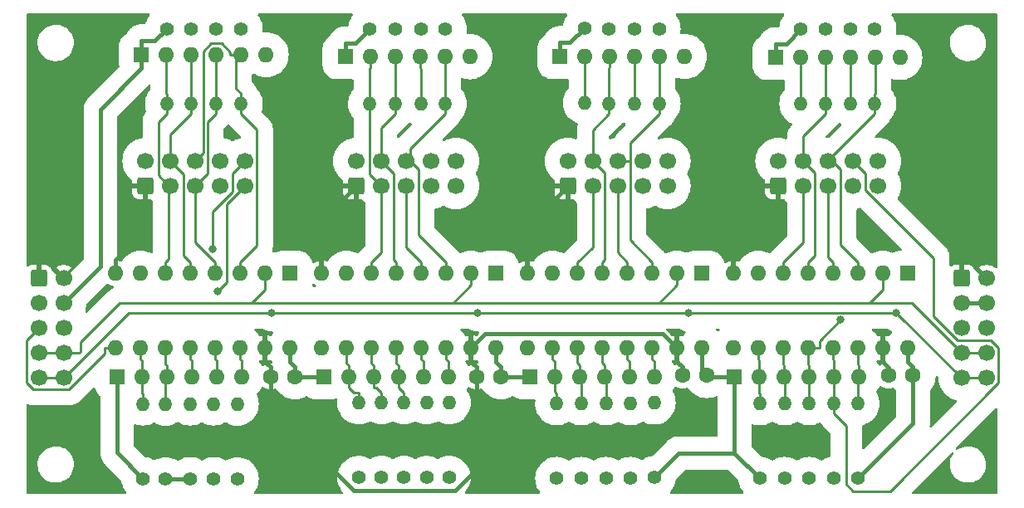
<source format=gbl>
G04 #@! TF.GenerationSoftware,KiCad,Pcbnew,(7.0.0)*
G04 #@! TF.CreationDate,2023-06-04T12:20:01+02:00*
G04 #@! TF.ProjectId,DIN4_R5_KS,44494e34-5f52-4355-9f4b-532e6b696361,rev?*
G04 #@! TF.SameCoordinates,Original*
G04 #@! TF.FileFunction,Copper,L2,Bot*
G04 #@! TF.FilePolarity,Positive*
%FSLAX46Y46*%
G04 Gerber Fmt 4.6, Leading zero omitted, Abs format (unit mm)*
G04 Created by KiCad (PCBNEW (7.0.0)) date 2023-06-04 12:20:01*
%MOMM*%
%LPD*%
G01*
G04 APERTURE LIST*
G04 Aperture macros list*
%AMRoundRect*
0 Rectangle with rounded corners*
0 $1 Rounding radius*
0 $2 $3 $4 $5 $6 $7 $8 $9 X,Y pos of 4 corners*
0 Add a 4 corners polygon primitive as box body*
4,1,4,$2,$3,$4,$5,$6,$7,$8,$9,$2,$3,0*
0 Add four circle primitives for the rounded corners*
1,1,$1+$1,$2,$3*
1,1,$1+$1,$4,$5*
1,1,$1+$1,$6,$7*
1,1,$1+$1,$8,$9*
0 Add four rect primitives between the rounded corners*
20,1,$1+$1,$2,$3,$4,$5,0*
20,1,$1+$1,$4,$5,$6,$7,0*
20,1,$1+$1,$6,$7,$8,$9,0*
20,1,$1+$1,$8,$9,$2,$3,0*%
G04 Aperture macros list end*
G04 #@! TA.AperFunction,ComponentPad*
%ADD10RoundRect,0.250000X-0.600000X-0.600000X0.600000X-0.600000X0.600000X0.600000X-0.600000X0.600000X0*%
G04 #@! TD*
G04 #@! TA.AperFunction,ComponentPad*
%ADD11C,1.700000*%
G04 #@! TD*
G04 #@! TA.AperFunction,ComponentPad*
%ADD12C,1.400000*%
G04 #@! TD*
G04 #@! TA.AperFunction,ComponentPad*
%ADD13O,1.400000X1.400000*%
G04 #@! TD*
G04 #@! TA.AperFunction,ComponentPad*
%ADD14RoundRect,0.250000X0.600000X-0.600000X0.600000X0.600000X-0.600000X0.600000X-0.600000X-0.600000X0*%
G04 #@! TD*
G04 #@! TA.AperFunction,ComponentPad*
%ADD15C,1.600000*%
G04 #@! TD*
G04 #@! TA.AperFunction,ComponentPad*
%ADD16R,1.600000X1.600000*%
G04 #@! TD*
G04 #@! TA.AperFunction,ComponentPad*
%ADD17O,1.600000X1.600000*%
G04 #@! TD*
G04 #@! TA.AperFunction,ViaPad*
%ADD18C,0.800000*%
G04 #@! TD*
G04 #@! TA.AperFunction,Conductor*
%ADD19C,0.250000*%
G04 #@! TD*
G04 #@! TA.AperFunction,Conductor*
%ADD20C,0.400000*%
G04 #@! TD*
G04 APERTURE END LIST*
D10*
X135860000Y-117500000D03*
D11*
X138400000Y-117500000D03*
X135860000Y-120040000D03*
X138400000Y-120040000D03*
X135860000Y-122580000D03*
X138400000Y-122580000D03*
X135860000Y-125120000D03*
X138400000Y-125120000D03*
X135860000Y-127660000D03*
X138400000Y-127660000D03*
D10*
X41760000Y-117500000D03*
D11*
X44300000Y-117500000D03*
X41760000Y-120040000D03*
X44300000Y-120040000D03*
X41760000Y-122580000D03*
X44300000Y-122580000D03*
X41760000Y-125120000D03*
X44300000Y-125120000D03*
X41760000Y-127660000D03*
X44300000Y-127660000D03*
D12*
X99590000Y-137920000D03*
D13*
X99589999Y-130299999D03*
D12*
X54700000Y-137960000D03*
D13*
X54699999Y-130339999D03*
D14*
X95700000Y-108080000D03*
D11*
X95700000Y-105540000D03*
X98240000Y-108080000D03*
X98240000Y-105540000D03*
X100780000Y-108080000D03*
X100780000Y-105540000D03*
X103320000Y-108080000D03*
X103320000Y-105540000D03*
X105860000Y-108080000D03*
X105860000Y-105540000D03*
D12*
X59600000Y-137940000D03*
D13*
X59599999Y-130319999D03*
D15*
X86400000Y-127520000D03*
X88900000Y-127520000D03*
D12*
X102100000Y-137920000D03*
D13*
X102099999Y-130299999D03*
D12*
X97080000Y-137920000D03*
D13*
X97079999Y-130299999D03*
D12*
X62400000Y-92080000D03*
D13*
X62399999Y-99699999D03*
D12*
X74400000Y-137830000D03*
D13*
X74399999Y-130209999D03*
D15*
X65400000Y-127520000D03*
X67900000Y-127520000D03*
D12*
X120320000Y-137920000D03*
D13*
X120319999Y-130299999D03*
D12*
X119470000Y-92080000D03*
D13*
X119469999Y-99699999D03*
D16*
X130379999Y-117013199D03*
D17*
X127839999Y-117013199D03*
X125299999Y-117013199D03*
X122759999Y-117013199D03*
X120219999Y-117013199D03*
X117679999Y-117013199D03*
X115139999Y-117013199D03*
X112599999Y-117013199D03*
X112599999Y-124633199D03*
X115139999Y-124633199D03*
X117679999Y-124633199D03*
X120219999Y-124633199D03*
X122759999Y-124633199D03*
X125299999Y-124633199D03*
X127839999Y-124633199D03*
X130379999Y-124633199D03*
D16*
X94889999Y-94879999D03*
D17*
X97429999Y-94879999D03*
X99969999Y-94879999D03*
X102509999Y-94879999D03*
X105049999Y-94879999D03*
X107589999Y-94879999D03*
D12*
X83600000Y-137820000D03*
D13*
X83599999Y-130199999D03*
D12*
X79000000Y-137820000D03*
D13*
X78999999Y-130199999D03*
D12*
X105010000Y-92080000D03*
D13*
X105009999Y-99699999D03*
D12*
X94570000Y-137920000D03*
D13*
X94569999Y-130299999D03*
D12*
X75500000Y-92090000D03*
D13*
X75499999Y-99709999D03*
D12*
X57300000Y-92070000D03*
D13*
X57299999Y-99689999D03*
D14*
X52640000Y-108080000D03*
D11*
X52640000Y-105540000D03*
X55180000Y-108080000D03*
X55180000Y-105540000D03*
X57720000Y-108080000D03*
X57720000Y-105540000D03*
X60260000Y-108080000D03*
X60260000Y-105540000D03*
X62800000Y-108080000D03*
X62800000Y-105540000D03*
D12*
X81300000Y-137830000D03*
D13*
X81299999Y-130209999D03*
D12*
X83200000Y-92100000D03*
D13*
X83199999Y-99719999D03*
D16*
X72999999Y-94899999D03*
D17*
X75539999Y-94899999D03*
X78079999Y-94899999D03*
X80619999Y-94899999D03*
X83159999Y-94899999D03*
X85699999Y-94899999D03*
D12*
X80700000Y-92090000D03*
D13*
X80699999Y-99709999D03*
D16*
X88399999Y-116999999D03*
D17*
X85859999Y-116999999D03*
X83319999Y-116999999D03*
X80779999Y-116999999D03*
X78239999Y-116999999D03*
X75699999Y-116999999D03*
X73159999Y-116999999D03*
X70619999Y-116999999D03*
X70619999Y-124619999D03*
X73159999Y-124619999D03*
X75699999Y-124619999D03*
X78239999Y-124619999D03*
X80779999Y-124619999D03*
X83319999Y-124619999D03*
X85859999Y-124619999D03*
X88399999Y-124619999D03*
D16*
X67399999Y-116999999D03*
D17*
X64859999Y-116999999D03*
X62319999Y-116999999D03*
X59779999Y-116999999D03*
X57239999Y-116999999D03*
X54699999Y-116999999D03*
X52159999Y-116999999D03*
X49619999Y-116999999D03*
X49619999Y-124619999D03*
X52159999Y-124619999D03*
X54699999Y-124619999D03*
X57239999Y-124619999D03*
X59779999Y-124619999D03*
X62319999Y-124619999D03*
X64859999Y-124619999D03*
X67399999Y-124619999D03*
D15*
X128400000Y-127420000D03*
X130900000Y-127420000D03*
D16*
X70799999Y-127519999D03*
D17*
X73339999Y-127519999D03*
X75879999Y-127519999D03*
X78419999Y-127519999D03*
X80959999Y-127519999D03*
X83499999Y-127519999D03*
D16*
X52239999Y-94699999D03*
D17*
X54779999Y-94699999D03*
X57319999Y-94699999D03*
X59859999Y-94699999D03*
X62399999Y-94699999D03*
X64939999Y-94699999D03*
D12*
X97410000Y-91980000D03*
D13*
X97409999Y-99599999D03*
D17*
X129549999Y-94979999D03*
X127009999Y-94979999D03*
X124469999Y-94979999D03*
X121929999Y-94979999D03*
X119389999Y-94979999D03*
D16*
X116849999Y-94979999D03*
D14*
X74140000Y-108080000D03*
D11*
X74140000Y-105540000D03*
X76680000Y-108080000D03*
X76680000Y-105540000D03*
X79220000Y-108080000D03*
X79220000Y-105540000D03*
X81760000Y-108080000D03*
X81760000Y-105540000D03*
X84300000Y-108080000D03*
X84300000Y-105540000D03*
D12*
X52400000Y-137940000D03*
D13*
X52399999Y-130319999D03*
D12*
X59800000Y-92080000D03*
D13*
X59799999Y-99699999D03*
D12*
X121980000Y-92080000D03*
D13*
X121979999Y-99699999D03*
D12*
X122830000Y-137920000D03*
D13*
X122829999Y-130299999D03*
D16*
X91839999Y-127519999D03*
D17*
X94379999Y-127519999D03*
X96919999Y-127519999D03*
X99459999Y-127519999D03*
X101999999Y-127519999D03*
X104539999Y-127519999D03*
D14*
X117170000Y-108080000D03*
D11*
X117170000Y-105540000D03*
X119710000Y-108080000D03*
X119710000Y-105540000D03*
X122250000Y-108080000D03*
X122250000Y-105540000D03*
X124790000Y-108080000D03*
X124790000Y-105540000D03*
X127330000Y-108080000D03*
X127330000Y-105540000D03*
D12*
X124490000Y-92080000D03*
D13*
X124489999Y-99699999D03*
D12*
X127000000Y-92080000D03*
D13*
X126999999Y-99699999D03*
D12*
X125300000Y-137920000D03*
D13*
X125299999Y-130299999D03*
D12*
X78100000Y-92090000D03*
D13*
X78099999Y-99709999D03*
D12*
X104500000Y-137840000D03*
D13*
X104499999Y-130219999D03*
D16*
X49759999Y-127519999D03*
D17*
X52299999Y-127519999D03*
X54839999Y-127519999D03*
X57379999Y-127519999D03*
X59919999Y-127519999D03*
X62459999Y-127519999D03*
D16*
X112699999Y-127519999D03*
D17*
X115239999Y-127519999D03*
X117779999Y-127519999D03*
X120319999Y-127519999D03*
X122859999Y-127519999D03*
X125399999Y-127519999D03*
D12*
X62000000Y-137950000D03*
D13*
X61999999Y-130329999D03*
D12*
X99910000Y-92070000D03*
D13*
X99909999Y-99689999D03*
D12*
X115300000Y-137920000D03*
D13*
X115299999Y-130299999D03*
D12*
X57200000Y-137940000D03*
D13*
X57199999Y-130319999D03*
D15*
X107400000Y-127420000D03*
X109900000Y-127420000D03*
D12*
X76700000Y-137820000D03*
D13*
X76699999Y-130199999D03*
D16*
X109379999Y-116999999D03*
D17*
X106839999Y-116999999D03*
X104299999Y-116999999D03*
X101759999Y-116999999D03*
X99219999Y-116999999D03*
X96679999Y-116999999D03*
X94139999Y-116999999D03*
X91599999Y-116999999D03*
X91599999Y-124619999D03*
X94139999Y-124619999D03*
X96679999Y-124619999D03*
X99219999Y-124619999D03*
X101759999Y-124619999D03*
X104299999Y-124619999D03*
X106839999Y-124619999D03*
X109379999Y-124619999D03*
D12*
X54800000Y-92070000D03*
D13*
X54799999Y-99689999D03*
D12*
X102510000Y-92080000D03*
D13*
X102509999Y-99699999D03*
D12*
X117810000Y-137920000D03*
D13*
X117809999Y-130299999D03*
D18*
X123502000Y-121746900D03*
X59974900Y-118837500D03*
X59506700Y-114546400D03*
X129200000Y-121000000D03*
X86500000Y-121000000D03*
X108000000Y-121000000D03*
X65500000Y-121000000D03*
D19*
X57320000Y-94700000D02*
X57320000Y-95825100D01*
X57300000Y-95845100D02*
X57300000Y-99690000D01*
X57320000Y-95825100D02*
X57300000Y-95845100D01*
X55180000Y-102835100D02*
X55180000Y-105540000D01*
X57300000Y-100715100D02*
X55180000Y-102835100D01*
X57300000Y-99690000D02*
X57300000Y-100715100D01*
X56544800Y-106904800D02*
X55180000Y-105540000D01*
X56544800Y-115179700D02*
X56544800Y-106904800D01*
X57240000Y-115874900D02*
X56544800Y-115179700D01*
X57240000Y-117000000D02*
X57240000Y-115874900D01*
X125300000Y-126294900D02*
X125300000Y-124633200D01*
X125400000Y-126394900D02*
X125300000Y-126294900D01*
X125400000Y-127520000D02*
X125400000Y-126957400D01*
X125400000Y-126957400D02*
X125400000Y-126394900D01*
X125300000Y-127057400D02*
X125300000Y-130300000D01*
X125400000Y-126957400D02*
X125300000Y-127057400D01*
X124065100Y-132560200D02*
X122830000Y-131325100D01*
X124065100Y-138479300D02*
X124065100Y-132560200D01*
X124799900Y-139214100D02*
X124065100Y-138479300D01*
X128549800Y-139214100D02*
X124799900Y-139214100D01*
X139613600Y-128150300D02*
X128549800Y-139214100D01*
X139613600Y-124617500D02*
X139613600Y-128150300D01*
X138846100Y-123850000D02*
X139613600Y-124617500D01*
X135444600Y-123850000D02*
X138846100Y-123850000D01*
X132994500Y-121399900D02*
X135444600Y-123850000D01*
X132994500Y-115425800D02*
X132994500Y-121399900D01*
X126060000Y-108491300D02*
X132994500Y-115425800D01*
X126060000Y-106810000D02*
X126060000Y-108491300D01*
X124790000Y-105540000D02*
X126060000Y-106810000D01*
X122830000Y-130300000D02*
X122830000Y-131325100D01*
X122830000Y-128675100D02*
X122830000Y-130300000D01*
X122860000Y-128645100D02*
X122830000Y-128675100D01*
X122860000Y-127520000D02*
X122860000Y-128645100D01*
X122860000Y-125858300D02*
X122860000Y-127520000D01*
X122760000Y-125758300D02*
X122860000Y-125858300D01*
X122760000Y-124633200D02*
X122760000Y-125758300D01*
X120320000Y-127520000D02*
X120320000Y-130300000D01*
X120320000Y-127520000D02*
X120320000Y-126394900D01*
X120220000Y-126294900D02*
X120220000Y-124633200D01*
X120320000Y-126394900D02*
X120220000Y-126294900D01*
X121345100Y-123903800D02*
X123502000Y-121746900D01*
X121345100Y-124633200D02*
X121345100Y-123903800D01*
X120220000Y-124633200D02*
X121345100Y-124633200D01*
X117680000Y-126294900D02*
X117680000Y-124633200D01*
X117780000Y-126394900D02*
X117680000Y-126294900D01*
X117780000Y-127520000D02*
X117780000Y-126957400D01*
X117780000Y-126957400D02*
X117780000Y-126394900D01*
X117810000Y-126987400D02*
X117810000Y-130300000D01*
X117780000Y-126957400D02*
X117810000Y-126987400D01*
X115240000Y-129214900D02*
X115300000Y-129274900D01*
X115240000Y-127520000D02*
X115240000Y-129214900D01*
X115300000Y-130300000D02*
X115300000Y-129274900D01*
X115240000Y-125858300D02*
X115240000Y-127520000D01*
X115140000Y-125758300D02*
X115240000Y-125858300D01*
X115140000Y-124633200D02*
X115140000Y-125758300D01*
X119470000Y-96185100D02*
X119470000Y-99700000D01*
X119390000Y-96105100D02*
X119470000Y-96185100D01*
X119390000Y-94980000D02*
X119390000Y-96105100D01*
X119710000Y-113858100D02*
X119710000Y-108080000D01*
X117680000Y-115888100D02*
X119710000Y-113858100D01*
X117680000Y-117013200D02*
X117680000Y-115888100D01*
X121930000Y-94980000D02*
X121930000Y-96105100D01*
X121980000Y-96155100D02*
X121980000Y-99700000D01*
X121930000Y-96105100D02*
X121980000Y-96155100D01*
X121980000Y-99700000D02*
X121980000Y-100725100D01*
X119710000Y-102995100D02*
X119710000Y-105540000D01*
X121980000Y-100725100D02*
X119710000Y-102995100D01*
X120906600Y-115201500D02*
X120220000Y-115888100D01*
X120906600Y-106736600D02*
X120906600Y-115201500D01*
X119710000Y-105540000D02*
X120906600Y-106736600D01*
X120220000Y-117013200D02*
X120220000Y-115888100D01*
X124490000Y-96125100D02*
X124490000Y-99700000D01*
X124470000Y-96105100D02*
X124490000Y-96125100D01*
X124470000Y-94980000D02*
X124470000Y-96105100D01*
X122760000Y-117013200D02*
X122760000Y-115888100D01*
X122250000Y-115378100D02*
X122250000Y-108080000D01*
X122760000Y-115888100D02*
X122250000Y-115378100D01*
X127010000Y-98664900D02*
X127000000Y-98674900D01*
X127010000Y-94980000D02*
X127010000Y-98664900D01*
X127000000Y-99700000D02*
X127000000Y-98674900D01*
X125300000Y-117013200D02*
X125300000Y-115888100D01*
X127000000Y-99700000D02*
X127000000Y-100725100D01*
X122689100Y-105540000D02*
X122250000Y-105540000D01*
X123520000Y-106370900D02*
X122689100Y-105540000D01*
X123520000Y-114108100D02*
X123520000Y-106370900D01*
X125300000Y-115888100D02*
X123520000Y-114108100D01*
X122689100Y-105036000D02*
X127000000Y-100725100D01*
X122689100Y-105540000D02*
X122689100Y-105036000D01*
X104540000Y-125985100D02*
X104540000Y-127520000D01*
X104300000Y-125745100D02*
X104540000Y-125985100D01*
X104300000Y-124620000D02*
X104300000Y-125745100D01*
X102000000Y-125985100D02*
X102000000Y-127520000D01*
X101760000Y-125745100D02*
X102000000Y-125985100D01*
X101760000Y-124620000D02*
X101760000Y-125745100D01*
X99220000Y-126154900D02*
X99220000Y-124620000D01*
X99460000Y-126394900D02*
X99220000Y-126154900D01*
X99460000Y-127520000D02*
X99460000Y-126957400D01*
X99460000Y-126957400D02*
X99460000Y-126394900D01*
X99590000Y-127087400D02*
X99590000Y-130300000D01*
X99460000Y-126957400D02*
X99590000Y-127087400D01*
X96680000Y-126154900D02*
X96680000Y-124620000D01*
X96920000Y-126394900D02*
X96680000Y-126154900D01*
X96920000Y-127520000D02*
X96920000Y-126957400D01*
X96920000Y-126957400D02*
X96920000Y-126394900D01*
X97080000Y-127117400D02*
X97080000Y-130300000D01*
X96920000Y-126957400D02*
X97080000Y-127117400D01*
X94380000Y-129084900D02*
X94570000Y-129274900D01*
X94380000Y-127520000D02*
X94380000Y-129084900D01*
X94570000Y-130300000D02*
X94570000Y-129274900D01*
X94380000Y-125985100D02*
X94380000Y-127520000D01*
X94140000Y-125745100D02*
X94380000Y-125985100D01*
X94140000Y-124620000D02*
X94140000Y-125745100D01*
X97430000Y-98554900D02*
X97410000Y-98574900D01*
X97430000Y-94880000D02*
X97430000Y-98554900D01*
X97410000Y-99600000D02*
X97410000Y-98574900D01*
X98240000Y-114314900D02*
X98240000Y-108080000D01*
X96680000Y-115874900D02*
X98240000Y-114314900D01*
X96680000Y-117000000D02*
X96680000Y-115874900D01*
X99970000Y-94880000D02*
X99970000Y-96005100D01*
X99220000Y-117000000D02*
X99220000Y-115874900D01*
X99437500Y-106737500D02*
X98240000Y-105540000D01*
X99437500Y-115657400D02*
X99437500Y-106737500D01*
X99220000Y-115874900D02*
X99437500Y-115657400D01*
X99910000Y-96065100D02*
X99910000Y-99690000D01*
X99970000Y-96005100D02*
X99910000Y-96065100D01*
X98240000Y-102385100D02*
X98240000Y-105540000D01*
X99910000Y-100715100D02*
X98240000Y-102385100D01*
X99910000Y-99690000D02*
X99910000Y-100715100D01*
X102510000Y-94880000D02*
X102510000Y-99700000D01*
X101760000Y-117000000D02*
X101760000Y-115874900D01*
X100780000Y-114894900D02*
X100780000Y-108080000D01*
X101760000Y-115874900D02*
X100780000Y-114894900D01*
X104300000Y-117000000D02*
X104300000Y-115874900D01*
X102050000Y-105540000D02*
X100780000Y-105540000D01*
X102050000Y-103685100D02*
X102050000Y-105540000D01*
X105010000Y-100725100D02*
X102050000Y-103685100D01*
X102050000Y-113624900D02*
X104300000Y-115874900D01*
X102050000Y-105540000D02*
X102050000Y-113624900D01*
X105010000Y-99700000D02*
X105010000Y-100725100D01*
X105050000Y-98634900D02*
X105010000Y-98674900D01*
X105050000Y-94880000D02*
X105050000Y-98634900D01*
X105010000Y-99700000D02*
X105010000Y-98674900D01*
X83500000Y-125925100D02*
X83500000Y-127520000D01*
X83320000Y-125745100D02*
X83500000Y-125925100D01*
X83320000Y-124620000D02*
X83320000Y-125745100D01*
X80960000Y-125925100D02*
X80960000Y-127520000D01*
X80780000Y-125745100D02*
X80960000Y-125925100D01*
X80780000Y-124620000D02*
X80780000Y-125745100D01*
X78470200Y-128645100D02*
X79000000Y-129174900D01*
X78420000Y-128645100D02*
X78470200Y-128645100D01*
X79000000Y-130200000D02*
X79000000Y-129174900D01*
X78420000Y-127520000D02*
X78420000Y-128645100D01*
X78240000Y-126214900D02*
X78420000Y-126394900D01*
X78240000Y-124620000D02*
X78240000Y-126214900D01*
X78420000Y-127520000D02*
X78420000Y-126394900D01*
X75700000Y-126214900D02*
X75700000Y-124620000D01*
X75880000Y-126394900D02*
X75700000Y-126214900D01*
X75880000Y-126957400D02*
X75880000Y-126394900D01*
X75880000Y-126957400D02*
X75880000Y-127520000D01*
X76170200Y-128645100D02*
X76700000Y-129174900D01*
X75880000Y-128645100D02*
X76170200Y-128645100D01*
X76700000Y-130200000D02*
X76700000Y-129174900D01*
X75880000Y-127520000D02*
X75880000Y-128645100D01*
X73879800Y-129184900D02*
X74400000Y-129184900D01*
X73340000Y-128645100D02*
X73879800Y-129184900D01*
X73340000Y-127520000D02*
X73340000Y-128645100D01*
X74400000Y-130210000D02*
X74400000Y-129184900D01*
X73160000Y-126214900D02*
X73340000Y-126394900D01*
X73160000Y-124620000D02*
X73160000Y-126214900D01*
X73340000Y-127520000D02*
X73340000Y-126394900D01*
X75540000Y-94900000D02*
X75540000Y-96025100D01*
X75500000Y-96065100D02*
X75500000Y-99710000D01*
X75540000Y-96025100D02*
X75500000Y-96065100D01*
X75500000Y-106900000D02*
X76680000Y-108080000D01*
X75500000Y-99710000D02*
X75500000Y-106900000D01*
X76680000Y-114894900D02*
X76680000Y-108080000D01*
X75700000Y-115874900D02*
X76680000Y-114894900D01*
X75700000Y-117000000D02*
X75700000Y-115874900D01*
X78080000Y-94900000D02*
X78080000Y-96025100D01*
X78240000Y-117000000D02*
X78240000Y-115874900D01*
X77950000Y-106810000D02*
X76680000Y-105540000D01*
X77950000Y-115584900D02*
X77950000Y-106810000D01*
X78240000Y-115874900D02*
X77950000Y-115584900D01*
X78100000Y-96045100D02*
X78100000Y-99710000D01*
X78080000Y-96025100D02*
X78100000Y-96045100D01*
X76680000Y-102155100D02*
X76680000Y-105540000D01*
X78100000Y-100735100D02*
X76680000Y-102155100D01*
X78100000Y-99710000D02*
X78100000Y-100735100D01*
X80700000Y-96105100D02*
X80700000Y-99710000D01*
X80620000Y-96025100D02*
X80700000Y-96105100D01*
X80620000Y-94900000D02*
X80620000Y-96025100D01*
X80780000Y-117000000D02*
X80780000Y-115874900D01*
X79220000Y-114314900D02*
X79220000Y-108080000D01*
X80780000Y-115874900D02*
X79220000Y-114314900D01*
X83160000Y-98654900D02*
X83200000Y-98694900D01*
X83160000Y-94900000D02*
X83160000Y-98654900D01*
X83200000Y-99720000D02*
X83200000Y-98694900D01*
X83320000Y-117000000D02*
X83320000Y-115874900D01*
X83200000Y-99720000D02*
X83200000Y-100745100D01*
X79659100Y-105540000D02*
X79220000Y-105540000D01*
X80490000Y-106370900D02*
X79659100Y-105540000D01*
X80490000Y-113044900D02*
X80490000Y-106370900D01*
X83320000Y-115874900D02*
X80490000Y-113044900D01*
X79659100Y-104286000D02*
X83200000Y-100745100D01*
X79659100Y-105540000D02*
X79659100Y-104286000D01*
X62460000Y-125885100D02*
X62460000Y-127520000D01*
X62320000Y-125745100D02*
X62460000Y-125885100D01*
X62320000Y-124620000D02*
X62320000Y-125745100D01*
X59920000Y-125885100D02*
X59920000Y-127520000D01*
X59780000Y-125745100D02*
X59920000Y-125885100D01*
X59780000Y-124620000D02*
X59780000Y-125745100D01*
X57380000Y-125885100D02*
X57380000Y-127520000D01*
X57240000Y-125745100D02*
X57380000Y-125885100D01*
X57240000Y-124620000D02*
X57240000Y-125745100D01*
X60905200Y-109974800D02*
X62800000Y-108080000D01*
X60905200Y-117907200D02*
X60905200Y-109974800D01*
X59974900Y-118837500D02*
X60905200Y-117907200D01*
X54840000Y-127520000D02*
X54840000Y-126957400D01*
X54840000Y-126957400D02*
X54840000Y-126394900D01*
X54700000Y-127097400D02*
X54700000Y-130340000D01*
X54840000Y-126957400D02*
X54700000Y-127097400D01*
X54700000Y-126254900D02*
X54700000Y-124620000D01*
X54840000Y-126394900D02*
X54700000Y-126254900D01*
X59506700Y-110736600D02*
X59506700Y-114546400D01*
X61530000Y-108713300D02*
X59506700Y-110736600D01*
X61530000Y-106810000D02*
X61530000Y-108713300D01*
X62800000Y-105540000D02*
X61530000Y-106810000D01*
X52400000Y-130320000D02*
X52400000Y-129294900D01*
X52300000Y-129194900D02*
X52300000Y-127520000D01*
X52400000Y-129294900D02*
X52300000Y-129194900D01*
X52300000Y-125885100D02*
X52160000Y-125745100D01*
X52300000Y-127520000D02*
X52300000Y-125885100D01*
X52160000Y-124620000D02*
X52160000Y-125745100D01*
X40546800Y-123793200D02*
X41760000Y-122580000D01*
X40546800Y-128181500D02*
X40546800Y-123793200D01*
X41203500Y-128838200D02*
X40546800Y-128181500D01*
X44839200Y-128838200D02*
X41203500Y-128838200D01*
X48494900Y-125182500D02*
X44839200Y-128838200D01*
X48494900Y-124620000D02*
X48494900Y-125182500D01*
X49620000Y-124620000D02*
X48494900Y-124620000D01*
X54780000Y-98644900D02*
X54800000Y-98664900D01*
X54780000Y-94700000D02*
X54780000Y-98644900D01*
X54800000Y-99690000D02*
X54800000Y-98664900D01*
X54800000Y-99690000D02*
X54800000Y-100715100D01*
X54700000Y-117000000D02*
X54700000Y-115874900D01*
X55180000Y-108080000D02*
X55039800Y-108080000D01*
X53965700Y-107005900D02*
X55039800Y-108080000D01*
X53965700Y-101549400D02*
X53965700Y-107005900D01*
X54800000Y-100715100D02*
X53965700Y-101549400D01*
X55039800Y-115535100D02*
X54700000Y-115874900D01*
X55039800Y-108080000D02*
X55039800Y-115535100D01*
X59800000Y-95885100D02*
X59800000Y-99700000D01*
X59860000Y-95825100D02*
X59800000Y-95885100D01*
X59860000Y-94700000D02*
X59860000Y-95825100D01*
X59780000Y-117000000D02*
X59780000Y-115874900D01*
X57720000Y-113814900D02*
X57720000Y-108080000D01*
X59780000Y-115874900D02*
X57720000Y-113814900D01*
X58990000Y-101535100D02*
X59800000Y-100725100D01*
X58990000Y-106810000D02*
X58990000Y-101535100D01*
X57720000Y-108080000D02*
X58990000Y-106810000D01*
X59800000Y-99700000D02*
X59800000Y-100725100D01*
X62320000Y-117000000D02*
X62320000Y-115874900D01*
X64002000Y-114192900D02*
X62320000Y-115874900D01*
X64002000Y-102327100D02*
X64002000Y-114192900D01*
X62400000Y-100725100D02*
X64002000Y-102327100D01*
X62400000Y-99700000D02*
X62400000Y-100725100D01*
X58539800Y-104720200D02*
X57720000Y-105540000D01*
X58539800Y-94354400D02*
X58539800Y-104720200D01*
X59338500Y-93555700D02*
X58539800Y-94354400D01*
X60411900Y-93555700D02*
X59338500Y-93555700D01*
X61274900Y-94418700D02*
X60411900Y-93555700D01*
X61274900Y-94700000D02*
X61274900Y-94418700D01*
X62400000Y-94700000D02*
X61837500Y-94700000D01*
X61837500Y-94700000D02*
X61274900Y-94700000D01*
X61837500Y-98112400D02*
X62400000Y-98674900D01*
X61837500Y-94700000D02*
X61837500Y-98112400D01*
X62400000Y-99700000D02*
X62400000Y-98674900D01*
X85860000Y-118140000D02*
X84000000Y-120000000D01*
X85860000Y-117000000D02*
X85860000Y-118140000D01*
X127840000Y-118660000D02*
X126500000Y-120000000D01*
X127840000Y-117013200D02*
X127840000Y-118660000D01*
X64860000Y-118640000D02*
X63500000Y-120000000D01*
X64860000Y-117000000D02*
X64860000Y-118640000D01*
X106840000Y-118160000D02*
X105000000Y-120000000D01*
X106840000Y-117000000D02*
X106840000Y-118160000D01*
X126500000Y-120000000D02*
X105000000Y-120000000D01*
X45880000Y-125120000D02*
X44300000Y-125120000D01*
X46000000Y-125000000D02*
X45880000Y-125120000D01*
X46000000Y-124000000D02*
X46000000Y-125000000D01*
X50000000Y-120000000D02*
X46000000Y-124000000D01*
X63500000Y-120000000D02*
X50000000Y-120000000D01*
X44300000Y-125120000D02*
X41760000Y-125120000D01*
X105000000Y-120000000D02*
X84000000Y-120000000D01*
X84000000Y-120000000D02*
X63500000Y-120000000D01*
X127840000Y-117013000D02*
X127840000Y-117013200D01*
X138400000Y-125120000D02*
X135860000Y-125120000D01*
X130740000Y-120000000D02*
X126500000Y-120000000D01*
X135860000Y-125120000D02*
X130740000Y-120000000D01*
X108000000Y-121000000D02*
X129200000Y-121000000D01*
X135860000Y-127660000D02*
X138400000Y-127660000D01*
X86500000Y-121000000D02*
X108000000Y-121000000D01*
X41760000Y-127660000D02*
X44300000Y-127660000D01*
X129200000Y-121000000D02*
X135860000Y-127660000D01*
X50960000Y-121000000D02*
X65500000Y-121000000D01*
X44300000Y-127660000D02*
X50960000Y-121000000D01*
X65500000Y-121000000D02*
X86500000Y-121000000D01*
D20*
X53570100Y-93299900D02*
X54800000Y-92070000D01*
X52240000Y-93299900D02*
X53570100Y-93299900D01*
X52240000Y-94700000D02*
X52240000Y-93299900D01*
X74090100Y-93499900D02*
X75500000Y-92090000D01*
X73000000Y-93499900D02*
X74090100Y-93499900D01*
X73000000Y-94900000D02*
X73000000Y-93499900D01*
X109380000Y-126900000D02*
X109900000Y-127420000D01*
X109380000Y-124620000D02*
X109380000Y-126900000D01*
X130380000Y-124633200D02*
X130380000Y-126033300D01*
X110000000Y-127520000D02*
X109900000Y-127420000D01*
X112700000Y-127520000D02*
X110000000Y-127520000D01*
X130900000Y-126553300D02*
X130900000Y-127420000D01*
X130380000Y-126033300D02*
X130900000Y-126553300D01*
X130900000Y-132320000D02*
X125300000Y-137920000D01*
X130900000Y-127420000D02*
X130900000Y-132320000D01*
X48041400Y-100298700D02*
X52240000Y-96100100D01*
X48041400Y-116298600D02*
X48041400Y-100298700D01*
X44300000Y-120040000D02*
X48041400Y-116298600D01*
X52240000Y-94700000D02*
X52240000Y-96100100D01*
X54720000Y-137940000D02*
X54700000Y-137960000D01*
X57200000Y-137940000D02*
X54720000Y-137940000D01*
X49760000Y-135300000D02*
X49760000Y-127520000D01*
X52400000Y-137940000D02*
X49760000Y-135300000D01*
X70800000Y-127520000D02*
X67900000Y-127520000D01*
X67900000Y-126520100D02*
X67400000Y-126020100D01*
X67900000Y-127520000D02*
X67900000Y-126520100D01*
X67400000Y-124620000D02*
X67400000Y-126020100D01*
X91840000Y-127520000D02*
X88900000Y-127520000D01*
X88900000Y-126520100D02*
X88400000Y-126020100D01*
X88900000Y-127520000D02*
X88900000Y-126520100D01*
X88400000Y-124620000D02*
X88400000Y-126020100D01*
X117970100Y-93579900D02*
X119470000Y-92080000D01*
X116850000Y-93579900D02*
X117970100Y-93579900D01*
X116850000Y-94980000D02*
X116850000Y-93579900D01*
X138400000Y-120040000D02*
X135860000Y-120040000D01*
X95910100Y-93479900D02*
X94890000Y-93479900D01*
X97410000Y-91980000D02*
X95910100Y-93479900D01*
X94890000Y-94880000D02*
X94890000Y-93479900D01*
X107020000Y-135320000D02*
X104500000Y-137840000D01*
X112700000Y-135320000D02*
X107020000Y-135320000D01*
X112700000Y-127520000D02*
X112700000Y-135320000D01*
X112700000Y-135320000D02*
X115300000Y-137920000D01*
X91600000Y-112180000D02*
X95700000Y-108080000D01*
X91600000Y-117000000D02*
X91600000Y-112180000D01*
X64860000Y-124620000D02*
X64860000Y-126020100D01*
X70620000Y-111600000D02*
X74140000Y-108080000D01*
X70620000Y-117000000D02*
X70620000Y-111600000D01*
X128400000Y-126593300D02*
X128400000Y-127420000D01*
X127840000Y-126033300D02*
X128400000Y-126593300D01*
X127840000Y-124633200D02*
X127840000Y-126033300D01*
X65400000Y-126560100D02*
X65400000Y-127520000D01*
X64860000Y-126020100D02*
X65400000Y-126560100D01*
X86400000Y-136917800D02*
X86400000Y-127520000D01*
X84186900Y-139130900D02*
X86400000Y-136917800D01*
X73859700Y-139130900D02*
X84186900Y-139130900D01*
X65400000Y-130671200D02*
X73859700Y-139130900D01*
X65400000Y-127520000D02*
X65400000Y-130671200D01*
X52640000Y-112579900D02*
X49620000Y-115599900D01*
X52640000Y-108080000D02*
X52640000Y-112579900D01*
X49620000Y-117000000D02*
X49620000Y-115599900D01*
X86400000Y-126560100D02*
X86400000Y-127520000D01*
X85860000Y-126020100D02*
X86400000Y-126560100D01*
X85860000Y-124620000D02*
X85860000Y-126020100D01*
X117170000Y-111043100D02*
X117170000Y-108080000D01*
X112600000Y-115613100D02*
X117170000Y-111043100D01*
X112600000Y-117013200D02*
X112600000Y-115613100D01*
X105405000Y-123185000D02*
X106840000Y-124620000D01*
X87295000Y-123185000D02*
X105405000Y-123185000D01*
X85860000Y-124620000D02*
X87295000Y-123185000D01*
X107400000Y-126580100D02*
X107400000Y-127420000D01*
X106840000Y-126020100D02*
X107400000Y-126580100D01*
X106840000Y-124620000D02*
X106840000Y-126020100D01*
G04 #@! TA.AperFunction,Conductor*
G36*
X106743533Y-128556552D02*
G01*
X106748488Y-128559413D01*
X106945946Y-128651489D01*
X106956238Y-128655235D01*
X107166687Y-128711625D01*
X107177480Y-128713528D01*
X107394525Y-128732517D01*
X107405475Y-128732517D01*
X107622519Y-128713528D01*
X107633312Y-128711625D01*
X107849071Y-128653813D01*
X107849298Y-128654663D01*
X107898171Y-128648407D01*
X107950860Y-128665652D01*
X107991048Y-128703843D01*
X108032348Y-128765652D01*
X108070975Y-128823461D01*
X108269811Y-129050189D01*
X108496539Y-129249025D01*
X108747282Y-129416566D01*
X108750986Y-129418392D01*
X108750985Y-129418392D01*
X109008462Y-129545366D01*
X109017748Y-129549945D01*
X109303309Y-129646880D01*
X109599080Y-129705713D01*
X109900000Y-129725436D01*
X110200920Y-129705713D01*
X110496691Y-129646880D01*
X110782252Y-129549945D01*
X110801733Y-129540338D01*
X110817772Y-129532429D01*
X110879683Y-129519587D01*
X110940037Y-129538436D01*
X110983635Y-129584229D01*
X110999500Y-129645435D01*
X110999500Y-133493500D01*
X110982619Y-133556500D01*
X110936500Y-133602619D01*
X110873500Y-133619500D01*
X107142646Y-133619500D01*
X107125802Y-133618369D01*
X107122745Y-133617956D01*
X107122735Y-133617955D01*
X107117958Y-133617311D01*
X107113136Y-133617403D01*
X107113130Y-133617403D01*
X107004911Y-133619477D01*
X107002497Y-133619500D01*
X106954823Y-133619500D01*
X106942159Y-133620472D01*
X106934954Y-133620817D01*
X106861720Y-133622220D01*
X106861712Y-133622220D01*
X106856896Y-133622313D01*
X106852146Y-133623140D01*
X106852136Y-133623141D01*
X106814515Y-133629692D01*
X106802550Y-133631190D01*
X106764465Y-133634114D01*
X106764455Y-133634115D01*
X106759656Y-133634484D01*
X106754973Y-133635579D01*
X106754952Y-133635583D01*
X106683644Y-133652269D01*
X106676557Y-133653714D01*
X106604415Y-133666278D01*
X106604397Y-133666282D01*
X106599657Y-133667108D01*
X106595100Y-133668646D01*
X106595091Y-133668649D01*
X106558908Y-133680867D01*
X106547312Y-133684173D01*
X106510123Y-133692876D01*
X106510110Y-133692879D01*
X106505414Y-133693979D01*
X106500944Y-133695780D01*
X106500933Y-133695784D01*
X106433014Y-133723158D01*
X106426225Y-133725670D01*
X106356839Y-133749099D01*
X106356825Y-133749104D01*
X106352270Y-133750643D01*
X106347989Y-133752865D01*
X106347988Y-133752866D01*
X106314084Y-133770468D01*
X106303134Y-133775503D01*
X106267709Y-133789782D01*
X106267705Y-133789783D01*
X106263234Y-133791586D01*
X106259095Y-133794046D01*
X106259088Y-133794050D01*
X106196134Y-133831476D01*
X106189812Y-133834993D01*
X106124819Y-133868739D01*
X106124812Y-133868742D01*
X106120535Y-133870964D01*
X106116644Y-133873813D01*
X106116637Y-133873818D01*
X106085832Y-133896379D01*
X106075779Y-133903027D01*
X106042948Y-133922547D01*
X106038792Y-133925018D01*
X106035070Y-133928086D01*
X106035062Y-133928093D01*
X105978571Y-133974680D01*
X105972859Y-133979121D01*
X105913777Y-134022394D01*
X105913765Y-134022404D01*
X105909881Y-134025249D01*
X105906479Y-134028650D01*
X105906466Y-134028662D01*
X105879454Y-134055674D01*
X105870531Y-134063781D01*
X105837348Y-134091148D01*
X105834142Y-134094744D01*
X105834135Y-134094752D01*
X105785407Y-134149428D01*
X105780438Y-134154690D01*
X104319881Y-135615247D01*
X104282789Y-135640920D01*
X104239032Y-135651882D01*
X104216274Y-135653374D01*
X104216268Y-135653374D01*
X104212161Y-135653644D01*
X104208124Y-135654446D01*
X104208116Y-135654448D01*
X103933297Y-135709113D01*
X103933291Y-135709114D01*
X103929247Y-135709919D01*
X103925344Y-135711243D01*
X103925336Y-135711246D01*
X103659997Y-135801317D01*
X103659990Y-135801319D01*
X103656098Y-135802641D01*
X103652405Y-135804462D01*
X103652403Y-135804463D01*
X103401098Y-135928392D01*
X103401087Y-135928398D01*
X103397389Y-135930222D01*
X103393959Y-135932513D01*
X103393950Y-135932519D01*
X103306275Y-135991101D01*
X103244515Y-136012065D01*
X103180547Y-135999341D01*
X103036676Y-135928392D01*
X102943902Y-135882641D01*
X102788589Y-135829919D01*
X102674663Y-135791246D01*
X102674659Y-135791244D01*
X102670753Y-135789919D01*
X102666705Y-135789113D01*
X102666702Y-135789113D01*
X102391881Y-135734448D01*
X102391880Y-135734447D01*
X102387839Y-135733644D01*
X102383728Y-135733374D01*
X102383724Y-135733374D01*
X102127237Y-135716563D01*
X102100000Y-135714778D01*
X102076753Y-135716301D01*
X101816275Y-135733374D01*
X101816269Y-135733374D01*
X101812161Y-135733644D01*
X101808120Y-135734447D01*
X101808118Y-135734448D01*
X101533297Y-135789113D01*
X101533291Y-135789114D01*
X101529247Y-135789919D01*
X101525344Y-135791243D01*
X101525336Y-135791246D01*
X101259997Y-135881317D01*
X101259990Y-135881319D01*
X101256098Y-135882641D01*
X101252405Y-135884462D01*
X101252403Y-135884463D01*
X101001092Y-136008395D01*
X101001081Y-136008401D01*
X100997389Y-136010222D01*
X100993963Y-136012510D01*
X100993958Y-136012514D01*
X100915000Y-136065272D01*
X100869580Y-136084085D01*
X100820417Y-136084085D01*
X100774998Y-136065271D01*
X100746812Y-136046438D01*
X100696044Y-136012515D01*
X100696034Y-136012509D01*
X100692611Y-136010222D01*
X100688911Y-136008397D01*
X100688907Y-136008395D01*
X100515014Y-135922641D01*
X100433902Y-135882641D01*
X100278589Y-135829919D01*
X100164663Y-135791246D01*
X100164659Y-135791244D01*
X100160753Y-135789919D01*
X100156705Y-135789113D01*
X100156702Y-135789113D01*
X99881881Y-135734448D01*
X99881880Y-135734447D01*
X99877839Y-135733644D01*
X99873728Y-135733374D01*
X99873724Y-135733374D01*
X99617237Y-135716563D01*
X99590000Y-135714778D01*
X99566753Y-135716301D01*
X99306275Y-135733374D01*
X99306269Y-135733374D01*
X99302161Y-135733644D01*
X99298120Y-135734447D01*
X99298118Y-135734448D01*
X99023297Y-135789113D01*
X99023291Y-135789114D01*
X99019247Y-135789919D01*
X99015344Y-135791243D01*
X99015336Y-135791246D01*
X98749997Y-135881317D01*
X98749990Y-135881319D01*
X98746098Y-135882641D01*
X98742405Y-135884462D01*
X98742403Y-135884463D01*
X98491092Y-136008395D01*
X98491081Y-136008401D01*
X98487389Y-136010222D01*
X98483963Y-136012510D01*
X98483958Y-136012514D01*
X98405000Y-136065272D01*
X98359580Y-136084085D01*
X98310417Y-136084085D01*
X98264998Y-136065271D01*
X98236812Y-136046438D01*
X98186044Y-136012515D01*
X98186034Y-136012509D01*
X98182611Y-136010222D01*
X98178911Y-136008397D01*
X98178907Y-136008395D01*
X98005014Y-135922641D01*
X97923902Y-135882641D01*
X97768589Y-135829919D01*
X97654663Y-135791246D01*
X97654659Y-135791244D01*
X97650753Y-135789919D01*
X97646705Y-135789113D01*
X97646702Y-135789113D01*
X97371881Y-135734448D01*
X97371880Y-135734447D01*
X97367839Y-135733644D01*
X97363728Y-135733374D01*
X97363724Y-135733374D01*
X97107237Y-135716563D01*
X97080000Y-135714778D01*
X97056753Y-135716301D01*
X96796275Y-135733374D01*
X96796269Y-135733374D01*
X96792161Y-135733644D01*
X96788120Y-135734447D01*
X96788118Y-135734448D01*
X96513297Y-135789113D01*
X96513291Y-135789114D01*
X96509247Y-135789919D01*
X96505344Y-135791243D01*
X96505336Y-135791246D01*
X96239997Y-135881317D01*
X96239990Y-135881319D01*
X96236098Y-135882641D01*
X96232405Y-135884462D01*
X96232403Y-135884463D01*
X95981092Y-136008395D01*
X95981081Y-136008401D01*
X95977389Y-136010222D01*
X95973963Y-136012510D01*
X95973958Y-136012514D01*
X95895000Y-136065272D01*
X95849580Y-136084085D01*
X95800417Y-136084085D01*
X95754998Y-136065271D01*
X95726812Y-136046438D01*
X95676044Y-136012515D01*
X95676034Y-136012509D01*
X95672611Y-136010222D01*
X95668911Y-136008397D01*
X95668907Y-136008395D01*
X95495014Y-135922641D01*
X95413902Y-135882641D01*
X95258589Y-135829919D01*
X95144663Y-135791246D01*
X95144659Y-135791244D01*
X95140753Y-135789919D01*
X95136705Y-135789113D01*
X95136702Y-135789113D01*
X94861881Y-135734448D01*
X94861880Y-135734447D01*
X94857839Y-135733644D01*
X94853728Y-135733374D01*
X94853724Y-135733374D01*
X94597237Y-135716563D01*
X94570000Y-135714778D01*
X94546753Y-135716301D01*
X94286275Y-135733374D01*
X94286269Y-135733374D01*
X94282161Y-135733644D01*
X94278120Y-135734447D01*
X94278118Y-135734448D01*
X94003297Y-135789113D01*
X94003291Y-135789114D01*
X93999247Y-135789919D01*
X93995344Y-135791243D01*
X93995336Y-135791246D01*
X93729997Y-135881317D01*
X93729990Y-135881319D01*
X93726098Y-135882641D01*
X93722405Y-135884462D01*
X93722403Y-135884463D01*
X93471092Y-136008395D01*
X93471081Y-136008401D01*
X93467389Y-136010222D01*
X93463960Y-136012512D01*
X93463955Y-136012516D01*
X93230977Y-136168187D01*
X93230972Y-136168190D01*
X93227546Y-136170480D01*
X93224451Y-136173193D01*
X93224446Y-136173198D01*
X93013761Y-136357964D01*
X93013753Y-136357971D01*
X93010673Y-136360673D01*
X93007971Y-136363753D01*
X93007964Y-136363761D01*
X92823198Y-136574446D01*
X92823193Y-136574451D01*
X92820480Y-136577546D01*
X92818190Y-136580972D01*
X92818187Y-136580977D01*
X92662516Y-136813955D01*
X92662512Y-136813960D01*
X92660222Y-136817389D01*
X92658401Y-136821081D01*
X92658395Y-136821092D01*
X92578846Y-136982403D01*
X92532641Y-137076098D01*
X92531319Y-137079990D01*
X92531317Y-137079997D01*
X92441246Y-137345336D01*
X92441243Y-137345344D01*
X92439919Y-137349247D01*
X92439114Y-137353291D01*
X92439113Y-137353297D01*
X92394097Y-137579610D01*
X92383644Y-137632161D01*
X92383374Y-137636269D01*
X92383374Y-137636275D01*
X92373240Y-137790891D01*
X92364778Y-137920000D01*
X92365048Y-137924119D01*
X92383193Y-138200967D01*
X92383644Y-138207839D01*
X92384447Y-138211880D01*
X92384448Y-138211881D01*
X92420805Y-138394663D01*
X92439919Y-138490753D01*
X92441244Y-138494659D01*
X92441246Y-138494663D01*
X92506738Y-138687596D01*
X92532641Y-138763902D01*
X92549257Y-138797596D01*
X92610907Y-138922611D01*
X92660222Y-139022611D01*
X92820480Y-139262454D01*
X92823200Y-139265556D01*
X92823205Y-139265562D01*
X92845445Y-139290922D01*
X92872421Y-139341388D01*
X92874293Y-139398581D01*
X92850677Y-139450704D01*
X92806442Y-139487006D01*
X92750714Y-139500000D01*
X85331588Y-139500000D01*
X85275860Y-139487006D01*
X85231625Y-139450704D01*
X85208009Y-139398581D01*
X85209881Y-139341389D01*
X85236856Y-139290922D01*
X85238526Y-139289018D01*
X85349520Y-139162454D01*
X85509778Y-138922611D01*
X85637359Y-138663902D01*
X85730081Y-138390753D01*
X85786356Y-138107839D01*
X85805222Y-137820000D01*
X85786356Y-137532161D01*
X85730081Y-137249247D01*
X85637359Y-136976098D01*
X85509778Y-136717389D01*
X85349520Y-136477546D01*
X85159327Y-136260673D01*
X84942454Y-136070480D01*
X84702611Y-135910222D01*
X84698911Y-135908397D01*
X84698907Y-135908395D01*
X84517860Y-135819113D01*
X84443902Y-135782641D01*
X84432266Y-135778691D01*
X84174663Y-135691246D01*
X84174659Y-135691244D01*
X84170753Y-135689919D01*
X84166705Y-135689113D01*
X84166702Y-135689113D01*
X83891881Y-135634448D01*
X83891880Y-135634447D01*
X83887839Y-135633644D01*
X83883728Y-135633374D01*
X83883724Y-135633374D01*
X83627238Y-135616563D01*
X83600000Y-135614778D01*
X83576753Y-135616301D01*
X83316275Y-135633374D01*
X83316269Y-135633374D01*
X83312161Y-135633644D01*
X83308120Y-135634447D01*
X83308118Y-135634448D01*
X83033297Y-135689113D01*
X83033291Y-135689114D01*
X83029247Y-135689919D01*
X83025344Y-135691243D01*
X83025336Y-135691246D01*
X82759997Y-135781317D01*
X82759990Y-135781319D01*
X82756098Y-135782641D01*
X82752405Y-135784462D01*
X82752403Y-135784463D01*
X82497389Y-135910222D01*
X82496819Y-135909067D01*
X82444101Y-135924106D01*
X82384274Y-135911179D01*
X82197582Y-135819113D01*
X82143902Y-135792641D01*
X82140002Y-135791317D01*
X81874663Y-135701246D01*
X81874659Y-135701244D01*
X81870753Y-135699919D01*
X81866705Y-135699113D01*
X81866702Y-135699113D01*
X81591881Y-135644448D01*
X81591880Y-135644447D01*
X81587839Y-135643644D01*
X81583728Y-135643374D01*
X81583724Y-135643374D01*
X81304119Y-135625048D01*
X81300000Y-135624778D01*
X81295881Y-135625048D01*
X81016275Y-135643374D01*
X81016269Y-135643374D01*
X81012161Y-135643644D01*
X81008120Y-135644447D01*
X81008118Y-135644448D01*
X80733297Y-135699113D01*
X80733291Y-135699114D01*
X80729247Y-135699919D01*
X80725344Y-135701243D01*
X80725336Y-135701246D01*
X80459997Y-135791317D01*
X80459990Y-135791319D01*
X80456098Y-135792641D01*
X80452405Y-135794462D01*
X80452403Y-135794463D01*
X80215725Y-135911179D01*
X80155881Y-135924106D01*
X80103183Y-135909061D01*
X80102611Y-135910222D01*
X79843902Y-135782641D01*
X79832266Y-135778691D01*
X79574663Y-135691246D01*
X79574659Y-135691244D01*
X79570753Y-135689919D01*
X79566705Y-135689113D01*
X79566702Y-135689113D01*
X79291881Y-135634448D01*
X79291880Y-135634447D01*
X79287839Y-135633644D01*
X79283728Y-135633374D01*
X79283724Y-135633374D01*
X79027238Y-135616563D01*
X79000000Y-135614778D01*
X78976753Y-135616301D01*
X78716275Y-135633374D01*
X78716269Y-135633374D01*
X78712161Y-135633644D01*
X78708120Y-135634447D01*
X78708118Y-135634448D01*
X78433297Y-135689113D01*
X78433291Y-135689114D01*
X78429247Y-135689919D01*
X78425344Y-135691243D01*
X78425336Y-135691246D01*
X78159997Y-135781317D01*
X78159990Y-135781319D01*
X78156098Y-135782641D01*
X78152405Y-135784462D01*
X78152403Y-135784463D01*
X77905728Y-135906109D01*
X77850000Y-135919103D01*
X77794272Y-135906109D01*
X77597582Y-135809113D01*
X77543902Y-135782641D01*
X77532266Y-135778691D01*
X77274663Y-135691246D01*
X77274659Y-135691244D01*
X77270753Y-135689919D01*
X77266705Y-135689113D01*
X77266702Y-135689113D01*
X76991881Y-135634448D01*
X76991880Y-135634447D01*
X76987839Y-135633644D01*
X76983728Y-135633374D01*
X76983724Y-135633374D01*
X76727238Y-135616563D01*
X76700000Y-135614778D01*
X76676753Y-135616301D01*
X76416275Y-135633374D01*
X76416269Y-135633374D01*
X76412161Y-135633644D01*
X76408120Y-135634447D01*
X76408118Y-135634448D01*
X76133297Y-135689113D01*
X76133291Y-135689114D01*
X76129247Y-135689919D01*
X76125344Y-135691243D01*
X76125336Y-135691246D01*
X75859997Y-135781317D01*
X75859990Y-135781319D01*
X75856098Y-135782641D01*
X75852405Y-135784462D01*
X75852403Y-135784463D01*
X75597389Y-135910222D01*
X75596819Y-135909067D01*
X75544101Y-135924106D01*
X75484274Y-135911179D01*
X75297582Y-135819113D01*
X75243902Y-135792641D01*
X75240002Y-135791317D01*
X74974663Y-135701246D01*
X74974659Y-135701244D01*
X74970753Y-135699919D01*
X74966705Y-135699113D01*
X74966702Y-135699113D01*
X74691881Y-135644448D01*
X74691880Y-135644447D01*
X74687839Y-135643644D01*
X74683728Y-135643374D01*
X74683724Y-135643374D01*
X74404119Y-135625048D01*
X74400000Y-135624778D01*
X74395881Y-135625048D01*
X74116275Y-135643374D01*
X74116269Y-135643374D01*
X74112161Y-135643644D01*
X74108120Y-135644447D01*
X74108118Y-135644448D01*
X73833297Y-135699113D01*
X73833291Y-135699114D01*
X73829247Y-135699919D01*
X73825344Y-135701243D01*
X73825336Y-135701246D01*
X73559997Y-135791317D01*
X73559990Y-135791319D01*
X73556098Y-135792641D01*
X73552405Y-135794462D01*
X73552403Y-135794463D01*
X73301092Y-135918395D01*
X73301081Y-135918401D01*
X73297389Y-135920222D01*
X73293960Y-135922512D01*
X73293955Y-135922516D01*
X73060977Y-136078187D01*
X73060972Y-136078190D01*
X73057546Y-136080480D01*
X73054451Y-136083193D01*
X73054446Y-136083198D01*
X72843761Y-136267964D01*
X72843753Y-136267971D01*
X72840673Y-136270673D01*
X72837971Y-136273753D01*
X72837964Y-136273761D01*
X72653198Y-136484446D01*
X72653193Y-136484451D01*
X72650480Y-136487546D01*
X72648190Y-136490972D01*
X72648187Y-136490977D01*
X72492516Y-136723955D01*
X72492512Y-136723960D01*
X72490222Y-136727389D01*
X72488401Y-136731081D01*
X72488395Y-136731092D01*
X72364463Y-136982403D01*
X72362641Y-136986098D01*
X72361319Y-136989990D01*
X72361317Y-136989997D01*
X72271246Y-137255336D01*
X72271243Y-137255344D01*
X72269919Y-137259247D01*
X72269114Y-137263291D01*
X72269113Y-137263297D01*
X72245244Y-137383297D01*
X72213644Y-137542161D01*
X72213374Y-137546269D01*
X72213374Y-137546275D01*
X72203941Y-137690197D01*
X72194778Y-137830000D01*
X72195048Y-137834119D01*
X72212988Y-138107839D01*
X72213644Y-138117839D01*
X72214447Y-138121880D01*
X72214448Y-138121881D01*
X72268707Y-138394663D01*
X72269919Y-138400753D01*
X72271244Y-138404659D01*
X72271246Y-138404663D01*
X72359246Y-138663902D01*
X72362641Y-138673902D01*
X72369394Y-138687596D01*
X72486983Y-138926044D01*
X72490222Y-138932611D01*
X72650480Y-139172454D01*
X72752704Y-139289018D01*
X72754374Y-139290922D01*
X72781349Y-139341389D01*
X72783221Y-139398581D01*
X72759605Y-139450704D01*
X72715370Y-139487006D01*
X72659642Y-139500000D01*
X63845427Y-139500000D01*
X63778890Y-139480999D01*
X63732421Y-139429728D01*
X63720034Y-139361650D01*
X63745464Y-139297296D01*
X63746794Y-139295562D01*
X63749520Y-139292454D01*
X63909778Y-139052611D01*
X64037359Y-138793902D01*
X64130081Y-138520753D01*
X64186356Y-138237839D01*
X64205222Y-137950000D01*
X64186356Y-137662161D01*
X64130081Y-137379247D01*
X64037359Y-137106098D01*
X63909778Y-136847389D01*
X63749520Y-136607546D01*
X63559327Y-136390673D01*
X63342454Y-136200480D01*
X63102611Y-136040222D01*
X63098911Y-136038397D01*
X63098907Y-136038395D01*
X62903205Y-135941886D01*
X62843902Y-135912641D01*
X62836776Y-135910222D01*
X62574663Y-135821246D01*
X62574659Y-135821244D01*
X62570753Y-135819919D01*
X62566705Y-135819113D01*
X62566702Y-135819113D01*
X62291881Y-135764448D01*
X62291880Y-135764447D01*
X62287839Y-135763644D01*
X62283728Y-135763374D01*
X62283724Y-135763374D01*
X62004119Y-135745048D01*
X62000000Y-135744778D01*
X61995881Y-135745048D01*
X61716275Y-135763374D01*
X61716269Y-135763374D01*
X61712161Y-135763644D01*
X61708120Y-135764447D01*
X61708118Y-135764448D01*
X61433297Y-135819113D01*
X61433291Y-135819114D01*
X61429247Y-135819919D01*
X61425344Y-135821243D01*
X61425336Y-135821246D01*
X61159997Y-135911317D01*
X61159990Y-135911319D01*
X61156098Y-135912641D01*
X61152405Y-135914462D01*
X61152403Y-135914463D01*
X60901092Y-136038395D01*
X60901081Y-136038401D01*
X60897389Y-136040222D01*
X60893964Y-136042510D01*
X60893951Y-136042518D01*
X60877483Y-136053522D01*
X60832063Y-136072335D01*
X60782902Y-136072335D01*
X60737482Y-136053522D01*
X60710203Y-136035295D01*
X60702611Y-136030222D01*
X60698911Y-136028397D01*
X60698907Y-136028395D01*
X60523483Y-135941886D01*
X60443902Y-135902641D01*
X60417772Y-135893771D01*
X60174663Y-135811246D01*
X60174659Y-135811244D01*
X60170753Y-135809919D01*
X60166705Y-135809113D01*
X60166702Y-135809113D01*
X59891881Y-135754448D01*
X59891880Y-135754447D01*
X59887839Y-135753644D01*
X59883728Y-135753374D01*
X59883724Y-135753374D01*
X59604119Y-135735048D01*
X59600000Y-135734778D01*
X59595881Y-135735048D01*
X59316275Y-135753374D01*
X59316269Y-135753374D01*
X59312161Y-135753644D01*
X59308120Y-135754447D01*
X59308118Y-135754448D01*
X59033297Y-135809113D01*
X59033291Y-135809114D01*
X59029247Y-135809919D01*
X59025344Y-135811243D01*
X59025336Y-135811246D01*
X58759997Y-135901317D01*
X58759990Y-135901319D01*
X58756098Y-135902641D01*
X58752405Y-135904462D01*
X58752403Y-135904463D01*
X58501089Y-136028396D01*
X58501072Y-136028405D01*
X58497389Y-136030222D01*
X58493968Y-136032507D01*
X58493952Y-136032517D01*
X58469999Y-136048522D01*
X58424579Y-136067335D01*
X58375416Y-136067335D01*
X58329999Y-136048522D01*
X58302611Y-136030222D01*
X58298911Y-136028397D01*
X58298907Y-136028395D01*
X58123483Y-135941886D01*
X58043902Y-135902641D01*
X58017772Y-135893771D01*
X57774663Y-135811246D01*
X57774659Y-135811244D01*
X57770753Y-135809919D01*
X57766705Y-135809113D01*
X57766702Y-135809113D01*
X57491881Y-135754448D01*
X57491880Y-135754447D01*
X57487839Y-135753644D01*
X57483728Y-135753374D01*
X57483724Y-135753374D01*
X57204119Y-135735048D01*
X57200000Y-135734778D01*
X57195881Y-135735048D01*
X56916275Y-135753374D01*
X56916269Y-135753374D01*
X56912161Y-135753644D01*
X56908120Y-135754447D01*
X56908118Y-135754448D01*
X56633297Y-135809113D01*
X56633291Y-135809114D01*
X56629247Y-135809919D01*
X56625344Y-135811243D01*
X56625336Y-135811246D01*
X56359997Y-135901317D01*
X56359990Y-135901319D01*
X56356098Y-135902641D01*
X56352405Y-135904462D01*
X56352403Y-135904463D01*
X56101098Y-136028392D01*
X56101087Y-136028398D01*
X56097389Y-136030222D01*
X56093958Y-136032513D01*
X56093957Y-136032515D01*
X56005034Y-136091931D01*
X55959613Y-136110744D01*
X55910451Y-136110744D01*
X55865031Y-136091930D01*
X55806044Y-136052515D01*
X55806034Y-136052509D01*
X55802611Y-136050222D01*
X55798911Y-136048397D01*
X55798907Y-136048395D01*
X55644017Y-135972012D01*
X55543902Y-135922641D01*
X55536776Y-135920222D01*
X55274663Y-135831246D01*
X55274659Y-135831244D01*
X55270753Y-135829919D01*
X55266705Y-135829113D01*
X55266702Y-135829113D01*
X54991881Y-135774448D01*
X54991880Y-135774447D01*
X54987839Y-135773644D01*
X54983728Y-135773374D01*
X54983724Y-135773374D01*
X54704119Y-135755048D01*
X54700000Y-135754778D01*
X54695881Y-135755048D01*
X54416275Y-135773374D01*
X54416269Y-135773374D01*
X54412161Y-135773644D01*
X54408120Y-135774447D01*
X54408118Y-135774448D01*
X54133297Y-135829113D01*
X54133291Y-135829114D01*
X54129247Y-135829919D01*
X54125344Y-135831243D01*
X54125336Y-135831246D01*
X53859997Y-135921317D01*
X53859990Y-135921319D01*
X53856098Y-135922641D01*
X53852405Y-135924462D01*
X53852403Y-135924463D01*
X53625066Y-136036572D01*
X53565216Y-136049499D01*
X53506340Y-136032686D01*
X53506036Y-136032510D01*
X53502611Y-136030222D01*
X53243902Y-135902641D01*
X53217772Y-135893771D01*
X52974663Y-135811246D01*
X52974659Y-135811244D01*
X52970753Y-135809919D01*
X52966705Y-135809113D01*
X52966702Y-135809113D01*
X52691883Y-135754448D01*
X52691877Y-135754447D01*
X52687839Y-135753644D01*
X52683727Y-135753374D01*
X52683724Y-135753374D01*
X52660968Y-135751882D01*
X52617210Y-135740920D01*
X52580118Y-135715247D01*
X51497405Y-134632535D01*
X51470091Y-134591658D01*
X51460500Y-134543440D01*
X51460500Y-132500741D01*
X51474421Y-132443171D01*
X51513108Y-132398322D01*
X51568012Y-132376105D01*
X51627001Y-132381428D01*
X51825331Y-132448752D01*
X51825335Y-132448753D01*
X51829247Y-132450081D01*
X52112161Y-132506356D01*
X52400000Y-132525222D01*
X52687839Y-132506356D01*
X52970753Y-132450081D01*
X53243902Y-132357359D01*
X53474933Y-132243426D01*
X53534784Y-132230500D01*
X53593662Y-132247314D01*
X53593951Y-132247481D01*
X53597389Y-132249778D01*
X53856098Y-132377359D01*
X54129247Y-132470081D01*
X54412161Y-132526356D01*
X54700000Y-132545222D01*
X54987839Y-132526356D01*
X55270753Y-132470081D01*
X55543902Y-132377359D01*
X55802611Y-132249778D01*
X55894964Y-132188069D01*
X55940383Y-132169255D01*
X55989546Y-132169255D01*
X56034967Y-132188069D01*
X56041844Y-132192664D01*
X56097389Y-132229778D01*
X56356098Y-132357359D01*
X56629247Y-132450081D01*
X56912161Y-132506356D01*
X57200000Y-132525222D01*
X57487839Y-132506356D01*
X57770753Y-132450081D01*
X58043902Y-132357359D01*
X58302611Y-132229778D01*
X58329997Y-132211478D01*
X58375418Y-132192664D01*
X58424582Y-132192664D01*
X58470003Y-132211479D01*
X58493952Y-132227482D01*
X58493954Y-132227483D01*
X58497389Y-132229778D01*
X58756098Y-132357359D01*
X59029247Y-132450081D01*
X59312161Y-132506356D01*
X59600000Y-132525222D01*
X59887839Y-132506356D01*
X60170753Y-132450081D01*
X60443902Y-132357359D01*
X60702611Y-132229778D01*
X60722514Y-132216478D01*
X60767932Y-132197665D01*
X60817096Y-132197664D01*
X60862518Y-132216478D01*
X60897389Y-132239778D01*
X61156098Y-132367359D01*
X61429247Y-132460081D01*
X61712161Y-132516356D01*
X62000000Y-132535222D01*
X62287839Y-132516356D01*
X62570753Y-132460081D01*
X62843902Y-132367359D01*
X63102611Y-132239778D01*
X63342454Y-132079520D01*
X63559327Y-131889327D01*
X63749520Y-131672454D01*
X63909778Y-131432611D01*
X64037359Y-131173902D01*
X64130081Y-130900753D01*
X64186356Y-130617839D01*
X64205222Y-130330000D01*
X64186356Y-130042161D01*
X64130081Y-129759247D01*
X64047540Y-129516089D01*
X64038683Y-129489998D01*
X64038682Y-129489996D01*
X64037359Y-129486098D01*
X63983093Y-129376059D01*
X63980430Y-129370658D01*
X63967466Y-129317678D01*
X63978107Y-129264182D01*
X64010357Y-129220199D01*
X64090189Y-129150189D01*
X64289025Y-128923461D01*
X64456566Y-128672718D01*
X64470982Y-128643483D01*
X64504586Y-128601379D01*
X64552706Y-128577157D01*
X64606544Y-128575247D01*
X64656259Y-128595999D01*
X64738993Y-128653931D01*
X64748489Y-128659413D01*
X64945946Y-128751489D01*
X64956238Y-128755235D01*
X65166687Y-128811625D01*
X65177480Y-128813528D01*
X65394525Y-128832517D01*
X65405475Y-128832517D01*
X65622519Y-128813528D01*
X65633312Y-128811625D01*
X65849071Y-128753813D01*
X65849298Y-128754663D01*
X65898171Y-128748407D01*
X65950860Y-128765652D01*
X65991048Y-128803843D01*
X66013719Y-128837772D01*
X66070975Y-128923461D01*
X66269811Y-129150189D01*
X66496539Y-129349025D01*
X66747282Y-129516566D01*
X66811093Y-129548034D01*
X67008602Y-129645435D01*
X67017748Y-129649945D01*
X67303309Y-129746880D01*
X67599080Y-129805713D01*
X67900000Y-129825436D01*
X68200920Y-129805713D01*
X68496691Y-129746880D01*
X68782252Y-129649945D01*
X69004514Y-129540337D01*
X69070377Y-129527752D01*
X69123952Y-129547301D01*
X69125106Y-129545366D01*
X69334249Y-129669988D01*
X69334251Y-129669989D01*
X69338727Y-129672656D01*
X69570386Y-129763050D01*
X69813763Y-129814081D01*
X69917158Y-129820500D01*
X71680874Y-129820500D01*
X71682842Y-129820500D01*
X71786237Y-129814081D01*
X72029614Y-129763050D01*
X72041820Y-129758286D01*
X72092657Y-129749765D01*
X72142653Y-129762315D01*
X72179966Y-129791151D01*
X72180327Y-129790791D01*
X72182289Y-129792753D01*
X72182505Y-129793114D01*
X72183439Y-129793836D01*
X72187044Y-129798057D01*
X72186001Y-129798947D01*
X72213768Y-129845271D01*
X72216773Y-129906427D01*
X72214449Y-129918111D01*
X72214447Y-129918119D01*
X72213644Y-129922161D01*
X72213374Y-129926269D01*
X72213374Y-129926275D01*
X72202653Y-130089852D01*
X72194778Y-130210000D01*
X72195048Y-130214119D01*
X72212988Y-130487839D01*
X72213644Y-130497839D01*
X72214447Y-130501880D01*
X72214448Y-130501881D01*
X72268707Y-130774663D01*
X72269919Y-130780753D01*
X72271244Y-130784659D01*
X72271246Y-130784663D01*
X72359246Y-131043902D01*
X72362641Y-131053902D01*
X72369394Y-131067596D01*
X72486983Y-131306044D01*
X72490222Y-131312611D01*
X72650480Y-131552454D01*
X72840673Y-131769327D01*
X73057546Y-131959520D01*
X73297389Y-132119778D01*
X73556098Y-132247359D01*
X73829247Y-132340081D01*
X74112161Y-132396356D01*
X74400000Y-132415222D01*
X74687839Y-132396356D01*
X74970753Y-132340081D01*
X75243902Y-132247359D01*
X75502611Y-132119778D01*
X75503187Y-132120947D01*
X75555853Y-132105894D01*
X75615723Y-132118819D01*
X75676719Y-132148899D01*
X75843170Y-132230984D01*
X75856098Y-132237359D01*
X76129247Y-132330081D01*
X76412161Y-132386356D01*
X76700000Y-132405222D01*
X76987839Y-132386356D01*
X77270753Y-132330081D01*
X77543902Y-132237359D01*
X77794273Y-132113889D01*
X77850000Y-132100896D01*
X77905726Y-132113889D01*
X77976719Y-132148899D01*
X78143170Y-132230984D01*
X78156098Y-132237359D01*
X78429247Y-132330081D01*
X78712161Y-132386356D01*
X79000000Y-132405222D01*
X79287839Y-132386356D01*
X79570753Y-132330081D01*
X79843902Y-132237359D01*
X80084277Y-132118818D01*
X80144129Y-132105894D01*
X80196814Y-132120942D01*
X80197389Y-132119778D01*
X80456098Y-132247359D01*
X80729247Y-132340081D01*
X81012161Y-132396356D01*
X81300000Y-132415222D01*
X81587839Y-132396356D01*
X81870753Y-132340081D01*
X82143902Y-132247359D01*
X82402611Y-132119778D01*
X82403187Y-132120947D01*
X82455853Y-132105894D01*
X82515723Y-132118819D01*
X82576719Y-132148899D01*
X82743170Y-132230984D01*
X82756098Y-132237359D01*
X83029247Y-132330081D01*
X83312161Y-132386356D01*
X83600000Y-132405222D01*
X83887839Y-132386356D01*
X84170753Y-132330081D01*
X84443902Y-132237359D01*
X84702611Y-132109778D01*
X84942454Y-131949520D01*
X85159327Y-131759327D01*
X85349520Y-131542454D01*
X85509778Y-131302611D01*
X85637359Y-131043902D01*
X85730081Y-130770753D01*
X85786356Y-130487839D01*
X85805222Y-130200000D01*
X85786356Y-129912161D01*
X85730081Y-129629247D01*
X85637359Y-129356098D01*
X85509778Y-129097389D01*
X85432464Y-128981681D01*
X85408067Y-128945168D01*
X85389253Y-128899747D01*
X85389253Y-128850584D01*
X85408064Y-128805168D01*
X85496566Y-128672718D01*
X85500715Y-128664304D01*
X85534318Y-128622200D01*
X85582437Y-128597977D01*
X85636276Y-128596067D01*
X85685992Y-128616819D01*
X85738993Y-128653931D01*
X85748489Y-128659413D01*
X85945946Y-128751489D01*
X85956238Y-128755235D01*
X86166687Y-128811625D01*
X86177480Y-128813528D01*
X86394525Y-128832517D01*
X86405475Y-128832517D01*
X86622519Y-128813528D01*
X86633312Y-128811625D01*
X86849071Y-128753813D01*
X86849298Y-128754663D01*
X86898171Y-128748407D01*
X86950860Y-128765652D01*
X86991048Y-128803843D01*
X87013719Y-128837772D01*
X87070975Y-128923461D01*
X87269811Y-129150189D01*
X87496539Y-129349025D01*
X87747282Y-129516566D01*
X87811093Y-129548034D01*
X88008602Y-129645435D01*
X88017748Y-129649945D01*
X88303309Y-129746880D01*
X88599080Y-129805713D01*
X88900000Y-129825436D01*
X89200920Y-129805713D01*
X89496691Y-129746880D01*
X89782252Y-129649945D01*
X90028175Y-129528668D01*
X90094088Y-129516089D01*
X90157116Y-129539132D01*
X90161126Y-129541995D01*
X90165106Y-129545366D01*
X90226722Y-129582081D01*
X90374249Y-129669988D01*
X90374251Y-129669989D01*
X90378727Y-129672656D01*
X90610386Y-129763050D01*
X90853763Y-129814081D01*
X90957158Y-129820500D01*
X92268236Y-129820500D01*
X92322108Y-129832597D01*
X92365635Y-129866566D01*
X92390460Y-129915884D01*
X92391815Y-129971081D01*
X92384447Y-130008118D01*
X92384444Y-130008135D01*
X92383644Y-130012161D01*
X92383374Y-130016265D01*
X92383374Y-130016273D01*
X92366491Y-130273863D01*
X92364778Y-130300000D01*
X92365048Y-130304119D01*
X92378400Y-130507839D01*
X92383644Y-130587839D01*
X92384447Y-130591880D01*
X92384448Y-130591881D01*
X92420805Y-130774663D01*
X92439919Y-130870753D01*
X92441244Y-130874659D01*
X92441246Y-130874663D01*
X92506738Y-131067596D01*
X92532641Y-131143902D01*
X92549257Y-131177596D01*
X92610907Y-131302611D01*
X92660222Y-131402611D01*
X92820480Y-131642454D01*
X93010673Y-131859327D01*
X93227546Y-132049520D01*
X93467389Y-132209778D01*
X93726098Y-132337359D01*
X93999247Y-132430081D01*
X94282161Y-132486356D01*
X94570000Y-132505222D01*
X94857839Y-132486356D01*
X95140753Y-132430081D01*
X95413902Y-132337359D01*
X95672611Y-132209778D01*
X95754998Y-132154727D01*
X95800416Y-132135914D01*
X95849580Y-132135914D01*
X95895001Y-132154728D01*
X95901317Y-132158948D01*
X95977389Y-132209778D01*
X96236098Y-132337359D01*
X96509247Y-132430081D01*
X96792161Y-132486356D01*
X97080000Y-132505222D01*
X97367839Y-132486356D01*
X97650753Y-132430081D01*
X97923902Y-132337359D01*
X98182611Y-132209778D01*
X98264998Y-132154727D01*
X98310416Y-132135914D01*
X98359580Y-132135914D01*
X98405001Y-132154728D01*
X98411317Y-132158948D01*
X98487389Y-132209778D01*
X98746098Y-132337359D01*
X99019247Y-132430081D01*
X99302161Y-132486356D01*
X99590000Y-132505222D01*
X99877839Y-132486356D01*
X100160753Y-132430081D01*
X100433902Y-132337359D01*
X100692611Y-132209778D01*
X100774998Y-132154727D01*
X100820416Y-132135914D01*
X100869580Y-132135914D01*
X100915001Y-132154728D01*
X100921317Y-132158948D01*
X100997389Y-132209778D01*
X101256098Y-132337359D01*
X101529247Y-132430081D01*
X101812161Y-132486356D01*
X102100000Y-132505222D01*
X102387839Y-132486356D01*
X102670753Y-132430081D01*
X102943902Y-132337359D01*
X103202611Y-132209778D01*
X103293724Y-132148897D01*
X103355482Y-132127934D01*
X103419451Y-132140658D01*
X103468212Y-132164704D01*
X103656098Y-132257359D01*
X103929247Y-132350081D01*
X104212161Y-132406356D01*
X104500000Y-132425222D01*
X104787839Y-132406356D01*
X105070753Y-132350081D01*
X105343902Y-132257359D01*
X105602611Y-132129778D01*
X105842454Y-131969520D01*
X106059327Y-131779327D01*
X106249520Y-131562454D01*
X106409778Y-131322611D01*
X106537359Y-131063902D01*
X106630081Y-130790753D01*
X106686356Y-130507839D01*
X106705222Y-130220000D01*
X106686356Y-129932161D01*
X106630081Y-129649247D01*
X106537359Y-129376098D01*
X106409778Y-129117389D01*
X106371382Y-129059926D01*
X106352571Y-129014511D01*
X106352571Y-128965348D01*
X106371382Y-128919932D01*
X106536566Y-128672718D01*
X106567525Y-128609937D01*
X106612829Y-128559402D01*
X106677782Y-128539699D01*
X106743533Y-128556552D01*
G37*
G04 #@! TD.AperFunction*
G04 #@! TA.AperFunction,Conductor*
G36*
X64539525Y-122640912D02*
G01*
X64708487Y-122733172D01*
X64963199Y-122828175D01*
X65228840Y-122885961D01*
X65500000Y-122905355D01*
X65560901Y-122900999D01*
X65619075Y-122910675D01*
X65666475Y-122945763D01*
X65692716Y-122998577D01*
X65692049Y-123057548D01*
X65664621Y-123109755D01*
X65573699Y-123213431D01*
X65573687Y-123213446D01*
X65570975Y-123216539D01*
X65568690Y-123219958D01*
X65568679Y-123219973D01*
X65482380Y-123349127D01*
X65439023Y-123389148D01*
X65382199Y-123405041D01*
X65324370Y-123393321D01*
X65314055Y-123388511D01*
X65303756Y-123384762D01*
X65128001Y-123337669D01*
X65116591Y-123337296D01*
X65114000Y-123348411D01*
X65114000Y-124319337D01*
X65113729Y-124327578D01*
X65094564Y-124620000D01*
X65094834Y-124624119D01*
X65113730Y-124912422D01*
X65114000Y-124920663D01*
X65114000Y-125891589D01*
X65116591Y-125902703D01*
X65128001Y-125902330D01*
X65303761Y-125855235D01*
X65314052Y-125851489D01*
X65324365Y-125846681D01*
X65382196Y-125834958D01*
X65439022Y-125850851D01*
X65482382Y-125890873D01*
X65565902Y-126015869D01*
X65587090Y-126082435D01*
X65569563Y-126150057D01*
X65518707Y-126197950D01*
X65450156Y-126211392D01*
X65405475Y-126207483D01*
X65394525Y-126207483D01*
X65177480Y-126226471D01*
X65166687Y-126228374D01*
X64956238Y-126284764D01*
X64945946Y-126288510D01*
X64748489Y-126380586D01*
X64738987Y-126386072D01*
X64656258Y-126444000D01*
X64606544Y-126464752D01*
X64552706Y-126462842D01*
X64504587Y-126438621D01*
X64470982Y-126396515D01*
X64458392Y-126370985D01*
X64456566Y-126367282D01*
X64289025Y-126116539D01*
X64286302Y-126113434D01*
X64286299Y-126113430D01*
X64238015Y-126058373D01*
X64211780Y-126010554D01*
X64208213Y-125956127D01*
X64227978Y-125905297D01*
X64237620Y-125890867D01*
X64280977Y-125850849D01*
X64337804Y-125834957D01*
X64395634Y-125846680D01*
X64405946Y-125851489D01*
X64416241Y-125855236D01*
X64591998Y-125902330D01*
X64603408Y-125902703D01*
X64606000Y-125891589D01*
X64606000Y-124920663D01*
X64606270Y-124912422D01*
X64625166Y-124624119D01*
X64625436Y-124620000D01*
X64606270Y-124327578D01*
X64606000Y-124319337D01*
X64606000Y-123348411D01*
X64603408Y-123337296D01*
X64591998Y-123337669D01*
X64416243Y-123384762D01*
X64405934Y-123388515D01*
X64395628Y-123393321D01*
X64337799Y-123405042D01*
X64280974Y-123389148D01*
X64237617Y-123349127D01*
X64151317Y-123219969D01*
X64151315Y-123219967D01*
X64149025Y-123216539D01*
X63950189Y-122989811D01*
X63786468Y-122846231D01*
X63751916Y-122796654D01*
X63744420Y-122736690D01*
X63765707Y-122680133D01*
X63810880Y-122639992D01*
X63869547Y-122625500D01*
X64479140Y-122625500D01*
X64539525Y-122640912D01*
G37*
G04 #@! TD.AperFunction*
G04 #@! TA.AperFunction,Conductor*
G36*
X85539525Y-122640912D02*
G01*
X85708487Y-122733172D01*
X85963199Y-122828175D01*
X86228840Y-122885961D01*
X86500000Y-122905355D01*
X86560901Y-122900999D01*
X86619075Y-122910675D01*
X86666475Y-122945763D01*
X86692716Y-122998577D01*
X86692049Y-123057548D01*
X86664621Y-123109755D01*
X86573699Y-123213431D01*
X86573687Y-123213446D01*
X86570975Y-123216539D01*
X86568690Y-123219958D01*
X86568679Y-123219973D01*
X86482380Y-123349127D01*
X86439023Y-123389148D01*
X86382199Y-123405041D01*
X86324370Y-123393321D01*
X86314055Y-123388511D01*
X86303756Y-123384762D01*
X86128001Y-123337669D01*
X86116591Y-123337296D01*
X86114000Y-123348411D01*
X86114000Y-124319337D01*
X86113729Y-124327578D01*
X86094564Y-124620000D01*
X86094834Y-124624119D01*
X86113730Y-124912422D01*
X86114000Y-124920663D01*
X86114000Y-125891589D01*
X86116591Y-125902703D01*
X86128001Y-125902330D01*
X86303761Y-125855235D01*
X86314052Y-125851489D01*
X86324365Y-125846681D01*
X86382196Y-125834958D01*
X86439022Y-125850851D01*
X86482382Y-125890873D01*
X86565902Y-126015869D01*
X86587090Y-126082435D01*
X86569563Y-126150057D01*
X86518707Y-126197950D01*
X86450156Y-126211392D01*
X86405475Y-126207483D01*
X86394525Y-126207483D01*
X86177480Y-126226471D01*
X86166687Y-126228374D01*
X85956238Y-126284764D01*
X85945946Y-126288510D01*
X85748482Y-126380589D01*
X85739004Y-126386062D01*
X85685991Y-126423182D01*
X85636275Y-126443933D01*
X85582437Y-126442023D01*
X85534317Y-126417800D01*
X85500715Y-126375695D01*
X85496566Y-126367282D01*
X85382389Y-126196404D01*
X85331318Y-126119970D01*
X85331314Y-126119965D01*
X85329025Y-126116539D01*
X85305724Y-126089969D01*
X85275690Y-126055722D01*
X85246736Y-125996684D01*
X85251469Y-125931098D01*
X85288599Y-125876828D01*
X85348013Y-125848654D01*
X85410872Y-125854022D01*
X85410929Y-125853813D01*
X85412100Y-125854126D01*
X85413531Y-125854249D01*
X85416247Y-125855238D01*
X85591998Y-125902330D01*
X85603408Y-125902703D01*
X85606000Y-125891589D01*
X85606000Y-124920663D01*
X85606270Y-124912422D01*
X85625166Y-124624119D01*
X85625436Y-124620000D01*
X85606270Y-124327578D01*
X85606000Y-124319337D01*
X85606000Y-123348411D01*
X85603408Y-123337296D01*
X85591998Y-123337669D01*
X85416243Y-123384762D01*
X85405934Y-123388515D01*
X85395628Y-123393321D01*
X85337799Y-123405042D01*
X85280974Y-123389148D01*
X85237617Y-123349127D01*
X85151317Y-123219969D01*
X85151315Y-123219967D01*
X85149025Y-123216539D01*
X84950189Y-122989811D01*
X84786468Y-122846231D01*
X84751916Y-122796654D01*
X84744420Y-122736690D01*
X84765707Y-122680133D01*
X84810880Y-122639992D01*
X84869547Y-122625500D01*
X85479140Y-122625500D01*
X85539525Y-122640912D01*
G37*
G04 #@! TD.AperFunction*
G04 #@! TA.AperFunction,Conductor*
G36*
X128239525Y-122640912D02*
G01*
X128408487Y-122733172D01*
X128663199Y-122828175D01*
X128665426Y-122828659D01*
X128718610Y-122860266D01*
X128750385Y-122914091D01*
X128752384Y-122976562D01*
X128724116Y-123032308D01*
X128553699Y-123226631D01*
X128553687Y-123226646D01*
X128550975Y-123229739D01*
X128548690Y-123233158D01*
X128548679Y-123233173D01*
X128462380Y-123362327D01*
X128419023Y-123402348D01*
X128362199Y-123418241D01*
X128304370Y-123406521D01*
X128294055Y-123401711D01*
X128283756Y-123397962D01*
X128108001Y-123350869D01*
X128096591Y-123350496D01*
X128094000Y-123361611D01*
X128094000Y-124332537D01*
X128093729Y-124340778D01*
X128074564Y-124633200D01*
X128074834Y-124637319D01*
X128093730Y-124925622D01*
X128094000Y-124933863D01*
X128094000Y-125904789D01*
X128096990Y-125917614D01*
X128143213Y-125954300D01*
X128167568Y-126010479D01*
X128162564Y-126071505D01*
X128129384Y-126122967D01*
X128075862Y-126152711D01*
X127956239Y-126184764D01*
X127945946Y-126188510D01*
X127748489Y-126280586D01*
X127738987Y-126286072D01*
X127574170Y-126401478D01*
X127509236Y-126424051D01*
X127442118Y-126409180D01*
X127397987Y-126366331D01*
X127396566Y-126367282D01*
X127229025Y-126116539D01*
X127226308Y-126113441D01*
X127226299Y-126113429D01*
X127205724Y-126089969D01*
X127179488Y-126042150D01*
X127175920Y-125987723D01*
X127195687Y-125936892D01*
X127217619Y-125904068D01*
X127260975Y-125864050D01*
X127317800Y-125848157D01*
X127375630Y-125859879D01*
X127385941Y-125864687D01*
X127396241Y-125868436D01*
X127571998Y-125915530D01*
X127583408Y-125915903D01*
X127586000Y-125904789D01*
X127586000Y-124933863D01*
X127586270Y-124925622D01*
X127605166Y-124637319D01*
X127605436Y-124633200D01*
X127586270Y-124340778D01*
X127586000Y-124332537D01*
X127586000Y-123361611D01*
X127583408Y-123350496D01*
X127571998Y-123350869D01*
X127396243Y-123397962D01*
X127385934Y-123401715D01*
X127375628Y-123406521D01*
X127317799Y-123418242D01*
X127260974Y-123402348D01*
X127217617Y-123362327D01*
X127131317Y-123233169D01*
X127131315Y-123233167D01*
X127129025Y-123229739D01*
X126930189Y-123003011D01*
X126912048Y-122987102D01*
X126751418Y-122846232D01*
X126716865Y-122796654D01*
X126709369Y-122736690D01*
X126730656Y-122680133D01*
X126775829Y-122639992D01*
X126834496Y-122625500D01*
X128179140Y-122625500D01*
X128239525Y-122640912D01*
G37*
G04 #@! TD.AperFunction*
G04 #@! TA.AperFunction,Conductor*
G36*
X107039525Y-122640912D02*
G01*
X107208487Y-122733172D01*
X107463199Y-122828175D01*
X107614011Y-122860981D01*
X107671565Y-122890490D01*
X107706897Y-122944667D01*
X107710695Y-123009234D01*
X107681959Y-123067179D01*
X107553699Y-123213431D01*
X107553687Y-123213446D01*
X107550975Y-123216539D01*
X107548690Y-123219958D01*
X107548679Y-123219973D01*
X107462380Y-123349127D01*
X107419023Y-123389148D01*
X107362199Y-123405041D01*
X107304370Y-123393321D01*
X107294055Y-123388511D01*
X107283756Y-123384762D01*
X107108001Y-123337669D01*
X107096591Y-123337296D01*
X107094000Y-123348411D01*
X107094000Y-124319337D01*
X107093729Y-124327578D01*
X107074564Y-124620000D01*
X107074834Y-124624119D01*
X107093730Y-124912422D01*
X107094000Y-124920663D01*
X107094000Y-125891589D01*
X107096836Y-125903753D01*
X107113559Y-125911331D01*
X107161520Y-125949396D01*
X107185874Y-126005575D01*
X107180870Y-126066601D01*
X107147690Y-126118062D01*
X107094168Y-126147806D01*
X106956239Y-126184764D01*
X106945946Y-126188510D01*
X106748482Y-126280589D01*
X106739004Y-126286062D01*
X106669608Y-126334653D01*
X106607406Y-126357036D01*
X106542433Y-126344847D01*
X106492573Y-126301441D01*
X106373320Y-126122967D01*
X106369025Y-126116539D01*
X106366302Y-126113434D01*
X106366299Y-126113430D01*
X106334991Y-126077730D01*
X106306476Y-126020849D01*
X106309389Y-125957288D01*
X106342989Y-125903255D01*
X106398707Y-125872529D01*
X106462334Y-125872945D01*
X106571999Y-125902330D01*
X106583408Y-125902703D01*
X106586000Y-125891589D01*
X106586000Y-124920663D01*
X106586270Y-124912422D01*
X106605166Y-124624119D01*
X106605436Y-124620000D01*
X106586270Y-124327578D01*
X106586000Y-124319337D01*
X106586000Y-123348411D01*
X106583408Y-123337296D01*
X106571998Y-123337669D01*
X106396243Y-123384762D01*
X106385934Y-123388515D01*
X106375628Y-123393321D01*
X106317799Y-123405042D01*
X106260974Y-123389148D01*
X106217617Y-123349127D01*
X106131317Y-123219969D01*
X106131315Y-123219967D01*
X106129025Y-123216539D01*
X105930189Y-122989811D01*
X105766468Y-122846231D01*
X105731916Y-122796654D01*
X105724420Y-122736690D01*
X105745707Y-122680133D01*
X105790880Y-122639992D01*
X105849547Y-122625500D01*
X106979140Y-122625500D01*
X107039525Y-122640912D01*
G37*
G04 #@! TD.AperFunction*
G04 #@! TA.AperFunction,Conductor*
G36*
X139437000Y-90516881D02*
G01*
X139483119Y-90563000D01*
X139500000Y-90626000D01*
X139500000Y-116377568D01*
X139480885Y-116444289D01*
X139429339Y-116490765D01*
X139361002Y-116502896D01*
X139296609Y-116477000D01*
X139149411Y-116362431D01*
X139140718Y-116356752D01*
X138951957Y-116254599D01*
X138942440Y-116250424D01*
X138739442Y-116180735D01*
X138729372Y-116178185D01*
X138517664Y-116142857D01*
X138507316Y-116142000D01*
X138292684Y-116142000D01*
X138282335Y-116142857D01*
X138070627Y-116178185D01*
X138060557Y-116180735D01*
X137857559Y-116250424D01*
X137848042Y-116254599D01*
X137659277Y-116356754D01*
X137650591Y-116362428D01*
X137648445Y-116364098D01*
X137640210Y-116375465D01*
X137646979Y-116387769D01*
X138670114Y-117410904D01*
X138702726Y-117467388D01*
X138702725Y-117532611D01*
X138670114Y-117589095D01*
X138604370Y-117654838D01*
X138559658Y-117683666D01*
X138507035Y-117691472D01*
X138404121Y-117684727D01*
X138404119Y-117684727D01*
X138400000Y-117684457D01*
X138395881Y-117684727D01*
X138395880Y-117684727D01*
X138292962Y-117691472D01*
X138240338Y-117683666D01*
X138195627Y-117654837D01*
X137286861Y-116746071D01*
X137267066Y-116733572D01*
X137217037Y-116712311D01*
X137177133Y-116654354D01*
X137153964Y-116584435D01*
X137147807Y-116571232D01*
X137062488Y-116432908D01*
X137053441Y-116421467D01*
X136938532Y-116306558D01*
X136927091Y-116297511D01*
X136788767Y-116212192D01*
X136775564Y-116206035D01*
X136620846Y-116154767D01*
X136607488Y-116151907D01*
X136513692Y-116142325D01*
X136507303Y-116142000D01*
X136130590Y-116142000D01*
X136117506Y-116145506D01*
X136114000Y-116158590D01*
X136114000Y-117566576D01*
X136095719Y-117631941D01*
X136046181Y-117678339D01*
X135979760Y-117692306D01*
X135864121Y-117684727D01*
X135864119Y-117684727D01*
X135860000Y-117684457D01*
X135855881Y-117684727D01*
X135855879Y-117684727D01*
X135740240Y-117692306D01*
X135673819Y-117678339D01*
X135624281Y-117631941D01*
X135606000Y-117566576D01*
X135606000Y-116158590D01*
X135602493Y-116145506D01*
X135589410Y-116142000D01*
X135212697Y-116142000D01*
X135206307Y-116142325D01*
X135112511Y-116151907D01*
X135099153Y-116154767D01*
X134944435Y-116206035D01*
X134931232Y-116212192D01*
X134812147Y-116285645D01*
X134748748Y-116304374D01*
X134684594Y-116288428D01*
X134637342Y-116242196D01*
X134620000Y-116178404D01*
X134620000Y-115494616D01*
X134620388Y-115484730D01*
X134624638Y-115430730D01*
X134625026Y-115425800D01*
X134620000Y-115361937D01*
X134604952Y-115170730D01*
X134545222Y-114921940D01*
X134447309Y-114685557D01*
X134422889Y-114645707D01*
X134313623Y-114467400D01*
X134189060Y-114321556D01*
X134189060Y-114321555D01*
X134189046Y-114321540D01*
X134150669Y-114276606D01*
X134147456Y-114272844D01*
X134102493Y-114234442D01*
X134095241Y-114227737D01*
X129345071Y-109477567D01*
X129314853Y-109428973D01*
X129309244Y-109372024D01*
X129329399Y-109318474D01*
X129369960Y-109257772D01*
X129506238Y-108981427D01*
X129605280Y-108689659D01*
X129665391Y-108387460D01*
X129685543Y-108080000D01*
X129665391Y-107772540D01*
X129605280Y-107470341D01*
X129506238Y-107178573D01*
X129369960Y-106902229D01*
X129355105Y-106879997D01*
X129336294Y-106834579D01*
X129336295Y-106785416D01*
X129355108Y-106739998D01*
X129369960Y-106717772D01*
X129506238Y-106441427D01*
X129605280Y-106149659D01*
X129665391Y-105847460D01*
X129685543Y-105540000D01*
X129665391Y-105232540D01*
X129605280Y-104930341D01*
X129506238Y-104638573D01*
X129369960Y-104362229D01*
X129198778Y-104106036D01*
X128995620Y-103874380D01*
X128763964Y-103671222D01*
X128507772Y-103500040D01*
X128504072Y-103498215D01*
X128504068Y-103498213D01*
X128235125Y-103365585D01*
X128235116Y-103365581D01*
X128231427Y-103363762D01*
X127939659Y-103264720D01*
X127935619Y-103263916D01*
X127935614Y-103263915D01*
X127641502Y-103205413D01*
X127641501Y-103205412D01*
X127637460Y-103204609D01*
X127633349Y-103204339D01*
X127633345Y-103204339D01*
X127334119Y-103184727D01*
X127330000Y-103184457D01*
X127325881Y-103184727D01*
X127325879Y-103184727D01*
X127139093Y-103196969D01*
X127079604Y-103186346D01*
X127031903Y-103149245D01*
X127006963Y-103094201D01*
X127010521Y-103033875D01*
X127041756Y-102982146D01*
X128100752Y-101923150D01*
X128107991Y-101916458D01*
X128152956Y-101878056D01*
X128264582Y-101747359D01*
X128319123Y-101683500D01*
X128452809Y-101465343D01*
X128497421Y-101357638D01*
X128514815Y-101315646D01*
X128548148Y-101269129D01*
X128559327Y-101259327D01*
X128749520Y-101042454D01*
X128909778Y-100802611D01*
X129037359Y-100543902D01*
X129130081Y-100270753D01*
X129186356Y-99987839D01*
X129205222Y-99700000D01*
X129186356Y-99412161D01*
X129130081Y-99129247D01*
X129037359Y-98856098D01*
X128909778Y-98597389D01*
X128749520Y-98357546D01*
X128746799Y-98354443D01*
X128746795Y-98354438D01*
X128666768Y-98263184D01*
X128643576Y-98224490D01*
X128635500Y-98180107D01*
X128635500Y-97274831D01*
X128649421Y-97217261D01*
X128688108Y-97172412D01*
X128743012Y-97150195D01*
X128802001Y-97155518D01*
X128851770Y-97172412D01*
X128953309Y-97206880D01*
X129249080Y-97265713D01*
X129550000Y-97285436D01*
X129850920Y-97265713D01*
X130146691Y-97206880D01*
X130432252Y-97109945D01*
X130702718Y-96976566D01*
X130953461Y-96809025D01*
X131180189Y-96610189D01*
X131379025Y-96383461D01*
X131546566Y-96132718D01*
X131679945Y-95862252D01*
X131776880Y-95576691D01*
X131835713Y-95280920D01*
X131855436Y-94980000D01*
X131835713Y-94679080D01*
X131776880Y-94383309D01*
X131679945Y-94097748D01*
X131630630Y-93997748D01*
X131606429Y-93948672D01*
X131546566Y-93827282D01*
X131379025Y-93576539D01*
X131371330Y-93567765D01*
X134645788Y-93567765D01*
X134646290Y-93572332D01*
X134646291Y-93572344D01*
X134674910Y-93832444D01*
X134674911Y-93832453D01*
X134675414Y-93837018D01*
X134676576Y-93841463D01*
X134676577Y-93841468D01*
X134722509Y-94017158D01*
X134743928Y-94099088D01*
X134745725Y-94103318D01*
X134745728Y-94103325D01*
X134823934Y-94287358D01*
X134849870Y-94348390D01*
X134990982Y-94579610D01*
X135164255Y-94787820D01*
X135259177Y-94872870D01*
X135362561Y-94965503D01*
X135362565Y-94965506D01*
X135365998Y-94968582D01*
X135591910Y-95118044D01*
X135837176Y-95233020D01*
X136096569Y-95311060D01*
X136364561Y-95350500D01*
X136565330Y-95350500D01*
X136567631Y-95350500D01*
X136770156Y-95335677D01*
X137034553Y-95276780D01*
X137287558Y-95180014D01*
X137523777Y-95047441D01*
X137738177Y-94881888D01*
X137926186Y-94686881D01*
X138083799Y-94466579D01*
X138207656Y-94225675D01*
X138295118Y-93969305D01*
X138344319Y-93702933D01*
X138351975Y-93493439D01*
X138354044Y-93436837D01*
X138354043Y-93436834D01*
X138354212Y-93432235D01*
X138324586Y-93162982D01*
X138256072Y-92900912D01*
X138150130Y-92651610D01*
X138009018Y-92420390D01*
X137835745Y-92212180D01*
X137757850Y-92142386D01*
X137637438Y-92034496D01*
X137637432Y-92034491D01*
X137634002Y-92031418D01*
X137519698Y-91955795D01*
X137411925Y-91884493D01*
X137411922Y-91884491D01*
X137408090Y-91881956D01*
X137402441Y-91879308D01*
X137245312Y-91805649D01*
X137162824Y-91766980D01*
X137106731Y-91750104D01*
X136907843Y-91690267D01*
X136907838Y-91690265D01*
X136903431Y-91688940D01*
X136898874Y-91688269D01*
X136898868Y-91688268D01*
X136640000Y-91650171D01*
X136639996Y-91650170D01*
X136635439Y-91649500D01*
X136432369Y-91649500D01*
X136430098Y-91649666D01*
X136430076Y-91649667D01*
X136234438Y-91663986D01*
X136234427Y-91663987D01*
X136229844Y-91664323D01*
X136225353Y-91665323D01*
X136225349Y-91665324D01*
X135969939Y-91722219D01*
X135969934Y-91722220D01*
X135965447Y-91723220D01*
X135961149Y-91724863D01*
X135961145Y-91724865D01*
X135716746Y-91818339D01*
X135716735Y-91818343D01*
X135712442Y-91819986D01*
X135708434Y-91822235D01*
X135708422Y-91822241D01*
X135480232Y-91950308D01*
X135480221Y-91950314D01*
X135476223Y-91952559D01*
X135472589Y-91955364D01*
X135472586Y-91955367D01*
X135265466Y-92115298D01*
X135265458Y-92115305D01*
X135261823Y-92118112D01*
X135258632Y-92121421D01*
X135258625Y-92121428D01*
X135077011Y-92309802D01*
X135077004Y-92309809D01*
X135073814Y-92313119D01*
X135071136Y-92316861D01*
X135071131Y-92316868D01*
X134918885Y-92529668D01*
X134918878Y-92529677D01*
X134916201Y-92533421D01*
X134914097Y-92537512D01*
X134914091Y-92537523D01*
X134795221Y-92768729D01*
X134792344Y-92774325D01*
X134790856Y-92778684D01*
X134790854Y-92778691D01*
X134706371Y-93026327D01*
X134706367Y-93026341D01*
X134704882Y-93030695D01*
X134704044Y-93035228D01*
X134704044Y-93035231D01*
X134656517Y-93292537D01*
X134656515Y-93292546D01*
X134655681Y-93297067D01*
X134655513Y-93301656D01*
X134655512Y-93301668D01*
X134646401Y-93550985D01*
X134645788Y-93567765D01*
X131371330Y-93567765D01*
X131180189Y-93349811D01*
X130953461Y-93150975D01*
X130702718Y-92983434D01*
X130699018Y-92981609D01*
X130699014Y-92981607D01*
X130435950Y-92851878D01*
X130435941Y-92851874D01*
X130432252Y-92850055D01*
X130273132Y-92796041D01*
X130150604Y-92754448D01*
X130150599Y-92754446D01*
X130146691Y-92753120D01*
X130142646Y-92752315D01*
X130142641Y-92752314D01*
X129854959Y-92695090D01*
X129854952Y-92695089D01*
X129850920Y-92694287D01*
X129846813Y-92694017D01*
X129846807Y-92694017D01*
X129554119Y-92674834D01*
X129550000Y-92674564D01*
X129545881Y-92674834D01*
X129545880Y-92674834D01*
X129283590Y-92692025D01*
X129227131Y-92682704D01*
X129180617Y-92649372D01*
X129153642Y-92598906D01*
X129151770Y-92541714D01*
X129155781Y-92521551D01*
X129186356Y-92367839D01*
X129205222Y-92080000D01*
X129186356Y-91792161D01*
X129130081Y-91509247D01*
X129037359Y-91236098D01*
X128909778Y-90977389D01*
X128749520Y-90737546D01*
X128746797Y-90734441D01*
X128746794Y-90734437D01*
X128724555Y-90709078D01*
X128697579Y-90658612D01*
X128695707Y-90601419D01*
X128719323Y-90549296D01*
X128763558Y-90512994D01*
X128819286Y-90500000D01*
X139374000Y-90500000D01*
X139437000Y-90516881D01*
G37*
G04 #@! TD.AperFunction*
G04 #@! TA.AperFunction,Conductor*
G36*
X53027672Y-90512994D02*
G01*
X53071907Y-90549296D01*
X53095523Y-90601419D01*
X53093651Y-90658611D01*
X53066676Y-90709078D01*
X53053198Y-90724446D01*
X53053193Y-90724451D01*
X53050480Y-90727546D01*
X53048190Y-90730972D01*
X53048187Y-90730977D01*
X52892516Y-90963955D01*
X52892512Y-90963960D01*
X52890222Y-90967389D01*
X52888401Y-90971081D01*
X52888395Y-90971092D01*
X52808846Y-91132403D01*
X52762641Y-91226098D01*
X52761319Y-91229990D01*
X52761317Y-91229997D01*
X52671243Y-91495343D01*
X52671238Y-91495360D01*
X52669919Y-91499247D01*
X52669115Y-91503283D01*
X52668385Y-91506013D01*
X52643200Y-91554392D01*
X52599928Y-91587595D01*
X52546679Y-91599400D01*
X52345077Y-91599400D01*
X52330627Y-91598569D01*
X52310124Y-91596202D01*
X52310123Y-91596201D01*
X52305325Y-91595648D01*
X52300497Y-91595833D01*
X52209838Y-91599308D01*
X52205012Y-91599400D01*
X52174823Y-91599400D01*
X52172440Y-91599582D01*
X52172437Y-91599583D01*
X52164657Y-91600180D01*
X52144714Y-91601711D01*
X52139919Y-91601986D01*
X52049242Y-91605462D01*
X52049220Y-91605464D01*
X52044407Y-91605649D01*
X52039677Y-91606566D01*
X52039662Y-91606568D01*
X52019394Y-91610499D01*
X52005060Y-91612433D01*
X51984473Y-91614014D01*
X51984470Y-91614014D01*
X51979656Y-91614384D01*
X51974961Y-91615482D01*
X51974952Y-91615484D01*
X51886597Y-91636160D01*
X51881878Y-91637169D01*
X51792813Y-91654442D01*
X51792804Y-91654444D01*
X51788073Y-91655362D01*
X51783538Y-91656990D01*
X51783526Y-91656994D01*
X51764089Y-91663975D01*
X51750217Y-91668074D01*
X51725414Y-91673879D01*
X51720942Y-91675681D01*
X51720924Y-91675687D01*
X51636792Y-91709595D01*
X51632284Y-91711312D01*
X51546877Y-91741987D01*
X51546858Y-91741995D01*
X51542332Y-91743621D01*
X51538103Y-91745920D01*
X51538093Y-91745925D01*
X51519942Y-91755795D01*
X51506860Y-91761963D01*
X51487718Y-91769678D01*
X51487710Y-91769681D01*
X51483234Y-91771486D01*
X51479085Y-91773952D01*
X51479072Y-91773959D01*
X51401084Y-91820323D01*
X51396891Y-91822709D01*
X51371148Y-91836708D01*
X51312943Y-91868359D01*
X51309103Y-91871285D01*
X51309095Y-91871291D01*
X51292675Y-91883806D01*
X51280696Y-91891894D01*
X51262942Y-91902450D01*
X51262936Y-91902453D01*
X51258792Y-91904918D01*
X51255075Y-91907982D01*
X51255064Y-91907991D01*
X51185071Y-91965714D01*
X51181290Y-91968712D01*
X51109131Y-92023717D01*
X51109126Y-92023720D01*
X51105284Y-92026650D01*
X51101938Y-92030125D01*
X51101924Y-92030139D01*
X51087605Y-92045017D01*
X51076994Y-92054845D01*
X51061072Y-92067976D01*
X51061066Y-92067981D01*
X51057348Y-92071048D01*
X51054142Y-92074644D01*
X51054135Y-92074652D01*
X50993770Y-92142386D01*
X50990492Y-92145925D01*
X50927569Y-92211307D01*
X50927562Y-92211315D01*
X50924222Y-92214786D01*
X50921447Y-92218730D01*
X50921442Y-92218737D01*
X50909562Y-92235625D01*
X50900579Y-92246953D01*
X50886839Y-92262371D01*
X50886826Y-92262387D01*
X50883625Y-92265980D01*
X50881003Y-92270028D01*
X50880999Y-92270034D01*
X50831673Y-92346200D01*
X50828974Y-92350197D01*
X50776783Y-92424398D01*
X50776772Y-92424415D01*
X50774001Y-92428356D01*
X50771862Y-92432674D01*
X50771857Y-92432684D01*
X50762693Y-92451192D01*
X50755541Y-92463764D01*
X50744316Y-92481097D01*
X50744312Y-92481103D01*
X50741694Y-92485147D01*
X50739722Y-92489544D01*
X50739718Y-92489553D01*
X50706434Y-92563800D01*
X50685567Y-92596041D01*
X50655957Y-92620498D01*
X50569575Y-92671970D01*
X50569566Y-92671976D01*
X50565106Y-92674634D01*
X50561138Y-92677994D01*
X50561132Y-92677999D01*
X50379322Y-92831985D01*
X50379316Y-92831990D01*
X50375350Y-92835350D01*
X50371990Y-92839316D01*
X50371985Y-92839322D01*
X50218004Y-93021126D01*
X50217999Y-93021132D01*
X50214634Y-93025106D01*
X50211969Y-93029578D01*
X50211965Y-93029584D01*
X50090011Y-93234249D01*
X50090005Y-93234261D01*
X50087344Y-93238727D01*
X50085451Y-93243576D01*
X50085448Y-93243584D01*
X49998847Y-93465522D01*
X49998843Y-93465532D01*
X49996950Y-93470386D01*
X49995881Y-93475483D01*
X49995878Y-93475494D01*
X49946854Y-93709301D01*
X49946852Y-93709308D01*
X49945919Y-93713763D01*
X49945637Y-93718298D01*
X49945636Y-93718309D01*
X49939621Y-93815195D01*
X49939620Y-93815222D01*
X49939500Y-93817158D01*
X49939500Y-95582842D01*
X49939620Y-95584778D01*
X49939621Y-95584804D01*
X49945636Y-95681690D01*
X49945637Y-95681699D01*
X49945919Y-95686237D01*
X49946853Y-95690692D01*
X49946854Y-95690698D01*
X49984458Y-95870041D01*
X49981902Y-95931851D01*
X49950235Y-95984993D01*
X46925689Y-99009539D01*
X46912991Y-99020641D01*
X46910530Y-99022516D01*
X46910513Y-99022530D01*
X46906684Y-99025450D01*
X46903345Y-99028918D01*
X46903333Y-99028930D01*
X46828284Y-99106911D01*
X46826597Y-99108631D01*
X46794590Y-99140639D01*
X46794578Y-99140651D01*
X46792878Y-99142352D01*
X46791321Y-99144167D01*
X46791293Y-99144198D01*
X46784614Y-99151987D01*
X46779760Y-99157329D01*
X46728973Y-99210102D01*
X46728961Y-99210116D01*
X46725622Y-99213586D01*
X46722855Y-99217519D01*
X46722844Y-99217533D01*
X46700869Y-99248774D01*
X46693471Y-99258288D01*
X46668614Y-99287280D01*
X46668600Y-99287299D01*
X46665469Y-99290951D01*
X46662925Y-99295048D01*
X46662920Y-99295056D01*
X46624297Y-99357276D01*
X46620307Y-99363311D01*
X46575401Y-99427156D01*
X46573262Y-99431473D01*
X46573254Y-99431489D01*
X46556310Y-99465708D01*
X46550452Y-99476240D01*
X46530312Y-99508688D01*
X46527762Y-99512797D01*
X46525869Y-99517245D01*
X46525869Y-99517246D01*
X46497206Y-99584611D01*
X46494182Y-99591187D01*
X46461686Y-99656817D01*
X46461677Y-99656837D01*
X46459541Y-99661153D01*
X46458084Y-99665755D01*
X46458081Y-99665764D01*
X46446560Y-99702168D01*
X46442375Y-99713478D01*
X46427428Y-99748608D01*
X46427423Y-99748620D01*
X46425534Y-99753062D01*
X46424345Y-99757736D01*
X46424343Y-99757743D01*
X46406293Y-99828720D01*
X46404308Y-99835679D01*
X46382217Y-99905483D01*
X46382212Y-99905501D01*
X46380759Y-99910095D01*
X46380023Y-99914856D01*
X46380021Y-99914867D01*
X46374191Y-99952608D01*
X46371782Y-99964420D01*
X46362371Y-100001431D01*
X46362369Y-100001441D01*
X46361180Y-100006118D01*
X46360719Y-100010914D01*
X46360717Y-100010927D01*
X46353715Y-100083812D01*
X46352816Y-100090994D01*
X46341637Y-100163368D01*
X46341636Y-100163379D01*
X46340900Y-100168145D01*
X46340900Y-100172974D01*
X46340900Y-100211171D01*
X46340322Y-100223221D01*
X46336671Y-100261217D01*
X46336670Y-100261224D01*
X46336209Y-100266032D01*
X46336486Y-100270849D01*
X46336486Y-100270857D01*
X46340692Y-100343956D01*
X46340900Y-100351193D01*
X46340900Y-115542040D01*
X46331309Y-115590258D01*
X46303995Y-115631135D01*
X44280746Y-117654382D01*
X44243650Y-117680057D01*
X44199888Y-117691017D01*
X44192958Y-117691471D01*
X44140336Y-117683664D01*
X44095626Y-117654836D01*
X43186861Y-116746071D01*
X43167066Y-116733572D01*
X43117037Y-116712311D01*
X43077133Y-116654354D01*
X43053964Y-116584435D01*
X43047807Y-116571232D01*
X42962488Y-116432908D01*
X42953441Y-116421467D01*
X42907439Y-116375465D01*
X43540210Y-116375465D01*
X43546979Y-116387769D01*
X44288270Y-117129060D01*
X44299999Y-117135832D01*
X44311730Y-117129059D01*
X45053022Y-116387766D01*
X45059788Y-116375466D01*
X45051551Y-116364096D01*
X45049411Y-116362431D01*
X45040720Y-116356753D01*
X44851957Y-116254599D01*
X44842440Y-116250424D01*
X44639442Y-116180735D01*
X44629372Y-116178185D01*
X44417664Y-116142857D01*
X44407316Y-116142000D01*
X44192684Y-116142000D01*
X44182335Y-116142857D01*
X43970627Y-116178185D01*
X43960557Y-116180735D01*
X43757559Y-116250424D01*
X43748042Y-116254599D01*
X43559277Y-116356754D01*
X43550591Y-116362428D01*
X43548445Y-116364098D01*
X43540210Y-116375465D01*
X42907439Y-116375465D01*
X42838532Y-116306558D01*
X42827091Y-116297511D01*
X42688767Y-116212192D01*
X42675564Y-116206035D01*
X42520846Y-116154767D01*
X42507488Y-116151907D01*
X42413692Y-116142325D01*
X42407303Y-116142000D01*
X42030590Y-116142000D01*
X42017506Y-116145506D01*
X42014000Y-116158590D01*
X42014000Y-117566576D01*
X41995719Y-117631941D01*
X41946181Y-117678339D01*
X41879760Y-117692306D01*
X41764121Y-117684727D01*
X41764119Y-117684727D01*
X41760000Y-117684457D01*
X41755881Y-117684727D01*
X41755879Y-117684727D01*
X41640240Y-117692306D01*
X41573819Y-117678339D01*
X41524281Y-117631941D01*
X41506000Y-117566576D01*
X41506000Y-116158590D01*
X41502493Y-116145506D01*
X41489410Y-116142000D01*
X41112697Y-116142000D01*
X41106307Y-116142325D01*
X41012511Y-116151907D01*
X40999153Y-116154767D01*
X40844435Y-116206035D01*
X40831232Y-116212192D01*
X40692147Y-116297981D01*
X40628748Y-116316710D01*
X40564594Y-116300764D01*
X40517342Y-116254532D01*
X40500000Y-116190740D01*
X40500000Y-93567765D01*
X41645788Y-93567765D01*
X41646290Y-93572332D01*
X41646291Y-93572344D01*
X41674910Y-93832444D01*
X41674911Y-93832453D01*
X41675414Y-93837018D01*
X41676576Y-93841463D01*
X41676577Y-93841468D01*
X41722509Y-94017158D01*
X41743928Y-94099088D01*
X41745725Y-94103318D01*
X41745728Y-94103325D01*
X41823934Y-94287358D01*
X41849870Y-94348390D01*
X41990982Y-94579610D01*
X42164255Y-94787820D01*
X42259177Y-94872870D01*
X42362561Y-94965503D01*
X42362565Y-94965506D01*
X42365998Y-94968582D01*
X42591910Y-95118044D01*
X42837176Y-95233020D01*
X43096569Y-95311060D01*
X43364561Y-95350500D01*
X43565330Y-95350500D01*
X43567631Y-95350500D01*
X43770156Y-95335677D01*
X44034553Y-95276780D01*
X44287558Y-95180014D01*
X44523777Y-95047441D01*
X44738177Y-94881888D01*
X44926186Y-94686881D01*
X45083799Y-94466579D01*
X45207656Y-94225675D01*
X45295118Y-93969305D01*
X45344319Y-93702933D01*
X45351975Y-93493439D01*
X45354044Y-93436837D01*
X45354043Y-93436834D01*
X45354212Y-93432235D01*
X45324586Y-93162982D01*
X45256072Y-92900912D01*
X45150130Y-92651610D01*
X45009018Y-92420390D01*
X44835745Y-92212180D01*
X44757850Y-92142386D01*
X44637438Y-92034496D01*
X44637432Y-92034491D01*
X44634002Y-92031418D01*
X44519698Y-91955795D01*
X44411925Y-91884493D01*
X44411922Y-91884491D01*
X44408090Y-91881956D01*
X44402441Y-91879308D01*
X44245312Y-91805649D01*
X44162824Y-91766980D01*
X44106731Y-91750104D01*
X43907843Y-91690267D01*
X43907838Y-91690265D01*
X43903431Y-91688940D01*
X43898874Y-91688269D01*
X43898868Y-91688268D01*
X43640000Y-91650171D01*
X43639996Y-91650170D01*
X43635439Y-91649500D01*
X43432369Y-91649500D01*
X43430098Y-91649666D01*
X43430076Y-91649667D01*
X43234438Y-91663986D01*
X43234427Y-91663987D01*
X43229844Y-91664323D01*
X43225353Y-91665323D01*
X43225349Y-91665324D01*
X42969939Y-91722219D01*
X42969934Y-91722220D01*
X42965447Y-91723220D01*
X42961149Y-91724863D01*
X42961145Y-91724865D01*
X42716746Y-91818339D01*
X42716735Y-91818343D01*
X42712442Y-91819986D01*
X42708434Y-91822235D01*
X42708422Y-91822241D01*
X42480232Y-91950308D01*
X42480221Y-91950314D01*
X42476223Y-91952559D01*
X42472589Y-91955364D01*
X42472586Y-91955367D01*
X42265466Y-92115298D01*
X42265458Y-92115305D01*
X42261823Y-92118112D01*
X42258632Y-92121421D01*
X42258625Y-92121428D01*
X42077011Y-92309802D01*
X42077004Y-92309809D01*
X42073814Y-92313119D01*
X42071136Y-92316861D01*
X42071131Y-92316868D01*
X41918885Y-92529668D01*
X41918878Y-92529677D01*
X41916201Y-92533421D01*
X41914097Y-92537512D01*
X41914091Y-92537523D01*
X41795221Y-92768729D01*
X41792344Y-92774325D01*
X41790856Y-92778684D01*
X41790854Y-92778691D01*
X41706371Y-93026327D01*
X41706367Y-93026341D01*
X41704882Y-93030695D01*
X41704044Y-93035228D01*
X41704044Y-93035231D01*
X41656517Y-93292537D01*
X41656515Y-93292546D01*
X41655681Y-93297067D01*
X41655513Y-93301656D01*
X41655512Y-93301668D01*
X41646401Y-93550985D01*
X41645788Y-93567765D01*
X40500000Y-93567765D01*
X40500000Y-90626000D01*
X40516881Y-90563000D01*
X40563000Y-90516881D01*
X40626000Y-90500000D01*
X52971944Y-90500000D01*
X53027672Y-90512994D01*
G37*
G04 #@! TD.AperFunction*
G04 #@! TA.AperFunction,Conductor*
G36*
X117706442Y-90512994D02*
G01*
X117750677Y-90549296D01*
X117774293Y-90601419D01*
X117772421Y-90658612D01*
X117745445Y-90709078D01*
X117723205Y-90734437D01*
X117723194Y-90734450D01*
X117720480Y-90737546D01*
X117718190Y-90740972D01*
X117718187Y-90740977D01*
X117562516Y-90973955D01*
X117562512Y-90973960D01*
X117560222Y-90977389D01*
X117558401Y-90981081D01*
X117558395Y-90981092D01*
X117434463Y-91232403D01*
X117432641Y-91236098D01*
X117431319Y-91239990D01*
X117431317Y-91239997D01*
X117341246Y-91505336D01*
X117341243Y-91505344D01*
X117339919Y-91509247D01*
X117339114Y-91513291D01*
X117339113Y-91513297D01*
X117319006Y-91614384D01*
X117286819Y-91776202D01*
X117286465Y-91777981D01*
X117262849Y-91830104D01*
X117218614Y-91866406D01*
X117162886Y-91879400D01*
X116955077Y-91879400D01*
X116940627Y-91878569D01*
X116920124Y-91876202D01*
X116920123Y-91876201D01*
X116915325Y-91875648D01*
X116910497Y-91875833D01*
X116819838Y-91879308D01*
X116815012Y-91879400D01*
X116784823Y-91879400D01*
X116782440Y-91879582D01*
X116782437Y-91879583D01*
X116776980Y-91880002D01*
X116754714Y-91881711D01*
X116749919Y-91881986D01*
X116659242Y-91885462D01*
X116659220Y-91885464D01*
X116654407Y-91885649D01*
X116649677Y-91886566D01*
X116649662Y-91886568D01*
X116629394Y-91890499D01*
X116615060Y-91892433D01*
X116594473Y-91894014D01*
X116594470Y-91894014D01*
X116589656Y-91894384D01*
X116584961Y-91895482D01*
X116584952Y-91895484D01*
X116496597Y-91916160D01*
X116491878Y-91917169D01*
X116402813Y-91934442D01*
X116402804Y-91934444D01*
X116398073Y-91935362D01*
X116393538Y-91936990D01*
X116393526Y-91936994D01*
X116374089Y-91943975D01*
X116360217Y-91948074D01*
X116335414Y-91953879D01*
X116330942Y-91955681D01*
X116330924Y-91955687D01*
X116246792Y-91989595D01*
X116242284Y-91991312D01*
X116156877Y-92021987D01*
X116156858Y-92021995D01*
X116152332Y-92023621D01*
X116148103Y-92025920D01*
X116148093Y-92025925D01*
X116129942Y-92035795D01*
X116116860Y-92041963D01*
X116097718Y-92049678D01*
X116097710Y-92049681D01*
X116093234Y-92051486D01*
X116089085Y-92053952D01*
X116089072Y-92053959D01*
X116011084Y-92100323D01*
X116006891Y-92102709D01*
X115922943Y-92148359D01*
X115919103Y-92151285D01*
X115919095Y-92151291D01*
X115902675Y-92163806D01*
X115890696Y-92171894D01*
X115872942Y-92182450D01*
X115872936Y-92182453D01*
X115868792Y-92184918D01*
X115865075Y-92187982D01*
X115865064Y-92187991D01*
X115795071Y-92245714D01*
X115791290Y-92248712D01*
X115719131Y-92303717D01*
X115719126Y-92303720D01*
X115715284Y-92306650D01*
X115711938Y-92310125D01*
X115711924Y-92310139D01*
X115697605Y-92325017D01*
X115686994Y-92334845D01*
X115671072Y-92347976D01*
X115671066Y-92347981D01*
X115667348Y-92351048D01*
X115664142Y-92354644D01*
X115664135Y-92354652D01*
X115603770Y-92422386D01*
X115600492Y-92425925D01*
X115537569Y-92491307D01*
X115537562Y-92491315D01*
X115534222Y-92494786D01*
X115531447Y-92498730D01*
X115531442Y-92498737D01*
X115519562Y-92515625D01*
X115510579Y-92526953D01*
X115496839Y-92542371D01*
X115496826Y-92542387D01*
X115493625Y-92545980D01*
X115491003Y-92550028D01*
X115490999Y-92550034D01*
X115441673Y-92626200D01*
X115438974Y-92630197D01*
X115386783Y-92704398D01*
X115386772Y-92704415D01*
X115384001Y-92708356D01*
X115381862Y-92712674D01*
X115381857Y-92712684D01*
X115372693Y-92731192D01*
X115365541Y-92743764D01*
X115354316Y-92761097D01*
X115354312Y-92761103D01*
X115351694Y-92765147D01*
X115349722Y-92769544D01*
X115349718Y-92769553D01*
X115316434Y-92843800D01*
X115295567Y-92876041D01*
X115265957Y-92900498D01*
X115179575Y-92951970D01*
X115179566Y-92951976D01*
X115175106Y-92954634D01*
X115171138Y-92957994D01*
X115171132Y-92957999D01*
X114989322Y-93111985D01*
X114989316Y-93111990D01*
X114985350Y-93115350D01*
X114981990Y-93119316D01*
X114981985Y-93119322D01*
X114828004Y-93301126D01*
X114827999Y-93301132D01*
X114824634Y-93305106D01*
X114821969Y-93309578D01*
X114821965Y-93309584D01*
X114700011Y-93514249D01*
X114700005Y-93514261D01*
X114697344Y-93518727D01*
X114695451Y-93523576D01*
X114695448Y-93523584D01*
X114608847Y-93745522D01*
X114608843Y-93745532D01*
X114606950Y-93750386D01*
X114605881Y-93755483D01*
X114605878Y-93755494D01*
X114556854Y-93989301D01*
X114556852Y-93989308D01*
X114555919Y-93993763D01*
X114555637Y-93998298D01*
X114555636Y-93998309D01*
X114549621Y-94095195D01*
X114549620Y-94095222D01*
X114549500Y-94097158D01*
X114549500Y-95862842D01*
X114549620Y-95864778D01*
X114549621Y-95864804D01*
X114555636Y-95961690D01*
X114555637Y-95961699D01*
X114555919Y-95966237D01*
X114556853Y-95970692D01*
X114556854Y-95970698D01*
X114605878Y-96204505D01*
X114605880Y-96204513D01*
X114606950Y-96209614D01*
X114608845Y-96214470D01*
X114608847Y-96214477D01*
X114695448Y-96436415D01*
X114697344Y-96441273D01*
X114700007Y-96445743D01*
X114700011Y-96445750D01*
X114799609Y-96612897D01*
X114824634Y-96654894D01*
X114828003Y-96658872D01*
X114828004Y-96658873D01*
X114900654Y-96744650D01*
X114985350Y-96844650D01*
X115175106Y-97005366D01*
X115259272Y-97055518D01*
X115384249Y-97129988D01*
X115384251Y-97129989D01*
X115388727Y-97132656D01*
X115620386Y-97223050D01*
X115863763Y-97274081D01*
X115967158Y-97280500D01*
X115969126Y-97280500D01*
X117718500Y-97280500D01*
X117781500Y-97297381D01*
X117827619Y-97343500D01*
X117844500Y-97406500D01*
X117844500Y-98168705D01*
X117836424Y-98213089D01*
X117813232Y-98251783D01*
X117723198Y-98354446D01*
X117723193Y-98354451D01*
X117720480Y-98357546D01*
X117718190Y-98360972D01*
X117718187Y-98360977D01*
X117562516Y-98593955D01*
X117562512Y-98593960D01*
X117560222Y-98597389D01*
X117558401Y-98601081D01*
X117558395Y-98601092D01*
X117434463Y-98852403D01*
X117432641Y-98856098D01*
X117431319Y-98859990D01*
X117431317Y-98859997D01*
X117341246Y-99125336D01*
X117341243Y-99125344D01*
X117339919Y-99129247D01*
X117339114Y-99133291D01*
X117339113Y-99133297D01*
X117304339Y-99308118D01*
X117283644Y-99412161D01*
X117283374Y-99416269D01*
X117283374Y-99416275D01*
X117282920Y-99423208D01*
X117264778Y-99700000D01*
X117265048Y-99704119D01*
X117282988Y-99977839D01*
X117283644Y-99987839D01*
X117284447Y-99991880D01*
X117284448Y-99991881D01*
X117329267Y-100217205D01*
X117339919Y-100270753D01*
X117341244Y-100274657D01*
X117341246Y-100274663D01*
X117398695Y-100443902D01*
X117432641Y-100543902D01*
X117439394Y-100557596D01*
X117510907Y-100702611D01*
X117560222Y-100802611D01*
X117720480Y-101042454D01*
X117910673Y-101259327D01*
X118127546Y-101449520D01*
X118367389Y-101609778D01*
X118371093Y-101611604D01*
X118371092Y-101611604D01*
X118495187Y-101672801D01*
X118539170Y-101708776D01*
X118562874Y-101760417D01*
X118561480Y-101817221D01*
X118535271Y-101867635D01*
X118515440Y-101890855D01*
X118515440Y-101890856D01*
X118390877Y-102036700D01*
X118388293Y-102040916D01*
X118388287Y-102040925D01*
X118304345Y-102177909D01*
X118259777Y-102250636D01*
X118259773Y-102250642D01*
X118257191Y-102254857D01*
X118255298Y-102259426D01*
X118255296Y-102259431D01*
X118161172Y-102486666D01*
X118161169Y-102486672D01*
X118159278Y-102491240D01*
X118158124Y-102496043D01*
X118158122Y-102496052D01*
X118100703Y-102735217D01*
X118100702Y-102735223D01*
X118099548Y-102740030D01*
X118099160Y-102744953D01*
X118099159Y-102744963D01*
X118095497Y-102791500D01*
X118087325Y-102895343D01*
X118079474Y-102995100D01*
X118079862Y-103000030D01*
X118084112Y-103054030D01*
X118084500Y-103063916D01*
X118084500Y-103192367D01*
X118070579Y-103249937D01*
X118031892Y-103294786D01*
X117976988Y-103317003D01*
X117917999Y-103311680D01*
X117783565Y-103266046D01*
X117783566Y-103266046D01*
X117779659Y-103264720D01*
X117775619Y-103263916D01*
X117775614Y-103263915D01*
X117481502Y-103205413D01*
X117481501Y-103205412D01*
X117477460Y-103204609D01*
X117473349Y-103204339D01*
X117473345Y-103204339D01*
X117174119Y-103184727D01*
X117170000Y-103184457D01*
X117165881Y-103184727D01*
X116866654Y-103204339D01*
X116866648Y-103204339D01*
X116862540Y-103204609D01*
X116858499Y-103205412D01*
X116858497Y-103205413D01*
X116564385Y-103263915D01*
X116564376Y-103263917D01*
X116560341Y-103264720D01*
X116556437Y-103266045D01*
X116556434Y-103266046D01*
X116278318Y-103360454D01*
X116268573Y-103363762D01*
X116264888Y-103365578D01*
X116264874Y-103365585D01*
X115995932Y-103498213D01*
X115995921Y-103498219D01*
X115992229Y-103500040D01*
X115988800Y-103502330D01*
X115988795Y-103502334D01*
X115739466Y-103668929D01*
X115739454Y-103668937D01*
X115736036Y-103671222D01*
X115732941Y-103673935D01*
X115732936Y-103673940D01*
X115507468Y-103871671D01*
X115507460Y-103871678D01*
X115504380Y-103874380D01*
X115501678Y-103877460D01*
X115501671Y-103877468D01*
X115303940Y-104102936D01*
X115303935Y-104102941D01*
X115301222Y-104106036D01*
X115298937Y-104109454D01*
X115298929Y-104109466D01*
X115132334Y-104358795D01*
X115132330Y-104358800D01*
X115130040Y-104362229D01*
X115128219Y-104365921D01*
X115128213Y-104365932D01*
X114995585Y-104634874D01*
X114995578Y-104634888D01*
X114993762Y-104638573D01*
X114894720Y-104930341D01*
X114893917Y-104934376D01*
X114893915Y-104934385D01*
X114835413Y-105228497D01*
X114834609Y-105232540D01*
X114814457Y-105540000D01*
X114834609Y-105847460D01*
X114894720Y-106149659D01*
X114993762Y-106441427D01*
X114995581Y-106445116D01*
X114995585Y-106445125D01*
X115128213Y-106714068D01*
X115130040Y-106717772D01*
X115301222Y-106973964D01*
X115504380Y-107205620D01*
X115736036Y-107408778D01*
X115752361Y-107419686D01*
X115756002Y-107422119D01*
X115797122Y-107467488D01*
X115812000Y-107526884D01*
X115812000Y-107809410D01*
X115815506Y-107822493D01*
X115828590Y-107826000D01*
X116601824Y-107826000D01*
X116626405Y-107828421D01*
X116862540Y-107875391D01*
X117170000Y-107895543D01*
X117224027Y-107892001D01*
X117292869Y-107907262D01*
X117342733Y-107957124D01*
X117357997Y-108025969D01*
X117354895Y-108073310D01*
X117354457Y-108080000D01*
X117354727Y-108084119D01*
X117360626Y-108174129D01*
X117374609Y-108387460D01*
X117375412Y-108391501D01*
X117375413Y-108391502D01*
X117421579Y-108623595D01*
X117424000Y-108648176D01*
X117424000Y-109421410D01*
X117427506Y-109434493D01*
X117440590Y-109438000D01*
X117723116Y-109438000D01*
X117782512Y-109452878D01*
X117827881Y-109493998D01*
X117841222Y-109513964D01*
X118044380Y-109745620D01*
X118047476Y-109748335D01*
X118047590Y-109748449D01*
X118074907Y-109789328D01*
X118084500Y-109837549D01*
X118084500Y-113132606D01*
X118074909Y-113180824D01*
X118047597Y-113221698D01*
X116826259Y-114443036D01*
X116579256Y-114690039D01*
X116571994Y-114696752D01*
X116535069Y-114728290D01*
X116527044Y-114735144D01*
X116523836Y-114738899D01*
X116523830Y-114738906D01*
X116485440Y-114783855D01*
X116485439Y-114783855D01*
X116485440Y-114783856D01*
X116364085Y-114925943D01*
X116364080Y-114925949D01*
X116360877Y-114929700D01*
X116358878Y-114932960D01*
X116314920Y-114970666D01*
X116258330Y-114984642D01*
X116201506Y-114971653D01*
X116025950Y-114885078D01*
X116025941Y-114885074D01*
X116022252Y-114883255D01*
X115867969Y-114830883D01*
X115740604Y-114787648D01*
X115740599Y-114787646D01*
X115736691Y-114786320D01*
X115732646Y-114785515D01*
X115732641Y-114785514D01*
X115444959Y-114728290D01*
X115444952Y-114728289D01*
X115440920Y-114727487D01*
X115436813Y-114727217D01*
X115436807Y-114727217D01*
X115144119Y-114708034D01*
X115140000Y-114707764D01*
X115135881Y-114708034D01*
X114843192Y-114727217D01*
X114843184Y-114727217D01*
X114839080Y-114727487D01*
X114835049Y-114728288D01*
X114835040Y-114728290D01*
X114547358Y-114785514D01*
X114547349Y-114785516D01*
X114543309Y-114786320D01*
X114539403Y-114787645D01*
X114539395Y-114787648D01*
X114261654Y-114881929D01*
X114257748Y-114883255D01*
X114254063Y-114885072D01*
X114254049Y-114885078D01*
X113990985Y-115014807D01*
X113990974Y-115014813D01*
X113987282Y-115016634D01*
X113983853Y-115018924D01*
X113983848Y-115018928D01*
X113739970Y-115181882D01*
X113739965Y-115181885D01*
X113736539Y-115184175D01*
X113733444Y-115186888D01*
X113733439Y-115186893D01*
X113512899Y-115380302D01*
X113512891Y-115380309D01*
X113509811Y-115383011D01*
X113507109Y-115386091D01*
X113507102Y-115386099D01*
X113313693Y-115606639D01*
X113313688Y-115606644D01*
X113310975Y-115609739D01*
X113308690Y-115613158D01*
X113308679Y-115613173D01*
X113222380Y-115742327D01*
X113179023Y-115782348D01*
X113122199Y-115798241D01*
X113064370Y-115786521D01*
X113054055Y-115781711D01*
X113043756Y-115777962D01*
X112868001Y-115730869D01*
X112856591Y-115730496D01*
X112854000Y-115741611D01*
X112854000Y-116712537D01*
X112853729Y-116720778D01*
X112834564Y-117013200D01*
X112834834Y-117017319D01*
X112834834Y-117017321D01*
X112842413Y-117132960D01*
X112828446Y-117199381D01*
X112782048Y-117248919D01*
X112716683Y-117267200D01*
X112472000Y-117267200D01*
X112409000Y-117250319D01*
X112362881Y-117204200D01*
X112346000Y-117141200D01*
X112346000Y-115741611D01*
X112343408Y-115730496D01*
X112331998Y-115730869D01*
X112156238Y-115777964D01*
X112145946Y-115781710D01*
X111948489Y-115873786D01*
X111938987Y-115879272D01*
X111839810Y-115948717D01*
X111782263Y-115970641D01*
X111721199Y-115962673D01*
X111671204Y-115926716D01*
X111644222Y-115871361D01*
X111628890Y-115798241D01*
X111623050Y-115770386D01*
X111532656Y-115538727D01*
X111405366Y-115325106D01*
X111244650Y-115135350D01*
X111054894Y-114974634D01*
X111048235Y-114970666D01*
X110845750Y-114850011D01*
X110845743Y-114850007D01*
X110841273Y-114847344D01*
X110836419Y-114845449D01*
X110836415Y-114845448D01*
X110614477Y-114758847D01*
X110614470Y-114758845D01*
X110609614Y-114756950D01*
X110604513Y-114755880D01*
X110604505Y-114755878D01*
X110370698Y-114706854D01*
X110370692Y-114706853D01*
X110366237Y-114705919D01*
X110361699Y-114705637D01*
X110361690Y-114705636D01*
X110264804Y-114699621D01*
X110264778Y-114699620D01*
X110262842Y-114699500D01*
X108497158Y-114699500D01*
X108495222Y-114699620D01*
X108495195Y-114699621D01*
X108398309Y-114705636D01*
X108398298Y-114705637D01*
X108393763Y-114705919D01*
X108389308Y-114706852D01*
X108389301Y-114706854D01*
X108155494Y-114755878D01*
X108155483Y-114755881D01*
X108150386Y-114756950D01*
X108145532Y-114758843D01*
X108145522Y-114758847D01*
X107923584Y-114845448D01*
X107923576Y-114845451D01*
X107918727Y-114847344D01*
X107914255Y-114850008D01*
X107914246Y-114850013D01*
X107867716Y-114877738D01*
X107808210Y-114895397D01*
X107747494Y-114882503D01*
X107746330Y-114881929D01*
X107722252Y-114870055D01*
X107589006Y-114824824D01*
X107440604Y-114774448D01*
X107440599Y-114774446D01*
X107436691Y-114773120D01*
X107432646Y-114772315D01*
X107432641Y-114772314D01*
X107144959Y-114715090D01*
X107144952Y-114715089D01*
X107140920Y-114714287D01*
X107136813Y-114714017D01*
X107136807Y-114714017D01*
X106844119Y-114694834D01*
X106840000Y-114694564D01*
X106835881Y-114694834D01*
X106543192Y-114714017D01*
X106543184Y-114714017D01*
X106539080Y-114714287D01*
X106535049Y-114715088D01*
X106535040Y-114715090D01*
X106247358Y-114772314D01*
X106247349Y-114772316D01*
X106243309Y-114773120D01*
X106239403Y-114774445D01*
X106239395Y-114774448D01*
X105985766Y-114860544D01*
X105957748Y-114870055D01*
X105954063Y-114871872D01*
X105954049Y-114871878D01*
X105778493Y-114958453D01*
X105721665Y-114971442D01*
X105665073Y-114957463D01*
X105621119Y-114919757D01*
X105619124Y-114916501D01*
X105615872Y-114912694D01*
X105494560Y-114770656D01*
X105494560Y-114770655D01*
X105494546Y-114770640D01*
X105456169Y-114725706D01*
X105452956Y-114721944D01*
X105407993Y-114683542D01*
X105400741Y-114676837D01*
X103712405Y-112988501D01*
X103685091Y-112947624D01*
X103675500Y-112899406D01*
X103675500Y-110509241D01*
X103688494Y-110453513D01*
X103724796Y-110409279D01*
X103776919Y-110385662D01*
X103831651Y-110374774D01*
X103929659Y-110355280D01*
X104221427Y-110256238D01*
X104497772Y-110119960D01*
X104519998Y-110105108D01*
X104565415Y-110086296D01*
X104614578Y-110086295D01*
X104659999Y-110105108D01*
X104678789Y-110117663D01*
X104678798Y-110117668D01*
X104682228Y-110119960D01*
X104958573Y-110256238D01*
X105250341Y-110355280D01*
X105552540Y-110415391D01*
X105860000Y-110435543D01*
X106167460Y-110415391D01*
X106469659Y-110355280D01*
X106761427Y-110256238D01*
X107037772Y-110119960D01*
X107293964Y-109948778D01*
X107525620Y-109745620D01*
X107728778Y-109513964D01*
X107899960Y-109257772D01*
X108036238Y-108981427D01*
X108122502Y-108727303D01*
X115812000Y-108727303D01*
X115812325Y-108733692D01*
X115821907Y-108827488D01*
X115824767Y-108840846D01*
X115876035Y-108995564D01*
X115882192Y-109008767D01*
X115967511Y-109147091D01*
X115976558Y-109158532D01*
X116091467Y-109273441D01*
X116102908Y-109282488D01*
X116241232Y-109367807D01*
X116254435Y-109373964D01*
X116409153Y-109425232D01*
X116422511Y-109428092D01*
X116516307Y-109437674D01*
X116522697Y-109438000D01*
X116899410Y-109438000D01*
X116912493Y-109434493D01*
X116916000Y-109421410D01*
X116916000Y-108350590D01*
X116912493Y-108337506D01*
X116899410Y-108334000D01*
X115828590Y-108334000D01*
X115815506Y-108337506D01*
X115812000Y-108350590D01*
X115812000Y-108727303D01*
X108122502Y-108727303D01*
X108135280Y-108689659D01*
X108195391Y-108387460D01*
X108215543Y-108080000D01*
X108195391Y-107772540D01*
X108135280Y-107470341D01*
X108036238Y-107178573D01*
X107899960Y-106902229D01*
X107885105Y-106879997D01*
X107866294Y-106834579D01*
X107866295Y-106785416D01*
X107885108Y-106739998D01*
X107899960Y-106717772D01*
X108036238Y-106441427D01*
X108135280Y-106149659D01*
X108195391Y-105847460D01*
X108215543Y-105540000D01*
X108195391Y-105232540D01*
X108135280Y-104930341D01*
X108036238Y-104638573D01*
X107899960Y-104362229D01*
X107728778Y-104106036D01*
X107525620Y-103874380D01*
X107293964Y-103671222D01*
X107037772Y-103500040D01*
X107034072Y-103498215D01*
X107034068Y-103498213D01*
X106765125Y-103365585D01*
X106765116Y-103365581D01*
X106761427Y-103363762D01*
X106469659Y-103264720D01*
X106465619Y-103263916D01*
X106465614Y-103263915D01*
X106171502Y-103205413D01*
X106171501Y-103205412D01*
X106167460Y-103204609D01*
X106163349Y-103204339D01*
X106163345Y-103204339D01*
X105864119Y-103184727D01*
X105860000Y-103184457D01*
X105855881Y-103184727D01*
X105556654Y-103204339D01*
X105556648Y-103204339D01*
X105552540Y-103204609D01*
X105548499Y-103205412D01*
X105548497Y-103205413D01*
X105254385Y-103263915D01*
X105254376Y-103263917D01*
X105250341Y-103264720D01*
X105246437Y-103266045D01*
X105246434Y-103266046D01*
X105033620Y-103338286D01*
X104966922Y-103342220D01*
X104907590Y-103311497D01*
X104872308Y-103254759D01*
X104870996Y-103187958D01*
X104904022Y-103129880D01*
X106110752Y-101923150D01*
X106117991Y-101916458D01*
X106162956Y-101878056D01*
X106274582Y-101747359D01*
X106329123Y-101683500D01*
X106462809Y-101465343D01*
X106507421Y-101357638D01*
X106524815Y-101315646D01*
X106558148Y-101269129D01*
X106569327Y-101259327D01*
X106759520Y-101042454D01*
X106919778Y-100802611D01*
X107047359Y-100543902D01*
X107140081Y-100270753D01*
X107196356Y-99987839D01*
X107215222Y-99700000D01*
X107196356Y-99412161D01*
X107140081Y-99129247D01*
X107047359Y-98856098D01*
X106919778Y-98597389D01*
X106759520Y-98357546D01*
X106706768Y-98297394D01*
X106683576Y-98258700D01*
X106675500Y-98214316D01*
X106675500Y-97174831D01*
X106689421Y-97117261D01*
X106728108Y-97072412D01*
X106783012Y-97050195D01*
X106842001Y-97055518D01*
X106891770Y-97072412D01*
X106993309Y-97106880D01*
X107289080Y-97165713D01*
X107590000Y-97185436D01*
X107890920Y-97165713D01*
X108186691Y-97106880D01*
X108472252Y-97009945D01*
X108742718Y-96876566D01*
X108993461Y-96709025D01*
X109220189Y-96510189D01*
X109419025Y-96283461D01*
X109586566Y-96032718D01*
X109719945Y-95762252D01*
X109816880Y-95476691D01*
X109875713Y-95180920D01*
X109895436Y-94880000D01*
X109875713Y-94579080D01*
X109816880Y-94283309D01*
X109719945Y-93997748D01*
X109715779Y-93989301D01*
X109637707Y-93830985D01*
X109586566Y-93727282D01*
X109419025Y-93476539D01*
X109220189Y-93249811D01*
X109213088Y-93243584D01*
X109121180Y-93162982D01*
X108993461Y-93050975D01*
X108742718Y-92883434D01*
X108739018Y-92881609D01*
X108739014Y-92881607D01*
X108475950Y-92751878D01*
X108475941Y-92751874D01*
X108472252Y-92750055D01*
X108307170Y-92694017D01*
X108190604Y-92654448D01*
X108190599Y-92654446D01*
X108186691Y-92653120D01*
X108182646Y-92652315D01*
X108182641Y-92652314D01*
X107894959Y-92595090D01*
X107894952Y-92595089D01*
X107890920Y-92594287D01*
X107886813Y-92594017D01*
X107886807Y-92594017D01*
X107594119Y-92574834D01*
X107590000Y-92574564D01*
X107585881Y-92574834D01*
X107585879Y-92574834D01*
X107313346Y-92592696D01*
X107256887Y-92583375D01*
X107210373Y-92550043D01*
X107183399Y-92499576D01*
X107181527Y-92442388D01*
X107196356Y-92367839D01*
X107215222Y-92080000D01*
X107196356Y-91792161D01*
X107140081Y-91509247D01*
X107047359Y-91236098D01*
X106919778Y-90977389D01*
X106759520Y-90737546D01*
X106756797Y-90734441D01*
X106756794Y-90734437D01*
X106734555Y-90709078D01*
X106707579Y-90658612D01*
X106705707Y-90601419D01*
X106729323Y-90549296D01*
X106773558Y-90512994D01*
X106829286Y-90500000D01*
X117650714Y-90500000D01*
X117706442Y-90512994D01*
G37*
G04 #@! TD.AperFunction*
G04 #@! TA.AperFunction,Conductor*
G36*
X95581433Y-90517926D02*
G01*
X95627778Y-90566604D01*
X95642504Y-90632183D01*
X95621421Y-90696002D01*
X95502516Y-90873955D01*
X95502512Y-90873960D01*
X95500222Y-90877389D01*
X95498401Y-90881081D01*
X95498395Y-90881092D01*
X95374463Y-91132403D01*
X95372641Y-91136098D01*
X95371319Y-91139990D01*
X95371317Y-91139997D01*
X95281246Y-91405336D01*
X95281243Y-91405344D01*
X95279919Y-91409247D01*
X95279114Y-91413291D01*
X95279113Y-91413297D01*
X95256050Y-91529247D01*
X95228983Y-91665324D01*
X95226465Y-91677981D01*
X95202849Y-91730104D01*
X95158614Y-91766406D01*
X95102886Y-91779400D01*
X94995077Y-91779400D01*
X94980627Y-91778569D01*
X94960124Y-91776202D01*
X94960123Y-91776201D01*
X94955325Y-91775648D01*
X94950497Y-91775833D01*
X94859838Y-91779308D01*
X94855012Y-91779400D01*
X94824823Y-91779400D01*
X94822440Y-91779582D01*
X94822437Y-91779583D01*
X94814657Y-91780180D01*
X94794714Y-91781711D01*
X94789919Y-91781986D01*
X94699242Y-91785462D01*
X94699220Y-91785464D01*
X94694407Y-91785649D01*
X94689677Y-91786566D01*
X94689662Y-91786568D01*
X94669394Y-91790499D01*
X94655060Y-91792433D01*
X94634473Y-91794014D01*
X94634470Y-91794014D01*
X94629656Y-91794384D01*
X94624961Y-91795482D01*
X94624952Y-91795484D01*
X94536597Y-91816160D01*
X94531878Y-91817169D01*
X94442813Y-91834442D01*
X94442804Y-91834444D01*
X94438073Y-91835362D01*
X94433538Y-91836990D01*
X94433526Y-91836994D01*
X94414089Y-91843975D01*
X94400217Y-91848074D01*
X94375414Y-91853879D01*
X94370942Y-91855681D01*
X94370924Y-91855687D01*
X94286792Y-91889595D01*
X94282284Y-91891312D01*
X94196877Y-91921987D01*
X94196858Y-91921995D01*
X94192332Y-91923621D01*
X94188103Y-91925920D01*
X94188093Y-91925925D01*
X94169942Y-91935795D01*
X94156860Y-91941963D01*
X94137718Y-91949678D01*
X94137710Y-91949681D01*
X94133234Y-91951486D01*
X94129085Y-91953952D01*
X94129072Y-91953959D01*
X94051084Y-92000323D01*
X94046891Y-92002709D01*
X93962943Y-92048359D01*
X93959103Y-92051285D01*
X93959095Y-92051291D01*
X93942675Y-92063806D01*
X93930696Y-92071894D01*
X93912942Y-92082450D01*
X93912936Y-92082453D01*
X93908792Y-92084918D01*
X93905075Y-92087982D01*
X93905064Y-92087991D01*
X93835071Y-92145714D01*
X93831290Y-92148712D01*
X93759131Y-92203717D01*
X93759126Y-92203720D01*
X93755284Y-92206650D01*
X93751938Y-92210125D01*
X93751924Y-92210139D01*
X93737605Y-92225017D01*
X93726994Y-92234845D01*
X93711072Y-92247976D01*
X93711066Y-92247981D01*
X93707348Y-92251048D01*
X93704142Y-92254644D01*
X93704135Y-92254652D01*
X93643770Y-92322386D01*
X93640492Y-92325925D01*
X93577569Y-92391307D01*
X93577562Y-92391315D01*
X93574222Y-92394786D01*
X93571447Y-92398730D01*
X93571442Y-92398737D01*
X93559562Y-92415625D01*
X93550579Y-92426953D01*
X93536839Y-92442371D01*
X93536830Y-92442383D01*
X93533625Y-92445980D01*
X93531003Y-92450028D01*
X93530999Y-92450034D01*
X93481673Y-92526200D01*
X93478974Y-92530197D01*
X93426783Y-92604398D01*
X93426772Y-92604415D01*
X93424001Y-92608356D01*
X93421862Y-92612674D01*
X93421857Y-92612684D01*
X93412693Y-92631192D01*
X93405541Y-92643764D01*
X93394316Y-92661097D01*
X93394312Y-92661103D01*
X93391694Y-92665147D01*
X93389722Y-92669544D01*
X93389718Y-92669553D01*
X93356434Y-92743800D01*
X93335567Y-92776041D01*
X93305957Y-92800498D01*
X93219575Y-92851970D01*
X93219566Y-92851976D01*
X93215106Y-92854634D01*
X93211138Y-92857994D01*
X93211132Y-92857999D01*
X93029322Y-93011985D01*
X93029316Y-93011990D01*
X93025350Y-93015350D01*
X93021990Y-93019316D01*
X93021985Y-93019322D01*
X92868004Y-93201126D01*
X92867999Y-93201132D01*
X92864634Y-93205106D01*
X92861969Y-93209578D01*
X92861965Y-93209584D01*
X92740011Y-93414249D01*
X92740005Y-93414261D01*
X92737344Y-93418727D01*
X92735451Y-93423576D01*
X92735448Y-93423584D01*
X92648847Y-93645522D01*
X92648843Y-93645532D01*
X92646950Y-93650386D01*
X92645881Y-93655483D01*
X92645878Y-93655494D01*
X92596854Y-93889301D01*
X92596852Y-93889308D01*
X92595919Y-93893763D01*
X92595637Y-93898298D01*
X92595636Y-93898309D01*
X92589621Y-93995195D01*
X92589620Y-93995222D01*
X92589500Y-93997158D01*
X92589500Y-95762842D01*
X92589620Y-95764778D01*
X92589621Y-95764804D01*
X92595636Y-95861690D01*
X92595637Y-95861699D01*
X92595919Y-95866237D01*
X92596853Y-95870692D01*
X92596854Y-95870698D01*
X92645878Y-96104505D01*
X92645880Y-96104513D01*
X92646950Y-96109614D01*
X92648845Y-96114470D01*
X92648847Y-96114477D01*
X92735448Y-96336415D01*
X92737344Y-96341273D01*
X92740007Y-96345743D01*
X92740011Y-96345750D01*
X92839609Y-96512897D01*
X92864634Y-96554894D01*
X92868003Y-96558872D01*
X92868004Y-96558873D01*
X92982681Y-96694271D01*
X93025350Y-96744650D01*
X93215106Y-96905366D01*
X93253148Y-96928034D01*
X93424249Y-97029988D01*
X93424251Y-97029989D01*
X93428727Y-97032656D01*
X93660386Y-97123050D01*
X93903763Y-97174081D01*
X94007158Y-97180500D01*
X94009126Y-97180500D01*
X95678500Y-97180500D01*
X95741500Y-97197381D01*
X95787619Y-97243500D01*
X95804500Y-97306500D01*
X95804500Y-98045899D01*
X95796424Y-98090283D01*
X95773232Y-98128977D01*
X95663198Y-98254446D01*
X95663193Y-98254451D01*
X95660480Y-98257546D01*
X95658190Y-98260972D01*
X95658187Y-98260977D01*
X95502516Y-98493955D01*
X95502512Y-98493960D01*
X95500222Y-98497389D01*
X95498401Y-98501081D01*
X95498395Y-98501092D01*
X95374463Y-98752403D01*
X95372641Y-98756098D01*
X95371319Y-98759990D01*
X95371317Y-98759997D01*
X95281246Y-99025336D01*
X95281243Y-99025344D01*
X95279919Y-99029247D01*
X95279114Y-99033291D01*
X95279113Y-99033297D01*
X95236252Y-99248774D01*
X95223644Y-99312161D01*
X95223374Y-99316269D01*
X95223374Y-99316275D01*
X95216107Y-99427156D01*
X95204778Y-99600000D01*
X95223644Y-99887839D01*
X95224447Y-99891880D01*
X95224448Y-99891881D01*
X95240727Y-99973724D01*
X95279919Y-100170753D01*
X95281244Y-100174659D01*
X95281246Y-100174663D01*
X95371317Y-100440002D01*
X95372641Y-100443902D01*
X95500222Y-100702611D01*
X95660480Y-100942454D01*
X95850673Y-101159327D01*
X96067546Y-101349520D01*
X96307389Y-101509778D01*
X96311093Y-101511604D01*
X96311092Y-101511604D01*
X96553170Y-101630984D01*
X96566098Y-101637359D01*
X96635270Y-101660839D01*
X96691289Y-101699160D01*
X96719301Y-101760983D01*
X96711178Y-101828368D01*
X96691169Y-101876673D01*
X96691166Y-101876680D01*
X96689278Y-101881240D01*
X96688124Y-101886043D01*
X96688123Y-101886049D01*
X96630703Y-102125217D01*
X96630702Y-102125223D01*
X96629548Y-102130030D01*
X96629160Y-102134953D01*
X96629159Y-102134963D01*
X96614499Y-102321237D01*
X96614500Y-102321237D01*
X96609474Y-102385100D01*
X96609862Y-102390030D01*
X96614112Y-102444030D01*
X96614500Y-102453916D01*
X96614500Y-103192367D01*
X96600579Y-103249937D01*
X96561892Y-103294786D01*
X96506988Y-103317003D01*
X96447999Y-103311680D01*
X96313565Y-103266046D01*
X96313566Y-103266046D01*
X96309659Y-103264720D01*
X96305619Y-103263916D01*
X96305614Y-103263915D01*
X96011502Y-103205413D01*
X96011501Y-103205412D01*
X96007460Y-103204609D01*
X96003349Y-103204339D01*
X96003345Y-103204339D01*
X95704119Y-103184727D01*
X95700000Y-103184457D01*
X95695881Y-103184727D01*
X95396654Y-103204339D01*
X95396648Y-103204339D01*
X95392540Y-103204609D01*
X95388499Y-103205412D01*
X95388497Y-103205413D01*
X95094385Y-103263915D01*
X95094376Y-103263917D01*
X95090341Y-103264720D01*
X95086437Y-103266045D01*
X95086434Y-103266046D01*
X94808318Y-103360454D01*
X94798573Y-103363762D01*
X94794888Y-103365578D01*
X94794874Y-103365585D01*
X94525932Y-103498213D01*
X94525921Y-103498219D01*
X94522229Y-103500040D01*
X94518800Y-103502330D01*
X94518795Y-103502334D01*
X94269466Y-103668929D01*
X94269454Y-103668937D01*
X94266036Y-103671222D01*
X94262941Y-103673935D01*
X94262936Y-103673940D01*
X94037468Y-103871671D01*
X94037460Y-103871678D01*
X94034380Y-103874380D01*
X94031678Y-103877460D01*
X94031671Y-103877468D01*
X93833940Y-104102936D01*
X93833935Y-104102941D01*
X93831222Y-104106036D01*
X93828937Y-104109454D01*
X93828929Y-104109466D01*
X93662334Y-104358795D01*
X93662330Y-104358800D01*
X93660040Y-104362229D01*
X93658219Y-104365921D01*
X93658213Y-104365932D01*
X93525585Y-104634874D01*
X93525578Y-104634888D01*
X93523762Y-104638573D01*
X93424720Y-104930341D01*
X93423917Y-104934376D01*
X93423915Y-104934385D01*
X93365413Y-105228497D01*
X93364609Y-105232540D01*
X93344457Y-105540000D01*
X93364609Y-105847460D01*
X93424720Y-106149659D01*
X93523762Y-106441427D01*
X93525581Y-106445116D01*
X93525585Y-106445125D01*
X93658213Y-106714068D01*
X93660040Y-106717772D01*
X93831222Y-106973964D01*
X94034380Y-107205620D01*
X94266036Y-107408778D01*
X94282361Y-107419686D01*
X94286002Y-107422119D01*
X94327122Y-107467488D01*
X94342000Y-107526884D01*
X94342000Y-107809410D01*
X94345506Y-107822493D01*
X94358590Y-107826000D01*
X95131824Y-107826000D01*
X95156405Y-107828421D01*
X95392540Y-107875391D01*
X95700000Y-107895543D01*
X95754027Y-107892001D01*
X95822869Y-107907262D01*
X95872733Y-107957124D01*
X95887997Y-108025969D01*
X95884895Y-108073310D01*
X95884457Y-108080000D01*
X95884727Y-108084119D01*
X95890626Y-108174129D01*
X95904609Y-108387460D01*
X95905412Y-108391501D01*
X95905413Y-108391502D01*
X95951579Y-108623595D01*
X95954000Y-108648176D01*
X95954000Y-109421410D01*
X95957506Y-109434493D01*
X95970590Y-109438000D01*
X96253116Y-109438000D01*
X96312512Y-109452878D01*
X96357881Y-109493998D01*
X96371222Y-109513964D01*
X96574380Y-109745620D01*
X96577476Y-109748335D01*
X96577590Y-109748449D01*
X96604907Y-109789328D01*
X96614500Y-109837549D01*
X96614500Y-113589406D01*
X96604909Y-113637624D01*
X96577597Y-113678498D01*
X95813059Y-114443036D01*
X95579256Y-114676839D01*
X95571994Y-114683552D01*
X95535069Y-114715090D01*
X95527044Y-114721944D01*
X95523836Y-114725699D01*
X95523830Y-114725706D01*
X95485440Y-114770655D01*
X95485439Y-114770655D01*
X95485440Y-114770656D01*
X95364085Y-114912743D01*
X95364080Y-114912749D01*
X95360877Y-114916500D01*
X95358878Y-114919760D01*
X95314920Y-114957466D01*
X95258330Y-114971442D01*
X95201506Y-114958453D01*
X95025950Y-114871878D01*
X95025941Y-114871874D01*
X95022252Y-114870055D01*
X94889006Y-114824824D01*
X94740604Y-114774448D01*
X94740599Y-114774446D01*
X94736691Y-114773120D01*
X94732646Y-114772315D01*
X94732641Y-114772314D01*
X94444959Y-114715090D01*
X94444952Y-114715089D01*
X94440920Y-114714287D01*
X94436813Y-114714017D01*
X94436807Y-114714017D01*
X94144119Y-114694834D01*
X94140000Y-114694564D01*
X94135881Y-114694834D01*
X93843192Y-114714017D01*
X93843184Y-114714017D01*
X93839080Y-114714287D01*
X93835049Y-114715088D01*
X93835040Y-114715090D01*
X93547358Y-114772314D01*
X93547349Y-114772316D01*
X93543309Y-114773120D01*
X93539403Y-114774445D01*
X93539395Y-114774448D01*
X93285766Y-114860544D01*
X93257748Y-114870055D01*
X93254063Y-114871872D01*
X93254049Y-114871878D01*
X92990985Y-115001607D01*
X92990974Y-115001613D01*
X92987282Y-115003434D01*
X92983853Y-115005724D01*
X92983848Y-115005728D01*
X92739970Y-115168682D01*
X92739965Y-115168685D01*
X92736539Y-115170975D01*
X92733444Y-115173688D01*
X92733439Y-115173693D01*
X92512899Y-115367102D01*
X92512891Y-115367109D01*
X92509811Y-115369811D01*
X92507109Y-115372891D01*
X92507102Y-115372899D01*
X92313693Y-115593439D01*
X92313688Y-115593444D01*
X92310975Y-115596539D01*
X92308690Y-115599958D01*
X92308679Y-115599973D01*
X92222380Y-115729127D01*
X92179023Y-115769148D01*
X92122199Y-115785041D01*
X92064370Y-115773321D01*
X92054055Y-115768511D01*
X92043756Y-115764762D01*
X91868001Y-115717669D01*
X91856591Y-115717296D01*
X91854000Y-115728411D01*
X91854000Y-116699337D01*
X91853729Y-116707578D01*
X91834564Y-117000000D01*
X91834834Y-117004119D01*
X91834834Y-117004121D01*
X91842413Y-117119760D01*
X91828446Y-117186181D01*
X91782048Y-117235719D01*
X91716683Y-117254000D01*
X91472000Y-117254000D01*
X91409000Y-117237119D01*
X91362881Y-117191000D01*
X91346000Y-117128000D01*
X91346000Y-115728411D01*
X91343408Y-115717296D01*
X91331998Y-115717669D01*
X91156238Y-115764764D01*
X91145946Y-115768510D01*
X90948489Y-115860586D01*
X90938995Y-115866067D01*
X90854836Y-115924996D01*
X90797289Y-115946919D01*
X90736225Y-115938951D01*
X90686230Y-115902994D01*
X90659248Y-115847639D01*
X90648890Y-115798241D01*
X90643050Y-115770386D01*
X90552656Y-115538727D01*
X90425366Y-115325106D01*
X90264650Y-115135350D01*
X90074894Y-114974634D01*
X90068235Y-114970666D01*
X89865750Y-114850011D01*
X89865743Y-114850007D01*
X89861273Y-114847344D01*
X89856419Y-114845449D01*
X89856415Y-114845448D01*
X89634477Y-114758847D01*
X89634470Y-114758845D01*
X89629614Y-114756950D01*
X89624513Y-114755880D01*
X89624505Y-114755878D01*
X89390698Y-114706854D01*
X89390692Y-114706853D01*
X89386237Y-114705919D01*
X89381699Y-114705637D01*
X89381690Y-114705636D01*
X89284804Y-114699621D01*
X89284778Y-114699620D01*
X89282842Y-114699500D01*
X87517158Y-114699500D01*
X87515222Y-114699620D01*
X87515195Y-114699621D01*
X87418309Y-114705636D01*
X87418298Y-114705637D01*
X87413763Y-114705919D01*
X87409308Y-114706852D01*
X87409301Y-114706854D01*
X87175494Y-114755878D01*
X87175483Y-114755881D01*
X87170386Y-114756950D01*
X87165532Y-114758843D01*
X87165522Y-114758847D01*
X86943584Y-114845448D01*
X86943576Y-114845451D01*
X86938727Y-114847344D01*
X86934255Y-114850008D01*
X86934246Y-114850013D01*
X86887716Y-114877738D01*
X86828210Y-114895397D01*
X86767494Y-114882503D01*
X86766330Y-114881929D01*
X86742252Y-114870055D01*
X86609006Y-114824824D01*
X86460604Y-114774448D01*
X86460599Y-114774446D01*
X86456691Y-114773120D01*
X86452646Y-114772315D01*
X86452641Y-114772314D01*
X86164959Y-114715090D01*
X86164952Y-114715089D01*
X86160920Y-114714287D01*
X86156813Y-114714017D01*
X86156807Y-114714017D01*
X85864119Y-114694834D01*
X85860000Y-114694564D01*
X85855881Y-114694834D01*
X85563192Y-114714017D01*
X85563184Y-114714017D01*
X85559080Y-114714287D01*
X85555049Y-114715088D01*
X85555040Y-114715090D01*
X85267358Y-114772314D01*
X85267349Y-114772316D01*
X85263309Y-114773120D01*
X85259403Y-114774445D01*
X85259395Y-114774448D01*
X85005766Y-114860544D01*
X84977748Y-114870055D01*
X84974063Y-114871872D01*
X84974049Y-114871878D01*
X84798492Y-114958453D01*
X84741662Y-114971442D01*
X84685069Y-114957461D01*
X84641117Y-114919755D01*
X84639123Y-114916500D01*
X84514560Y-114770656D01*
X84514560Y-114770655D01*
X84514546Y-114770640D01*
X84476169Y-114725706D01*
X84472956Y-114721944D01*
X84427993Y-114683542D01*
X84420741Y-114676837D01*
X82152405Y-112408501D01*
X82125091Y-112367624D01*
X82115500Y-112319406D01*
X82115500Y-110509241D01*
X82128494Y-110453513D01*
X82164796Y-110409279D01*
X82216919Y-110385662D01*
X82271651Y-110374774D01*
X82369659Y-110355280D01*
X82661427Y-110256238D01*
X82937772Y-110119960D01*
X82959998Y-110105108D01*
X83005419Y-110086295D01*
X83054581Y-110086295D01*
X83100002Y-110105109D01*
X83118794Y-110117666D01*
X83118799Y-110117669D01*
X83122228Y-110119960D01*
X83398573Y-110256238D01*
X83690341Y-110355280D01*
X83992540Y-110415391D01*
X84300000Y-110435543D01*
X84607460Y-110415391D01*
X84909659Y-110355280D01*
X85201427Y-110256238D01*
X85477772Y-110119960D01*
X85733964Y-109948778D01*
X85965620Y-109745620D01*
X86168778Y-109513964D01*
X86339960Y-109257772D01*
X86476238Y-108981427D01*
X86562502Y-108727303D01*
X94342000Y-108727303D01*
X94342325Y-108733692D01*
X94351907Y-108827488D01*
X94354767Y-108840846D01*
X94406035Y-108995564D01*
X94412192Y-109008767D01*
X94497511Y-109147091D01*
X94506558Y-109158532D01*
X94621467Y-109273441D01*
X94632908Y-109282488D01*
X94771232Y-109367807D01*
X94784435Y-109373964D01*
X94939153Y-109425232D01*
X94952511Y-109428092D01*
X95046307Y-109437674D01*
X95052697Y-109438000D01*
X95429410Y-109438000D01*
X95442493Y-109434493D01*
X95446000Y-109421410D01*
X95446000Y-108350590D01*
X95442493Y-108337506D01*
X95429410Y-108334000D01*
X94358590Y-108334000D01*
X94345506Y-108337506D01*
X94342000Y-108350590D01*
X94342000Y-108727303D01*
X86562502Y-108727303D01*
X86575280Y-108689659D01*
X86635391Y-108387460D01*
X86655543Y-108080000D01*
X86635391Y-107772540D01*
X86575280Y-107470341D01*
X86476238Y-107178573D01*
X86339960Y-106902229D01*
X86325105Y-106879997D01*
X86306294Y-106834579D01*
X86306295Y-106785416D01*
X86325108Y-106739998D01*
X86339960Y-106717772D01*
X86476238Y-106441427D01*
X86575280Y-106149659D01*
X86635391Y-105847460D01*
X86655543Y-105540000D01*
X86635391Y-105232540D01*
X86575280Y-104930341D01*
X86476238Y-104638573D01*
X86339960Y-104362229D01*
X86168778Y-104106036D01*
X85965620Y-103874380D01*
X85733964Y-103671222D01*
X85477772Y-103500040D01*
X85474072Y-103498215D01*
X85474068Y-103498213D01*
X85205125Y-103365585D01*
X85205116Y-103365581D01*
X85201427Y-103363762D01*
X84909659Y-103264720D01*
X84905619Y-103263916D01*
X84905614Y-103263915D01*
X84611502Y-103205413D01*
X84611501Y-103205412D01*
X84607460Y-103204609D01*
X84603349Y-103204339D01*
X84603345Y-103204339D01*
X84304119Y-103184727D01*
X84300000Y-103184457D01*
X84295881Y-103184727D01*
X83996654Y-103204339D01*
X83996648Y-103204339D01*
X83992540Y-103204609D01*
X83988499Y-103205412D01*
X83988497Y-103205413D01*
X83694385Y-103263915D01*
X83694376Y-103263917D01*
X83690341Y-103264720D01*
X83686437Y-103266045D01*
X83686434Y-103266046D01*
X83408318Y-103360454D01*
X83398573Y-103363762D01*
X83394888Y-103365578D01*
X83394874Y-103365585D01*
X83125929Y-103498214D01*
X83125912Y-103498223D01*
X83122229Y-103500040D01*
X83118814Y-103502321D01*
X83118798Y-103502331D01*
X83099998Y-103514893D01*
X83054578Y-103533705D01*
X83005417Y-103533704D01*
X82959998Y-103514890D01*
X82949188Y-103507667D01*
X82911116Y-103467679D01*
X82893797Y-103415252D01*
X82900555Y-103360454D01*
X82930093Y-103313809D01*
X84300752Y-101943150D01*
X84307991Y-101936458D01*
X84352956Y-101898056D01*
X84411012Y-101830081D01*
X84519123Y-101703500D01*
X84652809Y-101485343D01*
X84699373Y-101372925D01*
X84714815Y-101335646D01*
X84748148Y-101289129D01*
X84759327Y-101279327D01*
X84949520Y-101062454D01*
X85109778Y-100822611D01*
X85237359Y-100563902D01*
X85330081Y-100290753D01*
X85386356Y-100007839D01*
X85405222Y-99720000D01*
X85386356Y-99432161D01*
X85330081Y-99149247D01*
X85237359Y-98876098D01*
X85109778Y-98617389D01*
X84949520Y-98377546D01*
X84816768Y-98226172D01*
X84793576Y-98187478D01*
X84785500Y-98143094D01*
X84785500Y-97194831D01*
X84799421Y-97137261D01*
X84838108Y-97092412D01*
X84893012Y-97070195D01*
X84952001Y-97075518D01*
X85001770Y-97092412D01*
X85103309Y-97126880D01*
X85399080Y-97185713D01*
X85700000Y-97205436D01*
X86000920Y-97185713D01*
X86296691Y-97126880D01*
X86582252Y-97029945D01*
X86852718Y-96896566D01*
X87103461Y-96729025D01*
X87330189Y-96530189D01*
X87529025Y-96303461D01*
X87696566Y-96052718D01*
X87829945Y-95782252D01*
X87926880Y-95496691D01*
X87985713Y-95200920D01*
X88005436Y-94900000D01*
X87985713Y-94599080D01*
X87926880Y-94303309D01*
X87829945Y-94017748D01*
X87815916Y-93989301D01*
X87733242Y-93821654D01*
X87696566Y-93747282D01*
X87529025Y-93496539D01*
X87330189Y-93269811D01*
X87103461Y-93070975D01*
X86852718Y-92903434D01*
X86849018Y-92901609D01*
X86849014Y-92901607D01*
X86585950Y-92771878D01*
X86585941Y-92771874D01*
X86582252Y-92770055D01*
X86380611Y-92701607D01*
X86300604Y-92674448D01*
X86300599Y-92674446D01*
X86296691Y-92673120D01*
X86292646Y-92672315D01*
X86292641Y-92672314D01*
X86004959Y-92615090D01*
X86004952Y-92615089D01*
X86000920Y-92614287D01*
X85996813Y-92614017D01*
X85996807Y-92614017D01*
X85704119Y-92594834D01*
X85700000Y-92594564D01*
X85695881Y-92594834D01*
X85695879Y-92594834D01*
X85504403Y-92607383D01*
X85447944Y-92598061D01*
X85401430Y-92564730D01*
X85374456Y-92514263D01*
X85372584Y-92457073D01*
X85386356Y-92387839D01*
X85405222Y-92100000D01*
X85386356Y-91812161D01*
X85330081Y-91529247D01*
X85237359Y-91256098D01*
X85109778Y-90997389D01*
X84949520Y-90757546D01*
X84946805Y-90754450D01*
X84946795Y-90754437D01*
X84907015Y-90709077D01*
X84880040Y-90658611D01*
X84878168Y-90601418D01*
X84901785Y-90549296D01*
X84946019Y-90512994D01*
X85001747Y-90500000D01*
X95516656Y-90500000D01*
X95581433Y-90517926D01*
G37*
G04 #@! TD.AperFunction*
G04 #@! TA.AperFunction,Conductor*
G36*
X73745213Y-90512994D02*
G01*
X73789447Y-90549296D01*
X73813063Y-90601419D01*
X73811190Y-90658612D01*
X73784215Y-90709078D01*
X73753205Y-90744437D01*
X73753194Y-90744450D01*
X73750480Y-90747546D01*
X73748190Y-90750972D01*
X73748187Y-90750977D01*
X73592516Y-90983955D01*
X73592512Y-90983960D01*
X73590222Y-90987389D01*
X73588401Y-90991081D01*
X73588395Y-90991092D01*
X73464463Y-91242403D01*
X73462641Y-91246098D01*
X73461319Y-91249990D01*
X73461317Y-91249997D01*
X73371246Y-91515336D01*
X73371243Y-91515344D01*
X73369919Y-91519247D01*
X73369114Y-91523291D01*
X73369113Y-91523297D01*
X73367124Y-91533297D01*
X73335525Y-91692161D01*
X73334367Y-91697981D01*
X73310751Y-91750104D01*
X73266516Y-91786406D01*
X73210788Y-91799400D01*
X73105077Y-91799400D01*
X73090627Y-91798569D01*
X73070124Y-91796202D01*
X73070123Y-91796201D01*
X73065325Y-91795648D01*
X73060497Y-91795833D01*
X72969838Y-91799308D01*
X72965012Y-91799400D01*
X72934823Y-91799400D01*
X72932440Y-91799582D01*
X72932437Y-91799583D01*
X72924657Y-91800180D01*
X72904714Y-91801711D01*
X72899919Y-91801986D01*
X72809242Y-91805462D01*
X72809220Y-91805464D01*
X72804407Y-91805649D01*
X72799677Y-91806566D01*
X72799662Y-91806568D01*
X72779394Y-91810499D01*
X72765060Y-91812433D01*
X72744473Y-91814014D01*
X72744470Y-91814014D01*
X72739656Y-91814384D01*
X72734961Y-91815482D01*
X72734952Y-91815484D01*
X72646597Y-91836160D01*
X72641878Y-91837169D01*
X72552813Y-91854442D01*
X72552804Y-91854444D01*
X72548073Y-91855362D01*
X72543538Y-91856990D01*
X72543526Y-91856994D01*
X72524089Y-91863975D01*
X72510217Y-91868074D01*
X72485414Y-91873879D01*
X72480942Y-91875681D01*
X72480924Y-91875687D01*
X72396792Y-91909595D01*
X72392284Y-91911312D01*
X72306877Y-91941987D01*
X72306858Y-91941995D01*
X72302332Y-91943621D01*
X72298103Y-91945920D01*
X72298093Y-91945925D01*
X72279942Y-91955795D01*
X72266860Y-91961963D01*
X72247718Y-91969678D01*
X72247710Y-91969681D01*
X72243234Y-91971486D01*
X72239085Y-91973952D01*
X72239072Y-91973959D01*
X72161084Y-92020323D01*
X72156891Y-92022709D01*
X72132827Y-92035795D01*
X72072943Y-92068359D01*
X72069103Y-92071285D01*
X72069095Y-92071291D01*
X72052675Y-92083806D01*
X72040696Y-92091894D01*
X72022942Y-92102450D01*
X72022936Y-92102453D01*
X72018792Y-92104918D01*
X72015075Y-92107982D01*
X72015064Y-92107991D01*
X71945071Y-92165714D01*
X71941290Y-92168712D01*
X71869131Y-92223717D01*
X71869126Y-92223720D01*
X71865284Y-92226650D01*
X71861938Y-92230125D01*
X71861924Y-92230139D01*
X71847605Y-92245017D01*
X71836994Y-92254845D01*
X71821072Y-92267976D01*
X71821066Y-92267981D01*
X71817348Y-92271048D01*
X71814142Y-92274644D01*
X71814135Y-92274652D01*
X71753770Y-92342386D01*
X71750492Y-92345925D01*
X71687569Y-92411307D01*
X71687562Y-92411315D01*
X71684222Y-92414786D01*
X71681447Y-92418730D01*
X71681442Y-92418737D01*
X71669562Y-92435625D01*
X71660579Y-92446953D01*
X71646839Y-92462371D01*
X71646826Y-92462387D01*
X71643625Y-92465980D01*
X71641003Y-92470028D01*
X71640999Y-92470034D01*
X71591673Y-92546200D01*
X71588974Y-92550197D01*
X71536783Y-92624398D01*
X71536772Y-92624415D01*
X71534001Y-92628356D01*
X71531862Y-92632674D01*
X71531857Y-92632684D01*
X71522693Y-92651192D01*
X71515541Y-92663764D01*
X71504316Y-92681097D01*
X71504312Y-92681103D01*
X71501694Y-92685147D01*
X71499722Y-92689544D01*
X71499718Y-92689553D01*
X71466434Y-92763800D01*
X71445567Y-92796041D01*
X71415957Y-92820498D01*
X71329575Y-92871970D01*
X71329566Y-92871976D01*
X71325106Y-92874634D01*
X71321138Y-92877994D01*
X71321132Y-92877999D01*
X71139322Y-93031985D01*
X71139316Y-93031990D01*
X71135350Y-93035350D01*
X71131990Y-93039316D01*
X71131985Y-93039322D01*
X70978004Y-93221126D01*
X70977999Y-93221132D01*
X70974634Y-93225106D01*
X70971969Y-93229578D01*
X70971965Y-93229584D01*
X70850011Y-93434249D01*
X70850005Y-93434261D01*
X70847344Y-93438727D01*
X70845451Y-93443576D01*
X70845448Y-93443584D01*
X70758847Y-93665522D01*
X70758843Y-93665532D01*
X70756950Y-93670386D01*
X70755881Y-93675483D01*
X70755878Y-93675494D01*
X70706854Y-93909301D01*
X70706852Y-93909308D01*
X70705919Y-93913763D01*
X70705637Y-93918298D01*
X70705636Y-93918309D01*
X70699621Y-94015195D01*
X70699620Y-94015222D01*
X70699500Y-94017158D01*
X70699500Y-95782842D01*
X70699620Y-95784778D01*
X70699621Y-95784804D01*
X70705636Y-95881690D01*
X70705637Y-95881699D01*
X70705919Y-95886237D01*
X70706853Y-95890692D01*
X70706854Y-95890698D01*
X70755878Y-96124505D01*
X70755880Y-96124513D01*
X70756950Y-96129614D01*
X70758845Y-96134470D01*
X70758847Y-96134477D01*
X70845448Y-96356415D01*
X70847344Y-96361273D01*
X70850007Y-96365743D01*
X70850011Y-96365750D01*
X70971965Y-96570415D01*
X70974634Y-96574894D01*
X70978003Y-96578872D01*
X70978004Y-96578873D01*
X71034994Y-96646160D01*
X71135350Y-96764650D01*
X71325106Y-96925366D01*
X71425032Y-96984909D01*
X71534249Y-97049988D01*
X71534251Y-97049989D01*
X71538727Y-97052656D01*
X71770386Y-97143050D01*
X72013763Y-97194081D01*
X72117158Y-97200500D01*
X73748500Y-97200500D01*
X73811500Y-97217381D01*
X73857619Y-97263500D01*
X73874500Y-97326500D01*
X73874500Y-98178705D01*
X73866424Y-98223089D01*
X73843232Y-98261783D01*
X73753198Y-98364446D01*
X73753193Y-98364451D01*
X73750480Y-98367546D01*
X73748190Y-98370972D01*
X73748187Y-98370977D01*
X73592516Y-98603955D01*
X73592512Y-98603960D01*
X73590222Y-98607389D01*
X73588401Y-98611081D01*
X73588395Y-98611092D01*
X73464463Y-98862403D01*
X73462641Y-98866098D01*
X73461319Y-98869990D01*
X73461317Y-98869997D01*
X73371246Y-99135336D01*
X73371243Y-99135344D01*
X73369919Y-99139247D01*
X73369114Y-99143291D01*
X73369113Y-99143297D01*
X73335524Y-99312161D01*
X73313644Y-99422161D01*
X73313374Y-99426269D01*
X73313374Y-99426275D01*
X73307703Y-99512797D01*
X73294778Y-99710000D01*
X73295048Y-99714119D01*
X73312988Y-99987839D01*
X73313644Y-99997839D01*
X73314447Y-100001880D01*
X73314448Y-100001881D01*
X73368707Y-100274663D01*
X73369919Y-100280753D01*
X73371244Y-100284659D01*
X73371246Y-100284663D01*
X73459246Y-100543902D01*
X73462641Y-100553902D01*
X73480936Y-100591000D01*
X73586983Y-100806044D01*
X73590222Y-100812611D01*
X73750480Y-101052454D01*
X73753198Y-101055553D01*
X73843232Y-101158217D01*
X73866424Y-101196911D01*
X73874500Y-101241295D01*
X73874500Y-103092857D01*
X73861506Y-103148585D01*
X73825204Y-103192820D01*
X73773081Y-103216436D01*
X73534385Y-103263915D01*
X73534376Y-103263917D01*
X73530341Y-103264720D01*
X73526437Y-103266045D01*
X73526434Y-103266046D01*
X73248318Y-103360454D01*
X73238573Y-103363762D01*
X73234888Y-103365578D01*
X73234874Y-103365585D01*
X72965932Y-103498213D01*
X72965921Y-103498219D01*
X72962229Y-103500040D01*
X72958800Y-103502330D01*
X72958795Y-103502334D01*
X72709466Y-103668929D01*
X72709454Y-103668937D01*
X72706036Y-103671222D01*
X72702941Y-103673935D01*
X72702936Y-103673940D01*
X72477468Y-103871671D01*
X72477460Y-103871678D01*
X72474380Y-103874380D01*
X72471678Y-103877460D01*
X72471671Y-103877468D01*
X72273940Y-104102936D01*
X72273935Y-104102941D01*
X72271222Y-104106036D01*
X72268937Y-104109454D01*
X72268929Y-104109466D01*
X72102334Y-104358795D01*
X72102330Y-104358800D01*
X72100040Y-104362229D01*
X72098219Y-104365921D01*
X72098213Y-104365932D01*
X71965585Y-104634874D01*
X71965578Y-104634888D01*
X71963762Y-104638573D01*
X71864720Y-104930341D01*
X71863917Y-104934376D01*
X71863915Y-104934385D01*
X71805413Y-105228497D01*
X71804609Y-105232540D01*
X71784457Y-105540000D01*
X71804609Y-105847460D01*
X71864720Y-106149659D01*
X71963762Y-106441427D01*
X71965581Y-106445116D01*
X71965585Y-106445125D01*
X72098213Y-106714068D01*
X72100040Y-106717772D01*
X72271222Y-106973964D01*
X72474380Y-107205620D01*
X72706036Y-107408778D01*
X72722361Y-107419686D01*
X72726002Y-107422119D01*
X72767122Y-107467488D01*
X72782000Y-107526884D01*
X72782000Y-107809410D01*
X72785506Y-107822493D01*
X72798590Y-107826000D01*
X73571824Y-107826000D01*
X73596405Y-107828421D01*
X73832540Y-107875391D01*
X74140000Y-107895543D01*
X74145703Y-107895169D01*
X74146321Y-107895273D01*
X74148242Y-107895273D01*
X74148242Y-107895596D01*
X74202930Y-107904802D01*
X74249773Y-107939067D01*
X74291088Y-107987441D01*
X74291084Y-107987435D01*
X74291088Y-107987440D01*
X74294535Y-107991476D01*
X74316938Y-108029696D01*
X74324727Y-108073310D01*
X74324727Y-108075877D01*
X74324457Y-108080000D01*
X74324727Y-108084119D01*
X74330626Y-108174129D01*
X74344609Y-108387460D01*
X74345412Y-108391501D01*
X74345413Y-108391502D01*
X74391579Y-108623595D01*
X74394000Y-108648176D01*
X74394000Y-109421410D01*
X74397506Y-109434493D01*
X74410590Y-109438000D01*
X74693116Y-109438000D01*
X74752512Y-109452878D01*
X74797881Y-109493998D01*
X74811222Y-109513964D01*
X75014380Y-109745620D01*
X75017476Y-109748335D01*
X75017590Y-109748449D01*
X75044907Y-109789328D01*
X75054500Y-109837549D01*
X75054500Y-114169405D01*
X75044909Y-114217623D01*
X75017595Y-114258501D01*
X74599249Y-114676845D01*
X74591987Y-114683558D01*
X74555069Y-114715090D01*
X74547044Y-114721944D01*
X74543836Y-114725699D01*
X74543830Y-114725706D01*
X74505440Y-114770655D01*
X74505439Y-114770655D01*
X74505440Y-114770656D01*
X74384085Y-114912743D01*
X74384080Y-114912749D01*
X74380877Y-114916500D01*
X74378878Y-114919760D01*
X74334920Y-114957466D01*
X74278330Y-114971442D01*
X74221506Y-114958453D01*
X74045950Y-114871878D01*
X74045941Y-114871874D01*
X74042252Y-114870055D01*
X73909006Y-114824824D01*
X73760604Y-114774448D01*
X73760599Y-114774446D01*
X73756691Y-114773120D01*
X73752646Y-114772315D01*
X73752641Y-114772314D01*
X73464959Y-114715090D01*
X73464952Y-114715089D01*
X73460920Y-114714287D01*
X73456813Y-114714017D01*
X73456807Y-114714017D01*
X73164119Y-114694834D01*
X73160000Y-114694564D01*
X73155881Y-114694834D01*
X72863192Y-114714017D01*
X72863184Y-114714017D01*
X72859080Y-114714287D01*
X72855049Y-114715088D01*
X72855040Y-114715090D01*
X72567358Y-114772314D01*
X72567349Y-114772316D01*
X72563309Y-114773120D01*
X72559403Y-114774445D01*
X72559395Y-114774448D01*
X72305766Y-114860544D01*
X72277748Y-114870055D01*
X72274063Y-114871872D01*
X72274049Y-114871878D01*
X72010985Y-115001607D01*
X72010974Y-115001613D01*
X72007282Y-115003434D01*
X72003853Y-115005724D01*
X72003848Y-115005728D01*
X71759970Y-115168682D01*
X71759965Y-115168685D01*
X71756539Y-115170975D01*
X71753444Y-115173688D01*
X71753439Y-115173693D01*
X71532899Y-115367102D01*
X71532891Y-115367109D01*
X71529811Y-115369811D01*
X71527109Y-115372891D01*
X71527102Y-115372899D01*
X71333693Y-115593439D01*
X71333688Y-115593444D01*
X71330975Y-115596539D01*
X71328690Y-115599958D01*
X71328679Y-115599973D01*
X71242380Y-115729127D01*
X71199023Y-115769148D01*
X71142199Y-115785041D01*
X71084370Y-115773321D01*
X71074055Y-115768511D01*
X71063756Y-115764762D01*
X70888001Y-115717669D01*
X70876591Y-115717296D01*
X70874000Y-115728411D01*
X70874000Y-116699337D01*
X70873729Y-116707578D01*
X70854564Y-117000000D01*
X70854834Y-117004119D01*
X70854834Y-117004121D01*
X70862413Y-117119760D01*
X70848446Y-117186181D01*
X70802048Y-117235719D01*
X70736683Y-117254000D01*
X70492000Y-117254000D01*
X70429000Y-117237119D01*
X70382881Y-117191000D01*
X70366000Y-117128000D01*
X70366000Y-115728411D01*
X70363408Y-115717296D01*
X70351998Y-115717669D01*
X70176238Y-115764764D01*
X70165946Y-115768510D01*
X69968489Y-115860586D01*
X69958995Y-115866067D01*
X69857396Y-115937207D01*
X69799848Y-115959130D01*
X69738784Y-115951161D01*
X69688790Y-115915205D01*
X69661808Y-115859849D01*
X69648890Y-115798241D01*
X69643050Y-115770386D01*
X69552656Y-115538727D01*
X69425366Y-115325106D01*
X69264650Y-115135350D01*
X69074894Y-114974634D01*
X69068235Y-114970666D01*
X68865750Y-114850011D01*
X68865743Y-114850007D01*
X68861273Y-114847344D01*
X68856419Y-114845449D01*
X68856415Y-114845448D01*
X68634477Y-114758847D01*
X68634470Y-114758845D01*
X68629614Y-114756950D01*
X68624513Y-114755880D01*
X68624505Y-114755878D01*
X68390698Y-114706854D01*
X68390692Y-114706853D01*
X68386237Y-114705919D01*
X68381699Y-114705637D01*
X68381690Y-114705636D01*
X68284804Y-114699621D01*
X68284778Y-114699620D01*
X68282842Y-114699500D01*
X66517158Y-114699500D01*
X66515222Y-114699620D01*
X66515195Y-114699621D01*
X66418309Y-114705636D01*
X66418298Y-114705637D01*
X66413763Y-114705919D01*
X66409308Y-114706852D01*
X66409301Y-114706854D01*
X66175494Y-114755878D01*
X66175483Y-114755881D01*
X66170386Y-114756950D01*
X66165532Y-114758843D01*
X66165522Y-114758847D01*
X65943584Y-114845448D01*
X65943576Y-114845451D01*
X65938727Y-114847344D01*
X65934255Y-114850008D01*
X65934246Y-114850013D01*
X65887716Y-114877738D01*
X65828210Y-114895397D01*
X65767494Y-114882503D01*
X65745941Y-114871874D01*
X65745938Y-114871873D01*
X65742252Y-114870055D01*
X65683210Y-114850013D01*
X65637387Y-114834458D01*
X65585709Y-114801045D01*
X65556019Y-114747141D01*
X65555401Y-114685604D01*
X65555442Y-114685434D01*
X65588493Y-114547764D01*
X65612452Y-114447970D01*
X65627500Y-114256763D01*
X65627500Y-114256760D01*
X65632526Y-114192900D01*
X65627887Y-114133969D01*
X65627500Y-114124084D01*
X65627500Y-108727303D01*
X72782000Y-108727303D01*
X72782325Y-108733692D01*
X72791907Y-108827488D01*
X72794767Y-108840846D01*
X72846035Y-108995564D01*
X72852192Y-109008767D01*
X72937511Y-109147091D01*
X72946558Y-109158532D01*
X73061467Y-109273441D01*
X73072908Y-109282488D01*
X73211232Y-109367807D01*
X73224435Y-109373964D01*
X73379153Y-109425232D01*
X73392511Y-109428092D01*
X73486307Y-109437674D01*
X73492697Y-109438000D01*
X73869410Y-109438000D01*
X73882493Y-109434493D01*
X73886000Y-109421410D01*
X73886000Y-108350590D01*
X73882493Y-108337506D01*
X73869410Y-108334000D01*
X72798590Y-108334000D01*
X72785506Y-108337506D01*
X72782000Y-108350590D01*
X72782000Y-108727303D01*
X65627500Y-108727303D01*
X65627500Y-102395916D01*
X65627888Y-102386030D01*
X65632138Y-102332030D01*
X65632526Y-102327100D01*
X65626840Y-102254857D01*
X65612452Y-102072030D01*
X65552722Y-101823240D01*
X65454809Y-101586857D01*
X65444785Y-101570500D01*
X65321123Y-101368700D01*
X65196560Y-101222856D01*
X65196560Y-101222855D01*
X65196546Y-101222840D01*
X65158169Y-101177906D01*
X65154956Y-101174144D01*
X65109993Y-101135742D01*
X65102741Y-101129037D01*
X64513098Y-100539394D01*
X64479484Y-100478910D01*
X64482879Y-100409800D01*
X64530081Y-100270753D01*
X64586356Y-99987839D01*
X64605222Y-99700000D01*
X64586356Y-99412161D01*
X64530081Y-99129247D01*
X64437359Y-98856098D01*
X64309778Y-98597389D01*
X64149520Y-98357546D01*
X63959327Y-98140673D01*
X63948143Y-98130865D01*
X63914815Y-98084354D01*
X63854702Y-97939227D01*
X63854701Y-97939226D01*
X63852809Y-97934657D01*
X63811337Y-97866980D01*
X63719123Y-97716500D01*
X63594560Y-97570656D01*
X63594560Y-97570655D01*
X63594546Y-97570640D01*
X63556169Y-97525706D01*
X63552956Y-97521944D01*
X63507993Y-97483542D01*
X63500741Y-97476837D01*
X63499905Y-97476001D01*
X63472591Y-97435124D01*
X63463000Y-97386906D01*
X63463000Y-96819162D01*
X63482000Y-96752626D01*
X63533270Y-96706157D01*
X63549013Y-96698393D01*
X63549015Y-96698392D01*
X63552718Y-96696566D01*
X63600000Y-96664972D01*
X63645418Y-96646160D01*
X63694582Y-96646160D01*
X63739999Y-96664972D01*
X63787282Y-96696566D01*
X64057748Y-96829945D01*
X64343309Y-96926880D01*
X64639080Y-96985713D01*
X64940000Y-97005436D01*
X65240920Y-96985713D01*
X65536691Y-96926880D01*
X65822252Y-96829945D01*
X66092718Y-96696566D01*
X66343461Y-96529025D01*
X66570189Y-96330189D01*
X66769025Y-96103461D01*
X66936566Y-95852718D01*
X67069945Y-95582252D01*
X67166880Y-95296691D01*
X67225713Y-95000920D01*
X67245436Y-94700000D01*
X67225713Y-94399080D01*
X67166880Y-94103309D01*
X67069945Y-93817748D01*
X66936566Y-93547282D01*
X66769025Y-93296539D01*
X66570189Y-93069811D01*
X66343461Y-92870975D01*
X66092718Y-92703434D01*
X66089018Y-92701609D01*
X66089014Y-92701607D01*
X65825950Y-92571878D01*
X65825941Y-92571874D01*
X65822252Y-92570055D01*
X65614628Y-92499576D01*
X65540604Y-92474448D01*
X65540599Y-92474446D01*
X65536691Y-92473120D01*
X65532646Y-92472315D01*
X65532641Y-92472314D01*
X65244959Y-92415090D01*
X65244952Y-92415089D01*
X65240920Y-92414287D01*
X65236813Y-92414017D01*
X65236807Y-92414017D01*
X64944119Y-92394834D01*
X64940000Y-92394564D01*
X64935881Y-92394834D01*
X64935879Y-92394834D01*
X64726437Y-92408561D01*
X64657592Y-92393298D01*
X64607729Y-92343435D01*
X64592467Y-92274593D01*
X64605222Y-92080000D01*
X64586356Y-91792161D01*
X64530081Y-91509247D01*
X64437359Y-91236098D01*
X64309778Y-90977389D01*
X64149520Y-90737546D01*
X64146797Y-90734441D01*
X64146794Y-90734437D01*
X64124555Y-90709078D01*
X64097579Y-90658612D01*
X64095707Y-90601419D01*
X64119323Y-90549296D01*
X64163558Y-90512994D01*
X64219286Y-90500000D01*
X73689484Y-90500000D01*
X73745213Y-90512994D01*
G37*
G04 #@! TD.AperFunction*
G04 #@! TA.AperFunction,Conductor*
G36*
X53102561Y-97792724D02*
G01*
X53140767Y-97837457D01*
X53154500Y-97894660D01*
X53154500Y-98181510D01*
X53146424Y-98225893D01*
X53123232Y-98264587D01*
X53053204Y-98344438D01*
X53053192Y-98344452D01*
X53050480Y-98347546D01*
X53048190Y-98350972D01*
X53048187Y-98350977D01*
X52892516Y-98583955D01*
X52892512Y-98583960D01*
X52890222Y-98587389D01*
X52888401Y-98591081D01*
X52888395Y-98591092D01*
X52808846Y-98752403D01*
X52762641Y-98846098D01*
X52761319Y-98849990D01*
X52761317Y-98849997D01*
X52671246Y-99115336D01*
X52671243Y-99115344D01*
X52669919Y-99119247D01*
X52669114Y-99123291D01*
X52669113Y-99123297D01*
X52622572Y-99357276D01*
X52613644Y-99402161D01*
X52613374Y-99406269D01*
X52613374Y-99406275D01*
X52600947Y-99595881D01*
X52594778Y-99690000D01*
X52595048Y-99694119D01*
X52609516Y-99914867D01*
X52613644Y-99977839D01*
X52614447Y-99981880D01*
X52614448Y-99981881D01*
X52661256Y-100217205D01*
X52669919Y-100260753D01*
X52698162Y-100343956D01*
X52720469Y-100409669D01*
X52724893Y-100473942D01*
X52696968Y-100531998D01*
X52646577Y-100591000D01*
X52643996Y-100595211D01*
X52643990Y-100595220D01*
X52564401Y-100725100D01*
X52515477Y-100804936D01*
X52515473Y-100804942D01*
X52512891Y-100809157D01*
X52510998Y-100813726D01*
X52510996Y-100813731D01*
X52416872Y-101040966D01*
X52416869Y-101040972D01*
X52414978Y-101045540D01*
X52413824Y-101050343D01*
X52413822Y-101050352D01*
X52356403Y-101289517D01*
X52356402Y-101289523D01*
X52355248Y-101294330D01*
X52354860Y-101299253D01*
X52354859Y-101299263D01*
X52342854Y-101451812D01*
X52340200Y-101485537D01*
X52335174Y-101549400D01*
X52335562Y-101554330D01*
X52339812Y-101608330D01*
X52340200Y-101618216D01*
X52340200Y-103099680D01*
X52327206Y-103155408D01*
X52290904Y-103199643D01*
X52238781Y-103223258D01*
X52216499Y-103227691D01*
X52034385Y-103263915D01*
X52034376Y-103263917D01*
X52030341Y-103264720D01*
X52026437Y-103266045D01*
X52026434Y-103266046D01*
X51748318Y-103360454D01*
X51738573Y-103363762D01*
X51734888Y-103365578D01*
X51734874Y-103365585D01*
X51465932Y-103498213D01*
X51465921Y-103498219D01*
X51462229Y-103500040D01*
X51458800Y-103502330D01*
X51458795Y-103502334D01*
X51209466Y-103668929D01*
X51209454Y-103668937D01*
X51206036Y-103671222D01*
X51202941Y-103673935D01*
X51202936Y-103673940D01*
X50977468Y-103871671D01*
X50977460Y-103871678D01*
X50974380Y-103874380D01*
X50971678Y-103877460D01*
X50971671Y-103877468D01*
X50773940Y-104102936D01*
X50773935Y-104102941D01*
X50771222Y-104106036D01*
X50768937Y-104109454D01*
X50768929Y-104109466D01*
X50602334Y-104358795D01*
X50602330Y-104358800D01*
X50600040Y-104362229D01*
X50598219Y-104365921D01*
X50598213Y-104365932D01*
X50465585Y-104634874D01*
X50465578Y-104634888D01*
X50463762Y-104638573D01*
X50364720Y-104930341D01*
X50363917Y-104934376D01*
X50363915Y-104934385D01*
X50305413Y-105228497D01*
X50304609Y-105232540D01*
X50284457Y-105540000D01*
X50304609Y-105847460D01*
X50364720Y-106149659D01*
X50463762Y-106441427D01*
X50465581Y-106445116D01*
X50465585Y-106445125D01*
X50598213Y-106714068D01*
X50600040Y-106717772D01*
X50771222Y-106973964D01*
X50974380Y-107205620D01*
X51206036Y-107408778D01*
X51222361Y-107419686D01*
X51226002Y-107422119D01*
X51267122Y-107467488D01*
X51282000Y-107526884D01*
X51282000Y-107809410D01*
X51285506Y-107822493D01*
X51298590Y-107826000D01*
X52071824Y-107826000D01*
X52096405Y-107828421D01*
X52332540Y-107875391D01*
X52537850Y-107888847D01*
X52594740Y-107906716D01*
X52637043Y-107948742D01*
X52642179Y-107957124D01*
X52646577Y-107964300D01*
X52761930Y-108099360D01*
X52803848Y-108148441D01*
X52824757Y-108182813D01*
X52833765Y-108222026D01*
X52842192Y-108350590D01*
X52844609Y-108387460D01*
X52845412Y-108391501D01*
X52845413Y-108391502D01*
X52891579Y-108623595D01*
X52894000Y-108648176D01*
X52894000Y-109421410D01*
X52897506Y-109434493D01*
X52910590Y-109438000D01*
X53193116Y-109438000D01*
X53252512Y-109452878D01*
X53297881Y-109493998D01*
X53311222Y-109513964D01*
X53383033Y-109595849D01*
X53406224Y-109634540D01*
X53414300Y-109678924D01*
X53414300Y-114830883D01*
X53406511Y-114874498D01*
X53386606Y-114908454D01*
X53386996Y-114908738D01*
X53384120Y-114912694D01*
X53384106Y-114912718D01*
X53380877Y-114916500D01*
X53378878Y-114919760D01*
X53334920Y-114957466D01*
X53278330Y-114971442D01*
X53221506Y-114958453D01*
X53045950Y-114871878D01*
X53045941Y-114871874D01*
X53042252Y-114870055D01*
X52909006Y-114824824D01*
X52760604Y-114774448D01*
X52760599Y-114774446D01*
X52756691Y-114773120D01*
X52752646Y-114772315D01*
X52752641Y-114772314D01*
X52464959Y-114715090D01*
X52464952Y-114715089D01*
X52460920Y-114714287D01*
X52456813Y-114714017D01*
X52456807Y-114714017D01*
X52164119Y-114694834D01*
X52160000Y-114694564D01*
X52155881Y-114694834D01*
X51863192Y-114714017D01*
X51863184Y-114714017D01*
X51859080Y-114714287D01*
X51855049Y-114715088D01*
X51855040Y-114715090D01*
X51567358Y-114772314D01*
X51567349Y-114772316D01*
X51563309Y-114773120D01*
X51559403Y-114774445D01*
X51559395Y-114774448D01*
X51305766Y-114860544D01*
X51277748Y-114870055D01*
X51274063Y-114871872D01*
X51274049Y-114871878D01*
X51010985Y-115001607D01*
X51010974Y-115001613D01*
X51007282Y-115003434D01*
X51003853Y-115005724D01*
X51003848Y-115005728D01*
X50759970Y-115168682D01*
X50759965Y-115168685D01*
X50756539Y-115170975D01*
X50753444Y-115173688D01*
X50753439Y-115173693D01*
X50532899Y-115367102D01*
X50532891Y-115367109D01*
X50529811Y-115369811D01*
X50527109Y-115372891D01*
X50527102Y-115372899D01*
X50333693Y-115593439D01*
X50333688Y-115593444D01*
X50330975Y-115596539D01*
X50328690Y-115599958D01*
X50328679Y-115599973D01*
X50242380Y-115729127D01*
X50199023Y-115769148D01*
X50142199Y-115785041D01*
X50084370Y-115773321D01*
X50074055Y-115768511D01*
X50063756Y-115764762D01*
X49853311Y-115708374D01*
X49846021Y-115707089D01*
X49792659Y-115684071D01*
X49755302Y-115639552D01*
X49741900Y-115583003D01*
X49741900Y-108727303D01*
X51282000Y-108727303D01*
X51282325Y-108733692D01*
X51291907Y-108827488D01*
X51294767Y-108840846D01*
X51346035Y-108995564D01*
X51352192Y-109008767D01*
X51437511Y-109147091D01*
X51446558Y-109158532D01*
X51561467Y-109273441D01*
X51572908Y-109282488D01*
X51711232Y-109367807D01*
X51724435Y-109373964D01*
X51879153Y-109425232D01*
X51892511Y-109428092D01*
X51986307Y-109437674D01*
X51992697Y-109438000D01*
X52369410Y-109438000D01*
X52382493Y-109434493D01*
X52386000Y-109421410D01*
X52386000Y-108350590D01*
X52382493Y-108337506D01*
X52369410Y-108334000D01*
X51298590Y-108334000D01*
X51285506Y-108337506D01*
X51282000Y-108350590D01*
X51282000Y-108727303D01*
X49741900Y-108727303D01*
X49741900Y-101055260D01*
X49751491Y-101007042D01*
X49778805Y-100966165D01*
X52939405Y-97805565D01*
X52989564Y-97774827D01*
X53048211Y-97770211D01*
X53102561Y-97792724D01*
G37*
G04 #@! TD.AperFunction*
G04 #@! TA.AperFunction,NonConductor*
G36*
X79598283Y-101620219D02*
G01*
X79629341Y-101635535D01*
X79727089Y-101683738D01*
X79772564Y-101721686D01*
X79795677Y-101776219D01*
X79791320Y-101835288D01*
X79760455Y-101885839D01*
X78558356Y-103087938D01*
X78551094Y-103094652D01*
X78513330Y-103126906D01*
X78448767Y-103155907D01*
X78378751Y-103145523D01*
X78325381Y-103099028D01*
X78305500Y-103031096D01*
X78305500Y-102880595D01*
X78315091Y-102832377D01*
X78342404Y-102791500D01*
X78553049Y-102580855D01*
X79200758Y-101933144D01*
X79207998Y-101926452D01*
X79252956Y-101888056D01*
X79311012Y-101820081D01*
X79419123Y-101693500D01*
X79435123Y-101667389D01*
X79479078Y-101624383D01*
X79538157Y-101607302D01*
X79598283Y-101620219D01*
G37*
G04 #@! TD.AperFunction*
G04 #@! TA.AperFunction,NonConductor*
G36*
X123456727Y-101643971D02*
G01*
X123517089Y-101673739D01*
X123562564Y-101711685D01*
X123585677Y-101766219D01*
X123581320Y-101825287D01*
X123550455Y-101875839D01*
X122274799Y-103151495D01*
X122237705Y-103177169D01*
X122193945Y-103188130D01*
X122123303Y-103192760D01*
X122063813Y-103182137D01*
X122016112Y-103145036D01*
X121991172Y-103089992D01*
X121994729Y-103029666D01*
X122025965Y-102977937D01*
X123080752Y-101923150D01*
X123087991Y-101916458D01*
X123132956Y-101878056D01*
X123244582Y-101747359D01*
X123299123Y-101683500D01*
X123299934Y-101682175D01*
X123343302Y-101644966D01*
X123399897Y-101630984D01*
X123456727Y-101643971D01*
G37*
G04 #@! TD.AperFunction*
G04 #@! TA.AperFunction,NonConductor*
G36*
X101407046Y-101610473D02*
G01*
X101407389Y-101609778D01*
X101530393Y-101670436D01*
X101575867Y-101708382D01*
X101598980Y-101762916D01*
X101594623Y-101821985D01*
X101563758Y-101872536D01*
X100949256Y-102487038D01*
X100941994Y-102493752D01*
X100897044Y-102532144D01*
X100893836Y-102535899D01*
X100893830Y-102535906D01*
X100855440Y-102580855D01*
X100855439Y-102580855D01*
X100855440Y-102580856D01*
X100734087Y-102722940D01*
X100734079Y-102722950D01*
X100730877Y-102726700D01*
X100728298Y-102730908D01*
X100728294Y-102730914D01*
X100643968Y-102868523D01*
X100599776Y-102940637D01*
X100599771Y-102940646D01*
X100597191Y-102944857D01*
X100595302Y-102949416D01*
X100595297Y-102949427D01*
X100516903Y-103138689D01*
X100480428Y-103187870D01*
X100425076Y-103214050D01*
X100174382Y-103263916D01*
X100174379Y-103263916D01*
X100170341Y-103264720D01*
X100166437Y-103266045D01*
X100166434Y-103266046D01*
X100032001Y-103311680D01*
X99973012Y-103317003D01*
X99918108Y-103294786D01*
X99879421Y-103249937D01*
X99865500Y-103192367D01*
X99865500Y-103110594D01*
X99875091Y-103062376D01*
X99902402Y-103021501D01*
X101010764Y-101913138D01*
X101017991Y-101906458D01*
X101062956Y-101868056D01*
X101116621Y-101805222D01*
X101229124Y-101673500D01*
X101240562Y-101654833D01*
X101286909Y-101610465D01*
X101349100Y-101594672D01*
X101407046Y-101610473D01*
G37*
G04 #@! TD.AperFunction*
G04 #@! TA.AperFunction,NonConductor*
G36*
X61152752Y-101785474D02*
G01*
X61195809Y-101818067D01*
X61247044Y-101878056D01*
X61288149Y-101913163D01*
X61291992Y-101916445D01*
X61299257Y-101923161D01*
X62339595Y-102963499D01*
X62366909Y-103004376D01*
X62376500Y-103052594D01*
X62376500Y-103124285D01*
X62363506Y-103180013D01*
X62327204Y-103224247D01*
X62275082Y-103247864D01*
X62194382Y-103263916D01*
X62194379Y-103263916D01*
X62190341Y-103264720D01*
X62186437Y-103266045D01*
X62186434Y-103266046D01*
X61908318Y-103360454D01*
X61898573Y-103363762D01*
X61894888Y-103365578D01*
X61894874Y-103365585D01*
X61625929Y-103498214D01*
X61625912Y-103498223D01*
X61622229Y-103500040D01*
X61618814Y-103502321D01*
X61618798Y-103502331D01*
X61599998Y-103514893D01*
X61554579Y-103533704D01*
X61505419Y-103533704D01*
X61460000Y-103514891D01*
X61441208Y-103502335D01*
X61441198Y-103502329D01*
X61437772Y-103500040D01*
X61434081Y-103498219D01*
X61434071Y-103498214D01*
X61165125Y-103365585D01*
X61165116Y-103365581D01*
X61161427Y-103363762D01*
X60869659Y-103264720D01*
X60865619Y-103263916D01*
X60865614Y-103263915D01*
X60716919Y-103234338D01*
X60664796Y-103210721D01*
X60628494Y-103166487D01*
X60615500Y-103110759D01*
X60615500Y-102260595D01*
X60625091Y-102212377D01*
X60652404Y-102171500D01*
X60698687Y-102125217D01*
X60900758Y-101923144D01*
X60908007Y-101916445D01*
X60952956Y-101878056D01*
X61004190Y-101818067D01*
X61047248Y-101785474D01*
X61100000Y-101773900D01*
X61152752Y-101785474D01*
G37*
G04 #@! TD.AperFunction*
G04 #@! TA.AperFunction,NonConductor*
G36*
X125623426Y-110353530D02*
G01*
X129767501Y-114497605D01*
X129798239Y-114547764D01*
X129802855Y-114606411D01*
X129780342Y-114660761D01*
X129735609Y-114698967D01*
X129678406Y-114712700D01*
X129497158Y-114712700D01*
X129495222Y-114712820D01*
X129495195Y-114712821D01*
X129398309Y-114718836D01*
X129398298Y-114718837D01*
X129393763Y-114719119D01*
X129389308Y-114720052D01*
X129389301Y-114720054D01*
X129155494Y-114769078D01*
X129155483Y-114769081D01*
X129150386Y-114770150D01*
X129145532Y-114772043D01*
X129145522Y-114772047D01*
X128923584Y-114858648D01*
X128923576Y-114858651D01*
X128918727Y-114860544D01*
X128914255Y-114863208D01*
X128914246Y-114863213D01*
X128867716Y-114890938D01*
X128808210Y-114908597D01*
X128747494Y-114895703D01*
X128722252Y-114883255D01*
X128567969Y-114830883D01*
X128440604Y-114787648D01*
X128440599Y-114787646D01*
X128436691Y-114786320D01*
X128432646Y-114785515D01*
X128432641Y-114785514D01*
X128144959Y-114728290D01*
X128144952Y-114728289D01*
X128140920Y-114727487D01*
X128136813Y-114727217D01*
X128136807Y-114727217D01*
X127844119Y-114708034D01*
X127840000Y-114707764D01*
X127835881Y-114708034D01*
X127543192Y-114727217D01*
X127543184Y-114727217D01*
X127539080Y-114727487D01*
X127535049Y-114728288D01*
X127535040Y-114728290D01*
X127247358Y-114785514D01*
X127247349Y-114785516D01*
X127243309Y-114786320D01*
X127239403Y-114787645D01*
X127239395Y-114787648D01*
X126961654Y-114881929D01*
X126957748Y-114883255D01*
X126954063Y-114885072D01*
X126954049Y-114885078D01*
X126778492Y-114971653D01*
X126721662Y-114984642D01*
X126665069Y-114970661D01*
X126621117Y-114932955D01*
X126619123Y-114929700D01*
X126494560Y-114783856D01*
X126494560Y-114783855D01*
X126494546Y-114783840D01*
X126456169Y-114738906D01*
X126452956Y-114735144D01*
X126407993Y-114696742D01*
X126400741Y-114690037D01*
X125182405Y-113471701D01*
X125155091Y-113430824D01*
X125145500Y-113382606D01*
X125145500Y-110509241D01*
X125158494Y-110453513D01*
X125194796Y-110409279D01*
X125246919Y-110385662D01*
X125292316Y-110376631D01*
X125399659Y-110355280D01*
X125493832Y-110323311D01*
X125562942Y-110319916D01*
X125623426Y-110353530D01*
G37*
G04 #@! TD.AperFunction*
G04 #@! TA.AperFunction,NonConductor*
G36*
X69857396Y-118062793D02*
G01*
X69958991Y-118133930D01*
X69968432Y-118139381D01*
X70014551Y-118185500D01*
X70031432Y-118248500D01*
X70014551Y-118311500D01*
X69968432Y-118357619D01*
X69905432Y-118374500D01*
X69767830Y-118374500D01*
X69713664Y-118362263D01*
X69670020Y-118327930D01*
X69645373Y-118278169D01*
X69644511Y-118222645D01*
X69661809Y-118140145D01*
X69688790Y-118084794D01*
X69738784Y-118048838D01*
X69799849Y-118040869D01*
X69857396Y-118062793D01*
G37*
G04 #@! TD.AperFunction*
G04 #@! TA.AperFunction,NonConductor*
G36*
X48840884Y-118051231D02*
G01*
X48958987Y-118133927D01*
X48968489Y-118139413D01*
X49165946Y-118231489D01*
X49176238Y-118235235D01*
X49325717Y-118275288D01*
X49379838Y-118305598D01*
X49412939Y-118358058D01*
X49416996Y-118419956D01*
X49391027Y-118476289D01*
X49341325Y-118513403D01*
X49264337Y-118545292D01*
X49264317Y-118545302D01*
X49259757Y-118547191D01*
X49255541Y-118549773D01*
X49255536Y-118549777D01*
X49045813Y-118678294D01*
X49045801Y-118678302D01*
X49041600Y-118680877D01*
X49037850Y-118684079D01*
X49037840Y-118684087D01*
X48895756Y-118805440D01*
X48850806Y-118843830D01*
X48850799Y-118843836D01*
X48847044Y-118847044D01*
X48843836Y-118850799D01*
X48843834Y-118850802D01*
X48808652Y-118891994D01*
X48801938Y-118899256D01*
X46712640Y-120988554D01*
X46654560Y-121021582D01*
X46587759Y-121020270D01*
X46531020Y-120984988D01*
X46500298Y-120925656D01*
X46504231Y-120858959D01*
X46575280Y-120649659D01*
X46635391Y-120347460D01*
X46648981Y-120140104D01*
X46659942Y-120096346D01*
X46685613Y-120059255D01*
X48679521Y-118065347D01*
X48728981Y-118034839D01*
X48786875Y-118029774D01*
X48840884Y-118051231D01*
G37*
G04 #@! TD.AperFunction*
G04 #@! TA.AperFunction,NonConductor*
G36*
X111124173Y-122639992D02*
G01*
X111169345Y-122680133D01*
X111190632Y-122736691D01*
X111183136Y-122796656D01*
X111148581Y-122846232D01*
X111144237Y-122850042D01*
X111080601Y-122905848D01*
X111027472Y-122933504D01*
X110967576Y-122933504D01*
X110914448Y-122905847D01*
X110846470Y-122846232D01*
X110811916Y-122796654D01*
X110804420Y-122736690D01*
X110825707Y-122680133D01*
X110870880Y-122639992D01*
X110929547Y-122625500D01*
X111065505Y-122625500D01*
X111124173Y-122639992D01*
G37*
G04 #@! TD.AperFunction*
G04 #@! TA.AperFunction,NonConductor*
G36*
X133360600Y-127477780D02*
G01*
X133409194Y-127507998D01*
X133467822Y-127566626D01*
X133495136Y-127607503D01*
X133504727Y-127655721D01*
X133504727Y-127655880D01*
X133504457Y-127660000D01*
X133524609Y-127967460D01*
X133525412Y-127971501D01*
X133525413Y-127971502D01*
X133579886Y-128245360D01*
X133584720Y-128269659D01*
X133683762Y-128561427D01*
X133685581Y-128565116D01*
X133685585Y-128565125D01*
X133818213Y-128834068D01*
X133820040Y-128837772D01*
X133991222Y-129093964D01*
X134194380Y-129325620D01*
X134426036Y-129528778D01*
X134682228Y-129699960D01*
X134733341Y-129725166D01*
X134951189Y-129832597D01*
X134958573Y-129836238D01*
X135250341Y-129935280D01*
X135254389Y-129936085D01*
X135258373Y-129937153D01*
X135257997Y-129938555D01*
X135312278Y-129965874D01*
X135348239Y-130022658D01*
X135349890Y-130089852D01*
X135316761Y-130148333D01*
X132799346Y-132665748D01*
X132746884Y-132697210D01*
X132685788Y-132700255D01*
X132630457Y-132674167D01*
X132593934Y-132625093D01*
X132584829Y-132564602D01*
X132587685Y-132534878D01*
X132588584Y-132527693D01*
X132588966Y-132525222D01*
X132600500Y-132450555D01*
X132600500Y-132407529D01*
X132601078Y-132395479D01*
X132603652Y-132368682D01*
X132605191Y-132352668D01*
X132600708Y-132274744D01*
X132600500Y-132267507D01*
X132600500Y-129017439D01*
X132608576Y-128973055D01*
X132631768Y-128934361D01*
X132644426Y-128919927D01*
X132729025Y-128823461D01*
X132896566Y-128572718D01*
X133029945Y-128302252D01*
X133126880Y-128016691D01*
X133185713Y-127720920D01*
X133194369Y-127588851D01*
X133210980Y-127534093D01*
X133250097Y-127492328D01*
X133303653Y-127472171D01*
X133360600Y-127477780D01*
G37*
G04 #@! TD.AperFunction*
G04 #@! TA.AperFunction,NonConductor*
G36*
X127648316Y-128490438D02*
G01*
X127738993Y-128553931D01*
X127748489Y-128559413D01*
X127945946Y-128651489D01*
X127956238Y-128655235D01*
X128166687Y-128711625D01*
X128177480Y-128713528D01*
X128394525Y-128732517D01*
X128405475Y-128732517D01*
X128622519Y-128713528D01*
X128633312Y-128711625D01*
X128849071Y-128653813D01*
X128849298Y-128654663D01*
X128898171Y-128648407D01*
X128950860Y-128665652D01*
X128991048Y-128703843D01*
X129032348Y-128765652D01*
X129070975Y-128823461D01*
X129086536Y-128841205D01*
X129168232Y-128934361D01*
X129191424Y-128973055D01*
X129199500Y-129017439D01*
X129199500Y-131563440D01*
X129189909Y-131611658D01*
X129162595Y-131652535D01*
X125905695Y-134909435D01*
X125855536Y-134940173D01*
X125796889Y-134944789D01*
X125742539Y-134922276D01*
X125704333Y-134877543D01*
X125690600Y-134820340D01*
X125690600Y-132629016D01*
X125690988Y-132619130D01*
X125695626Y-132560200D01*
X125697122Y-132560317D01*
X125708232Y-132512669D01*
X125744535Y-132468435D01*
X125796657Y-132444819D01*
X125870753Y-132430081D01*
X126143902Y-132337359D01*
X126402611Y-132209778D01*
X126642454Y-132049520D01*
X126859327Y-131859327D01*
X127049520Y-131642454D01*
X127209778Y-131402611D01*
X127337359Y-131143902D01*
X127430081Y-130870753D01*
X127486356Y-130587839D01*
X127505222Y-130300000D01*
X127486356Y-130012161D01*
X127430081Y-129729247D01*
X127337359Y-129456098D01*
X127209778Y-129197389D01*
X127207485Y-129193958D01*
X127207482Y-129193952D01*
X127167932Y-129134763D01*
X127148162Y-129083928D01*
X127151730Y-129029501D01*
X127177961Y-128981686D01*
X127229025Y-128923461D01*
X127396566Y-128672718D01*
X127463040Y-128537921D01*
X127496644Y-128495817D01*
X127544763Y-128471596D01*
X127598601Y-128469686D01*
X127648316Y-128490438D01*
G37*
G04 #@! TD.AperFunction*
G04 #@! TA.AperFunction,NonConductor*
G36*
X116625001Y-132154728D02*
G01*
X116631317Y-132158948D01*
X116707389Y-132209778D01*
X116966098Y-132337359D01*
X117239247Y-132430081D01*
X117522161Y-132486356D01*
X117810000Y-132505222D01*
X118097839Y-132486356D01*
X118380753Y-132430081D01*
X118653902Y-132337359D01*
X118912611Y-132209778D01*
X118994998Y-132154727D01*
X119040416Y-132135914D01*
X119089580Y-132135914D01*
X119135001Y-132154728D01*
X119141317Y-132158948D01*
X119217389Y-132209778D01*
X119476098Y-132337359D01*
X119749247Y-132430081D01*
X120032161Y-132486356D01*
X120320000Y-132505222D01*
X120607839Y-132486356D01*
X120890753Y-132430081D01*
X121163902Y-132337359D01*
X121353272Y-132243972D01*
X121410093Y-132230984D01*
X121466684Y-132244960D01*
X121510059Y-132282166D01*
X121510877Y-132283500D01*
X121635440Y-132429344D01*
X121677044Y-132478056D01*
X121680806Y-132481269D01*
X121721992Y-132516445D01*
X121729257Y-132523161D01*
X122402695Y-133196599D01*
X122430009Y-133237476D01*
X122439600Y-133285694D01*
X122439600Y-135650639D01*
X122426606Y-135706367D01*
X122390304Y-135750601D01*
X122338181Y-135774218D01*
X122263297Y-135789113D01*
X122263290Y-135789114D01*
X122259247Y-135789919D01*
X122255344Y-135791243D01*
X122255336Y-135791246D01*
X121989997Y-135881317D01*
X121989990Y-135881319D01*
X121986098Y-135882641D01*
X121982405Y-135884462D01*
X121982403Y-135884463D01*
X121731092Y-136008395D01*
X121731081Y-136008401D01*
X121727389Y-136010222D01*
X121723963Y-136012510D01*
X121723958Y-136012514D01*
X121645000Y-136065272D01*
X121599580Y-136084085D01*
X121550417Y-136084085D01*
X121504998Y-136065271D01*
X121476812Y-136046438D01*
X121426044Y-136012515D01*
X121426034Y-136012509D01*
X121422611Y-136010222D01*
X121418911Y-136008397D01*
X121418907Y-136008395D01*
X121245014Y-135922641D01*
X121163902Y-135882641D01*
X121008589Y-135829919D01*
X120894663Y-135791246D01*
X120894659Y-135791244D01*
X120890753Y-135789919D01*
X120886705Y-135789113D01*
X120886702Y-135789113D01*
X120611881Y-135734448D01*
X120611880Y-135734447D01*
X120607839Y-135733644D01*
X120603728Y-135733374D01*
X120603724Y-135733374D01*
X120347237Y-135716563D01*
X120320000Y-135714778D01*
X120296753Y-135716301D01*
X120036275Y-135733374D01*
X120036269Y-135733374D01*
X120032161Y-135733644D01*
X120028120Y-135734447D01*
X120028118Y-135734448D01*
X119753297Y-135789113D01*
X119753291Y-135789114D01*
X119749247Y-135789919D01*
X119745344Y-135791243D01*
X119745336Y-135791246D01*
X119479997Y-135881317D01*
X119479990Y-135881319D01*
X119476098Y-135882641D01*
X119472405Y-135884462D01*
X119472403Y-135884463D01*
X119221092Y-136008395D01*
X119221081Y-136008401D01*
X119217389Y-136010222D01*
X119213963Y-136012510D01*
X119213958Y-136012514D01*
X119135000Y-136065272D01*
X119089580Y-136084085D01*
X119040417Y-136084085D01*
X118994998Y-136065271D01*
X118966812Y-136046438D01*
X118916044Y-136012515D01*
X118916034Y-136012509D01*
X118912611Y-136010222D01*
X118908911Y-136008397D01*
X118908907Y-136008395D01*
X118735014Y-135922641D01*
X118653902Y-135882641D01*
X118498589Y-135829919D01*
X118384663Y-135791246D01*
X118384659Y-135791244D01*
X118380753Y-135789919D01*
X118376705Y-135789113D01*
X118376702Y-135789113D01*
X118101881Y-135734448D01*
X118101880Y-135734447D01*
X118097839Y-135733644D01*
X118093728Y-135733374D01*
X118093724Y-135733374D01*
X117837237Y-135716563D01*
X117810000Y-135714778D01*
X117786753Y-135716301D01*
X117526275Y-135733374D01*
X117526269Y-135733374D01*
X117522161Y-135733644D01*
X117518120Y-135734447D01*
X117518118Y-135734448D01*
X117243297Y-135789113D01*
X117243291Y-135789114D01*
X117239247Y-135789919D01*
X117235344Y-135791243D01*
X117235336Y-135791246D01*
X116969997Y-135881317D01*
X116969990Y-135881319D01*
X116966098Y-135882641D01*
X116962405Y-135884462D01*
X116962403Y-135884463D01*
X116711092Y-136008395D01*
X116711081Y-136008401D01*
X116707389Y-136010222D01*
X116703963Y-136012510D01*
X116703958Y-136012514D01*
X116625000Y-136065272D01*
X116579580Y-136084085D01*
X116530417Y-136084085D01*
X116484998Y-136065271D01*
X116456812Y-136046438D01*
X116406044Y-136012515D01*
X116406034Y-136012509D01*
X116402611Y-136010222D01*
X116398911Y-136008397D01*
X116398907Y-136008395D01*
X116225014Y-135922641D01*
X116143902Y-135882641D01*
X115988589Y-135829919D01*
X115874663Y-135791246D01*
X115874659Y-135791244D01*
X115870753Y-135789919D01*
X115866705Y-135789113D01*
X115866702Y-135789113D01*
X115591883Y-135734448D01*
X115591877Y-135734447D01*
X115587839Y-135733644D01*
X115583727Y-135733374D01*
X115583724Y-135733374D01*
X115560967Y-135731882D01*
X115517209Y-135720920D01*
X115480117Y-135695247D01*
X114437405Y-134652535D01*
X114410091Y-134611658D01*
X114400500Y-134563440D01*
X114400500Y-132494319D01*
X114414421Y-132436749D01*
X114453108Y-132391900D01*
X114508012Y-132369683D01*
X114567001Y-132375005D01*
X114729247Y-132430081D01*
X115012161Y-132486356D01*
X115300000Y-132505222D01*
X115587839Y-132486356D01*
X115870753Y-132430081D01*
X116143902Y-132337359D01*
X116402611Y-132209778D01*
X116484998Y-132154727D01*
X116530416Y-132135914D01*
X116579580Y-132135914D01*
X116625001Y-132154728D01*
G37*
G04 #@! TD.AperFunction*
G04 #@! TA.AperFunction,NonConductor*
G36*
X47427035Y-128642548D02*
G01*
X47483784Y-128677973D01*
X47514399Y-128737451D01*
X47516950Y-128749614D01*
X47518843Y-128754465D01*
X47518845Y-128754472D01*
X47601130Y-128965348D01*
X47607344Y-128981273D01*
X47610007Y-128985743D01*
X47610011Y-128985750D01*
X47709609Y-129152897D01*
X47734634Y-129194894D01*
X47895350Y-129384650D01*
X48010768Y-129482405D01*
X48014934Y-129485933D01*
X48047817Y-129529094D01*
X48059500Y-129582081D01*
X48059500Y-135177354D01*
X48058369Y-135194198D01*
X48057956Y-135197254D01*
X48057955Y-135197265D01*
X48057311Y-135202042D01*
X48057403Y-135206862D01*
X48057403Y-135206869D01*
X48059477Y-135315089D01*
X48059500Y-135317503D01*
X48059500Y-135365177D01*
X48060472Y-135377840D01*
X48060817Y-135385045D01*
X48062220Y-135458277D01*
X48062220Y-135458283D01*
X48062313Y-135463104D01*
X48063139Y-135467850D01*
X48063140Y-135467856D01*
X48069692Y-135505485D01*
X48071189Y-135517446D01*
X48074114Y-135555536D01*
X48074115Y-135555545D01*
X48074484Y-135560344D01*
X48075579Y-135565026D01*
X48075582Y-135565041D01*
X48092269Y-135636350D01*
X48093715Y-135643441D01*
X48106279Y-135715590D01*
X48107107Y-135720343D01*
X48108651Y-135724917D01*
X48108652Y-135724919D01*
X48120870Y-135761104D01*
X48124177Y-135772701D01*
X48131183Y-135802641D01*
X48133979Y-135814586D01*
X48135783Y-135819062D01*
X48135784Y-135819065D01*
X48163157Y-135886983D01*
X48165668Y-135893771D01*
X48189094Y-135963145D01*
X48189099Y-135963157D01*
X48190643Y-135967729D01*
X48210471Y-136005919D01*
X48215496Y-136016846D01*
X48231586Y-136056766D01*
X48234054Y-136060917D01*
X48271477Y-136123867D01*
X48274994Y-136130191D01*
X48308739Y-136195181D01*
X48308742Y-136195187D01*
X48310964Y-136199465D01*
X48313804Y-136203343D01*
X48313813Y-136203357D01*
X48336382Y-136234172D01*
X48343032Y-136244229D01*
X48362546Y-136277052D01*
X48362553Y-136277062D01*
X48365018Y-136281208D01*
X48368092Y-136284935D01*
X48414685Y-136341434D01*
X48419128Y-136347148D01*
X48465249Y-136410119D01*
X48468668Y-136413538D01*
X48495660Y-136440530D01*
X48503772Y-136449458D01*
X48528073Y-136478925D01*
X48528082Y-136478934D01*
X48531148Y-136482652D01*
X48589428Y-136534591D01*
X48594692Y-136539562D01*
X50175247Y-138120117D01*
X50200920Y-138157209D01*
X50211882Y-138200967D01*
X50212063Y-138203724D01*
X50213644Y-138227839D01*
X50214447Y-138231877D01*
X50214448Y-138231883D01*
X50269113Y-138506702D01*
X50269919Y-138510753D01*
X50271244Y-138514659D01*
X50271246Y-138514663D01*
X50328695Y-138683902D01*
X50362641Y-138783902D01*
X50369394Y-138797596D01*
X50440907Y-138942611D01*
X50490222Y-139042611D01*
X50650480Y-139282454D01*
X50653198Y-139285553D01*
X50653204Y-139285561D01*
X50657907Y-139290924D01*
X50684881Y-139341390D01*
X50686753Y-139398583D01*
X50663136Y-139450705D01*
X50618902Y-139487006D01*
X50563174Y-139500000D01*
X40626000Y-139500000D01*
X40563000Y-139483119D01*
X40516881Y-139437000D01*
X40500000Y-139374000D01*
X40500000Y-136567765D01*
X41645788Y-136567765D01*
X41646290Y-136572332D01*
X41646291Y-136572344D01*
X41674910Y-136832444D01*
X41674911Y-136832453D01*
X41675414Y-136837018D01*
X41676576Y-136841463D01*
X41676577Y-136841468D01*
X41715408Y-136989997D01*
X41743928Y-137099088D01*
X41745725Y-137103318D01*
X41745728Y-137103325D01*
X41795866Y-137221308D01*
X41849870Y-137348390D01*
X41852265Y-137352315D01*
X41852266Y-137352316D01*
X41965659Y-137538118D01*
X41990982Y-137579610D01*
X41993917Y-137583137D01*
X41993918Y-137583138D01*
X42031350Y-137628118D01*
X42164255Y-137787820D01*
X42206734Y-137825881D01*
X42362561Y-137965503D01*
X42362565Y-137965506D01*
X42365998Y-137968582D01*
X42591910Y-138118044D01*
X42837176Y-138233020D01*
X43096569Y-138311060D01*
X43364561Y-138350500D01*
X43565330Y-138350500D01*
X43567631Y-138350500D01*
X43770156Y-138335677D01*
X44034553Y-138276780D01*
X44287558Y-138180014D01*
X44523777Y-138047441D01*
X44738177Y-137881888D01*
X44926186Y-137686881D01*
X45083799Y-137466579D01*
X45207656Y-137225675D01*
X45295118Y-136969305D01*
X45344319Y-136702933D01*
X45352304Y-136484446D01*
X45354044Y-136436837D01*
X45354043Y-136436834D01*
X45354212Y-136432235D01*
X45324586Y-136162982D01*
X45256072Y-135900912D01*
X45150130Y-135651610D01*
X45009018Y-135420390D01*
X44835745Y-135212180D01*
X44760137Y-135144435D01*
X44637438Y-135034496D01*
X44637432Y-135034491D01*
X44634002Y-135031418D01*
X44408090Y-134881956D01*
X44351496Y-134855426D01*
X44272383Y-134818339D01*
X44162824Y-134766980D01*
X44158420Y-134765655D01*
X43907843Y-134690267D01*
X43907838Y-134690265D01*
X43903431Y-134688940D01*
X43898874Y-134688269D01*
X43898868Y-134688268D01*
X43640000Y-134650171D01*
X43639996Y-134650170D01*
X43635439Y-134649500D01*
X43432369Y-134649500D01*
X43430098Y-134649666D01*
X43430076Y-134649667D01*
X43234438Y-134663986D01*
X43234427Y-134663987D01*
X43229844Y-134664323D01*
X43225353Y-134665323D01*
X43225349Y-134665324D01*
X42969939Y-134722219D01*
X42969934Y-134722220D01*
X42965447Y-134723220D01*
X42961149Y-134724863D01*
X42961145Y-134724865D01*
X42716746Y-134818339D01*
X42716735Y-134818343D01*
X42712442Y-134819986D01*
X42708434Y-134822235D01*
X42708422Y-134822241D01*
X42480232Y-134950308D01*
X42480221Y-134950314D01*
X42476223Y-134952559D01*
X42472589Y-134955364D01*
X42472586Y-134955367D01*
X42265466Y-135115298D01*
X42265458Y-135115305D01*
X42261823Y-135118112D01*
X42258632Y-135121421D01*
X42258625Y-135121428D01*
X42077011Y-135309802D01*
X42077004Y-135309809D01*
X42073814Y-135313119D01*
X42071136Y-135316861D01*
X42071131Y-135316868D01*
X41918885Y-135529668D01*
X41918878Y-135529677D01*
X41916201Y-135533421D01*
X41914097Y-135537512D01*
X41914091Y-135537523D01*
X41799141Y-135761104D01*
X41792344Y-135774325D01*
X41790856Y-135778684D01*
X41790854Y-135778691D01*
X41706371Y-136026327D01*
X41706367Y-136026341D01*
X41704882Y-136030695D01*
X41704044Y-136035228D01*
X41704044Y-136035231D01*
X41656517Y-136292537D01*
X41656515Y-136292546D01*
X41655681Y-136297067D01*
X41655513Y-136301656D01*
X41655512Y-136301668D01*
X41645956Y-136563161D01*
X41645788Y-136567765D01*
X40500000Y-136567765D01*
X40500000Y-130494801D01*
X40514878Y-130435405D01*
X40555998Y-130390036D01*
X40613649Y-130369408D01*
X40674218Y-130378392D01*
X40699640Y-130388922D01*
X40948430Y-130448652D01*
X41139637Y-130463700D01*
X41139640Y-130463700D01*
X41203500Y-130468726D01*
X41262430Y-130464087D01*
X41272316Y-130463700D01*
X44770384Y-130463700D01*
X44780269Y-130464087D01*
X44839200Y-130468726D01*
X44903060Y-130463700D01*
X44903063Y-130463700D01*
X45094270Y-130448652D01*
X45343060Y-130388922D01*
X45579443Y-130291009D01*
X45607423Y-130273863D01*
X45797600Y-130157323D01*
X45943444Y-130032760D01*
X45943444Y-130032759D01*
X45992156Y-129991156D01*
X46030558Y-129946191D01*
X46037250Y-129938952D01*
X47301989Y-128674213D01*
X47360151Y-128641166D01*
X47427035Y-128642548D01*
G37*
G04 #@! TD.AperFunction*
G04 #@! TA.AperFunction,NonConductor*
G36*
X111991658Y-137030091D02*
G01*
X112032535Y-137057405D01*
X113075247Y-138100117D01*
X113100920Y-138137209D01*
X113111882Y-138180967D01*
X113113374Y-138203724D01*
X113113644Y-138207839D01*
X113114447Y-138211877D01*
X113114448Y-138211883D01*
X113153200Y-138406702D01*
X113169919Y-138490753D01*
X113171244Y-138494659D01*
X113171246Y-138494663D01*
X113236738Y-138687596D01*
X113262641Y-138763902D01*
X113279257Y-138797596D01*
X113340907Y-138922611D01*
X113390222Y-139022611D01*
X113550480Y-139262454D01*
X113553200Y-139265556D01*
X113553205Y-139265562D01*
X113575445Y-139290922D01*
X113602421Y-139341388D01*
X113604293Y-139398581D01*
X113580677Y-139450704D01*
X113536442Y-139487006D01*
X113480714Y-139500000D01*
X106249128Y-139500000D01*
X106193400Y-139487006D01*
X106149165Y-139450704D01*
X106125549Y-139398581D01*
X106127421Y-139341389D01*
X106154396Y-139290922D01*
X106176636Y-139265562D01*
X106249520Y-139182454D01*
X106409778Y-138942611D01*
X106537359Y-138683902D01*
X106630081Y-138410753D01*
X106686356Y-138127839D01*
X106688117Y-138100967D01*
X106699076Y-138057213D01*
X106724746Y-138020122D01*
X107687467Y-137057402D01*
X107728342Y-137030091D01*
X107776560Y-137020500D01*
X111943440Y-137020500D01*
X111991658Y-137030091D01*
G37*
G04 #@! TD.AperFunction*
G04 #@! TA.AperFunction,NonConductor*
G36*
X139448061Y-130764958D02*
G01*
X139486267Y-130809691D01*
X139500000Y-130866894D01*
X139500000Y-139374000D01*
X139483119Y-139437000D01*
X139437000Y-139483119D01*
X139374000Y-139500000D01*
X130866894Y-139500000D01*
X130809691Y-139486267D01*
X130764958Y-139448061D01*
X130742445Y-139393711D01*
X130747061Y-139335064D01*
X130777799Y-139284905D01*
X132718550Y-137344154D01*
X134807451Y-135255252D01*
X134860611Y-135223581D01*
X134922440Y-135221039D01*
X134978024Y-135248239D01*
X135013954Y-135298622D01*
X135021564Y-135360034D01*
X134999019Y-135417662D01*
X134916201Y-135533421D01*
X134914097Y-135537512D01*
X134914091Y-135537523D01*
X134799141Y-135761104D01*
X134792344Y-135774325D01*
X134790856Y-135778684D01*
X134790854Y-135778691D01*
X134706371Y-136026327D01*
X134706367Y-136026341D01*
X134704882Y-136030695D01*
X134704044Y-136035228D01*
X134704044Y-136035231D01*
X134656517Y-136292537D01*
X134656515Y-136292546D01*
X134655681Y-136297067D01*
X134655513Y-136301656D01*
X134655512Y-136301668D01*
X134645956Y-136563161D01*
X134645788Y-136567765D01*
X134646290Y-136572332D01*
X134646291Y-136572344D01*
X134674910Y-136832444D01*
X134674911Y-136832453D01*
X134675414Y-136837018D01*
X134676576Y-136841463D01*
X134676577Y-136841468D01*
X134715408Y-136989997D01*
X134743928Y-137099088D01*
X134745725Y-137103318D01*
X134745728Y-137103325D01*
X134795866Y-137221308D01*
X134849870Y-137348390D01*
X134852265Y-137352315D01*
X134852266Y-137352316D01*
X134965659Y-137538118D01*
X134990982Y-137579610D01*
X134993917Y-137583137D01*
X134993918Y-137583138D01*
X135031350Y-137628118D01*
X135164255Y-137787820D01*
X135206734Y-137825881D01*
X135362561Y-137965503D01*
X135362565Y-137965506D01*
X135365998Y-137968582D01*
X135591910Y-138118044D01*
X135837176Y-138233020D01*
X136096569Y-138311060D01*
X136364561Y-138350500D01*
X136565330Y-138350500D01*
X136567631Y-138350500D01*
X136770156Y-138335677D01*
X137034553Y-138276780D01*
X137287558Y-138180014D01*
X137523777Y-138047441D01*
X137738177Y-137881888D01*
X137926186Y-137686881D01*
X138083799Y-137466579D01*
X138207656Y-137225675D01*
X138295118Y-136969305D01*
X138344319Y-136702933D01*
X138352304Y-136484446D01*
X138354044Y-136436837D01*
X138354043Y-136436834D01*
X138354212Y-136432235D01*
X138324586Y-136162982D01*
X138256072Y-135900912D01*
X138150130Y-135651610D01*
X138009018Y-135420390D01*
X137835745Y-135212180D01*
X137760137Y-135144435D01*
X137637438Y-135034496D01*
X137637432Y-135034491D01*
X137634002Y-135031418D01*
X137408090Y-134881956D01*
X137351496Y-134855426D01*
X137272383Y-134818339D01*
X137162824Y-134766980D01*
X137158420Y-134765655D01*
X136907843Y-134690267D01*
X136907838Y-134690265D01*
X136903431Y-134688940D01*
X136898874Y-134688269D01*
X136898868Y-134688268D01*
X136640000Y-134650171D01*
X136639996Y-134650170D01*
X136635439Y-134649500D01*
X136432369Y-134649500D01*
X136430098Y-134649666D01*
X136430076Y-134649667D01*
X136234438Y-134663986D01*
X136234427Y-134663987D01*
X136229844Y-134664323D01*
X136225353Y-134665323D01*
X136225349Y-134665324D01*
X135969939Y-134722219D01*
X135969934Y-134722220D01*
X135965447Y-134723220D01*
X135961149Y-134724863D01*
X135961145Y-134724865D01*
X135716746Y-134818339D01*
X135716735Y-134818343D01*
X135712442Y-134819986D01*
X135708434Y-134822235D01*
X135708422Y-134822241D01*
X135480232Y-134950308D01*
X135480221Y-134950314D01*
X135476223Y-134952559D01*
X135472598Y-134955357D01*
X135472580Y-134955370D01*
X135427276Y-134990353D01*
X135369752Y-135015108D01*
X135307415Y-135009111D01*
X135255664Y-134973844D01*
X135227284Y-134918019D01*
X135229286Y-134855426D01*
X135261173Y-134801530D01*
X139284904Y-130777799D01*
X139335064Y-130747061D01*
X139393711Y-130742445D01*
X139448061Y-130764958D01*
G37*
G04 #@! TD.AperFunction*
M02*

</source>
